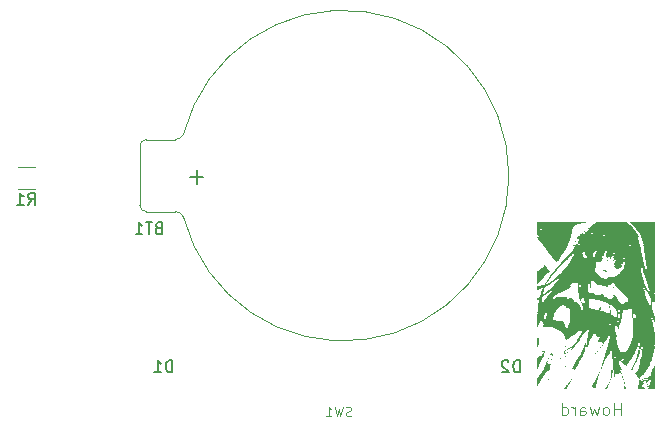
<source format=gbr>
%TF.GenerationSoftware,KiCad,Pcbnew,8.0.4*%
%TF.CreationDate,2024-08-07T13:37:20+08:00*%
%TF.ProjectId,flashlight schematic,666c6173-686c-4696-9768-742073636865,rev?*%
%TF.SameCoordinates,Original*%
%TF.FileFunction,Legend,Bot*%
%TF.FilePolarity,Positive*%
%FSLAX46Y46*%
G04 Gerber Fmt 4.6, Leading zero omitted, Abs format (unit mm)*
G04 Created by KiCad (PCBNEW 8.0.4) date 2024-08-07 13:37:20*
%MOMM*%
%LPD*%
G01*
G04 APERTURE LIST*
%ADD10C,0.100000*%
%ADD11C,0.120000*%
%ADD12C,0.150000*%
%ADD13C,0.000000*%
G04 APERTURE END LIST*
D10*
X174096115Y-110672419D02*
X174096115Y-109672419D01*
X174096115Y-110148609D02*
X173524687Y-110148609D01*
X173524687Y-110672419D02*
X173524687Y-109672419D01*
X172905639Y-110672419D02*
X173000877Y-110624800D01*
X173000877Y-110624800D02*
X173048496Y-110577180D01*
X173048496Y-110577180D02*
X173096115Y-110481942D01*
X173096115Y-110481942D02*
X173096115Y-110196228D01*
X173096115Y-110196228D02*
X173048496Y-110100990D01*
X173048496Y-110100990D02*
X173000877Y-110053371D01*
X173000877Y-110053371D02*
X172905639Y-110005752D01*
X172905639Y-110005752D02*
X172762782Y-110005752D01*
X172762782Y-110005752D02*
X172667544Y-110053371D01*
X172667544Y-110053371D02*
X172619925Y-110100990D01*
X172619925Y-110100990D02*
X172572306Y-110196228D01*
X172572306Y-110196228D02*
X172572306Y-110481942D01*
X172572306Y-110481942D02*
X172619925Y-110577180D01*
X172619925Y-110577180D02*
X172667544Y-110624800D01*
X172667544Y-110624800D02*
X172762782Y-110672419D01*
X172762782Y-110672419D02*
X172905639Y-110672419D01*
X172238972Y-110005752D02*
X172048496Y-110672419D01*
X172048496Y-110672419D02*
X171858020Y-110196228D01*
X171858020Y-110196228D02*
X171667544Y-110672419D01*
X171667544Y-110672419D02*
X171477068Y-110005752D01*
X170667544Y-110672419D02*
X170667544Y-110148609D01*
X170667544Y-110148609D02*
X170715163Y-110053371D01*
X170715163Y-110053371D02*
X170810401Y-110005752D01*
X170810401Y-110005752D02*
X171000877Y-110005752D01*
X171000877Y-110005752D02*
X171096115Y-110053371D01*
X170667544Y-110624800D02*
X170762782Y-110672419D01*
X170762782Y-110672419D02*
X171000877Y-110672419D01*
X171000877Y-110672419D02*
X171096115Y-110624800D01*
X171096115Y-110624800D02*
X171143734Y-110529561D01*
X171143734Y-110529561D02*
X171143734Y-110434323D01*
X171143734Y-110434323D02*
X171096115Y-110339085D01*
X171096115Y-110339085D02*
X171000877Y-110291466D01*
X171000877Y-110291466D02*
X170762782Y-110291466D01*
X170762782Y-110291466D02*
X170667544Y-110243847D01*
X170191353Y-110672419D02*
X170191353Y-110005752D01*
X170191353Y-110196228D02*
X170143734Y-110100990D01*
X170143734Y-110100990D02*
X170096115Y-110053371D01*
X170096115Y-110053371D02*
X170000877Y-110005752D01*
X170000877Y-110005752D02*
X169905639Y-110005752D01*
X169143734Y-110672419D02*
X169143734Y-109672419D01*
X169143734Y-110624800D02*
X169238972Y-110672419D01*
X169238972Y-110672419D02*
X169429448Y-110672419D01*
X169429448Y-110672419D02*
X169524686Y-110624800D01*
X169524686Y-110624800D02*
X169572305Y-110577180D01*
X169572305Y-110577180D02*
X169619924Y-110481942D01*
X169619924Y-110481942D02*
X169619924Y-110196228D01*
X169619924Y-110196228D02*
X169572305Y-110100990D01*
X169572305Y-110100990D02*
X169524686Y-110053371D01*
X169524686Y-110053371D02*
X169429448Y-110005752D01*
X169429448Y-110005752D02*
X169238972Y-110005752D01*
X169238972Y-110005752D02*
X169143734Y-110053371D01*
D11*
X151266667Y-110725760D02*
X151152381Y-110763855D01*
X151152381Y-110763855D02*
X150961905Y-110763855D01*
X150961905Y-110763855D02*
X150885714Y-110725760D01*
X150885714Y-110725760D02*
X150847619Y-110687664D01*
X150847619Y-110687664D02*
X150809524Y-110611474D01*
X150809524Y-110611474D02*
X150809524Y-110535283D01*
X150809524Y-110535283D02*
X150847619Y-110459093D01*
X150847619Y-110459093D02*
X150885714Y-110420998D01*
X150885714Y-110420998D02*
X150961905Y-110382902D01*
X150961905Y-110382902D02*
X151114286Y-110344807D01*
X151114286Y-110344807D02*
X151190476Y-110306712D01*
X151190476Y-110306712D02*
X151228571Y-110268617D01*
X151228571Y-110268617D02*
X151266667Y-110192426D01*
X151266667Y-110192426D02*
X151266667Y-110116236D01*
X151266667Y-110116236D02*
X151228571Y-110040045D01*
X151228571Y-110040045D02*
X151190476Y-110001950D01*
X151190476Y-110001950D02*
X151114286Y-109963855D01*
X151114286Y-109963855D02*
X150923809Y-109963855D01*
X150923809Y-109963855D02*
X150809524Y-110001950D01*
X150542857Y-109963855D02*
X150352381Y-110763855D01*
X150352381Y-110763855D02*
X150200000Y-110192426D01*
X150200000Y-110192426D02*
X150047619Y-110763855D01*
X150047619Y-110763855D02*
X149857143Y-109963855D01*
X149133333Y-110763855D02*
X149590476Y-110763855D01*
X149361904Y-110763855D02*
X149361904Y-109963855D01*
X149361904Y-109963855D02*
X149438095Y-110078140D01*
X149438095Y-110078140D02*
X149514285Y-110154331D01*
X149514285Y-110154331D02*
X149590476Y-110192426D01*
D12*
X165538094Y-107054819D02*
X165538094Y-106054819D01*
X165538094Y-106054819D02*
X165299999Y-106054819D01*
X165299999Y-106054819D02*
X165157142Y-106102438D01*
X165157142Y-106102438D02*
X165061904Y-106197676D01*
X165061904Y-106197676D02*
X165014285Y-106292914D01*
X165014285Y-106292914D02*
X164966666Y-106483390D01*
X164966666Y-106483390D02*
X164966666Y-106626247D01*
X164966666Y-106626247D02*
X165014285Y-106816723D01*
X165014285Y-106816723D02*
X165061904Y-106911961D01*
X165061904Y-106911961D02*
X165157142Y-107007200D01*
X165157142Y-107007200D02*
X165299999Y-107054819D01*
X165299999Y-107054819D02*
X165538094Y-107054819D01*
X164585713Y-106150057D02*
X164538094Y-106102438D01*
X164538094Y-106102438D02*
X164442856Y-106054819D01*
X164442856Y-106054819D02*
X164204761Y-106054819D01*
X164204761Y-106054819D02*
X164109523Y-106102438D01*
X164109523Y-106102438D02*
X164061904Y-106150057D01*
X164061904Y-106150057D02*
X164014285Y-106245295D01*
X164014285Y-106245295D02*
X164014285Y-106340533D01*
X164014285Y-106340533D02*
X164061904Y-106483390D01*
X164061904Y-106483390D02*
X164633332Y-107054819D01*
X164633332Y-107054819D02*
X164014285Y-107054819D01*
X136138094Y-107054819D02*
X136138094Y-106054819D01*
X136138094Y-106054819D02*
X135899999Y-106054819D01*
X135899999Y-106054819D02*
X135757142Y-106102438D01*
X135757142Y-106102438D02*
X135661904Y-106197676D01*
X135661904Y-106197676D02*
X135614285Y-106292914D01*
X135614285Y-106292914D02*
X135566666Y-106483390D01*
X135566666Y-106483390D02*
X135566666Y-106626247D01*
X135566666Y-106626247D02*
X135614285Y-106816723D01*
X135614285Y-106816723D02*
X135661904Y-106911961D01*
X135661904Y-106911961D02*
X135757142Y-107007200D01*
X135757142Y-107007200D02*
X135899999Y-107054819D01*
X135899999Y-107054819D02*
X136138094Y-107054819D01*
X134614285Y-107054819D02*
X135185713Y-107054819D01*
X134899999Y-107054819D02*
X134899999Y-106054819D01*
X134899999Y-106054819D02*
X134995237Y-106197676D01*
X134995237Y-106197676D02*
X135090475Y-106292914D01*
X135090475Y-106292914D02*
X135185713Y-106340533D01*
X123916666Y-92874819D02*
X124249999Y-92398628D01*
X124488094Y-92874819D02*
X124488094Y-91874819D01*
X124488094Y-91874819D02*
X124107142Y-91874819D01*
X124107142Y-91874819D02*
X124011904Y-91922438D01*
X124011904Y-91922438D02*
X123964285Y-91970057D01*
X123964285Y-91970057D02*
X123916666Y-92065295D01*
X123916666Y-92065295D02*
X123916666Y-92208152D01*
X123916666Y-92208152D02*
X123964285Y-92303390D01*
X123964285Y-92303390D02*
X124011904Y-92351009D01*
X124011904Y-92351009D02*
X124107142Y-92398628D01*
X124107142Y-92398628D02*
X124488094Y-92398628D01*
X122964285Y-92874819D02*
X123535713Y-92874819D01*
X123249999Y-92874819D02*
X123249999Y-91874819D01*
X123249999Y-91874819D02*
X123345237Y-92017676D01*
X123345237Y-92017676D02*
X123440475Y-92112914D01*
X123440475Y-92112914D02*
X123535713Y-92160533D01*
X134960714Y-94831009D02*
X134817857Y-94878628D01*
X134817857Y-94878628D02*
X134770238Y-94926247D01*
X134770238Y-94926247D02*
X134722619Y-95021485D01*
X134722619Y-95021485D02*
X134722619Y-95164342D01*
X134722619Y-95164342D02*
X134770238Y-95259580D01*
X134770238Y-95259580D02*
X134817857Y-95307200D01*
X134817857Y-95307200D02*
X134913095Y-95354819D01*
X134913095Y-95354819D02*
X135294047Y-95354819D01*
X135294047Y-95354819D02*
X135294047Y-94354819D01*
X135294047Y-94354819D02*
X134960714Y-94354819D01*
X134960714Y-94354819D02*
X134865476Y-94402438D01*
X134865476Y-94402438D02*
X134817857Y-94450057D01*
X134817857Y-94450057D02*
X134770238Y-94545295D01*
X134770238Y-94545295D02*
X134770238Y-94640533D01*
X134770238Y-94640533D02*
X134817857Y-94735771D01*
X134817857Y-94735771D02*
X134865476Y-94783390D01*
X134865476Y-94783390D02*
X134960714Y-94831009D01*
X134960714Y-94831009D02*
X135294047Y-94831009D01*
X134436904Y-94354819D02*
X133865476Y-94354819D01*
X134151190Y-95354819D02*
X134151190Y-94354819D01*
X133008333Y-95354819D02*
X133579761Y-95354819D01*
X133294047Y-95354819D02*
X133294047Y-94354819D01*
X133294047Y-94354819D02*
X133389285Y-94497676D01*
X133389285Y-94497676D02*
X133484523Y-94592914D01*
X133484523Y-94592914D02*
X133579761Y-94640533D01*
X138746428Y-90514700D02*
X137603571Y-90514700D01*
X138174999Y-91086128D02*
X138174999Y-89943271D01*
D11*
%TO.C,R1*%
X124477064Y-89690000D02*
X123022936Y-89690000D01*
X124477064Y-91510000D02*
X123022936Y-91510000D01*
D13*
%TO.C,G\u002A\u002A\u002A*%
G36*
X167013785Y-98469231D02*
G01*
X167005970Y-98477046D01*
X166998154Y-98469231D01*
X167005970Y-98461415D01*
X167013785Y-98469231D01*
G37*
G36*
X167060677Y-95483754D02*
G01*
X167052862Y-95491569D01*
X167045046Y-95483754D01*
X167052862Y-95475938D01*
X167060677Y-95483754D01*
G37*
G36*
X167138831Y-95608800D02*
G01*
X167131016Y-95616615D01*
X167123200Y-95608800D01*
X167131016Y-95600984D01*
X167138831Y-95608800D01*
G37*
G36*
X167263877Y-95718215D02*
G01*
X167256062Y-95726031D01*
X167248246Y-95718215D01*
X167256062Y-95710400D01*
X167263877Y-95718215D01*
G37*
G36*
X167482708Y-103252246D02*
G01*
X167474893Y-103260061D01*
X167467077Y-103252246D01*
X167474893Y-103244431D01*
X167482708Y-103252246D01*
G37*
G36*
X167654646Y-98922523D02*
G01*
X167646831Y-98930338D01*
X167639016Y-98922523D01*
X167646831Y-98914707D01*
X167654646Y-98922523D01*
G37*
G36*
X167920370Y-98672431D02*
G01*
X167912554Y-98680246D01*
X167904739Y-98672431D01*
X167912554Y-98664615D01*
X167920370Y-98672431D01*
G37*
G36*
X167920370Y-106268984D02*
G01*
X167912554Y-106276800D01*
X167904739Y-106268984D01*
X167912554Y-106261169D01*
X167920370Y-106268984D01*
G37*
G36*
X168076677Y-99047569D02*
G01*
X168068862Y-99055384D01*
X168061046Y-99047569D01*
X168068862Y-99039754D01*
X168076677Y-99047569D01*
G37*
G36*
X168107939Y-107660123D02*
G01*
X168100123Y-107667938D01*
X168092308Y-107660123D01*
X168100123Y-107652307D01*
X168107939Y-107660123D01*
G37*
G36*
X168342400Y-107363138D02*
G01*
X168334585Y-107370954D01*
X168326770Y-107363138D01*
X168334585Y-107355323D01*
X168342400Y-107363138D01*
G37*
G36*
X168358031Y-107331877D02*
G01*
X168350216Y-107339692D01*
X168342400Y-107331877D01*
X168350216Y-107324061D01*
X168358031Y-107331877D01*
G37*
G36*
X168467446Y-107050523D02*
G01*
X168459631Y-107058338D01*
X168451816Y-107050523D01*
X168459631Y-107042707D01*
X168467446Y-107050523D01*
G37*
G36*
X169686646Y-96124615D02*
G01*
X169678831Y-96132431D01*
X169671016Y-96124615D01*
X169678831Y-96116800D01*
X169686646Y-96124615D01*
G37*
G36*
X169999262Y-95077354D02*
G01*
X169991446Y-95085169D01*
X169983631Y-95077354D01*
X169991446Y-95069538D01*
X169999262Y-95077354D01*
G37*
G36*
X170374400Y-96062092D02*
G01*
X170366585Y-96069907D01*
X170358770Y-96062092D01*
X170366585Y-96054277D01*
X170374400Y-96062092D01*
G37*
G36*
X170405662Y-96077723D02*
G01*
X170397846Y-96085538D01*
X170390031Y-96077723D01*
X170397846Y-96069907D01*
X170405662Y-96077723D01*
G37*
G36*
X170499446Y-95874523D02*
G01*
X170491631Y-95882338D01*
X170483816Y-95874523D01*
X170491631Y-95866707D01*
X170499446Y-95874523D01*
G37*
G36*
X170499446Y-107003631D02*
G01*
X170491631Y-107011446D01*
X170483816Y-107003631D01*
X170491631Y-106995815D01*
X170499446Y-107003631D01*
G37*
G36*
X170515077Y-95780738D02*
G01*
X170507262Y-95788554D01*
X170499446Y-95780738D01*
X170507262Y-95772923D01*
X170515077Y-95780738D01*
G37*
G36*
X170593231Y-95389969D02*
G01*
X170585416Y-95397784D01*
X170577600Y-95389969D01*
X170585416Y-95382154D01*
X170593231Y-95389969D01*
G37*
G36*
X170608862Y-106894215D02*
G01*
X170601046Y-106902031D01*
X170593231Y-106894215D01*
X170601046Y-106886400D01*
X170608862Y-106894215D01*
G37*
G36*
X170671385Y-106831692D02*
G01*
X170663570Y-106839507D01*
X170655754Y-106831692D01*
X170663570Y-106823877D01*
X170671385Y-106831692D01*
G37*
G36*
X170843323Y-95233661D02*
G01*
X170835508Y-95241477D01*
X170827693Y-95233661D01*
X170835508Y-95225846D01*
X170843323Y-95233661D01*
G37*
G36*
X170937108Y-95264923D02*
G01*
X170929293Y-95272738D01*
X170921477Y-95264923D01*
X170929293Y-95257107D01*
X170937108Y-95264923D01*
G37*
G36*
X170999631Y-103596123D02*
G01*
X170991816Y-103603938D01*
X170984000Y-103596123D01*
X170991816Y-103588307D01*
X170999631Y-103596123D01*
G37*
G36*
X171015262Y-95311815D02*
G01*
X171007446Y-95319631D01*
X170999631Y-95311815D01*
X171007446Y-95304000D01*
X171015262Y-95311815D01*
G37*
G36*
X171030893Y-95280554D02*
G01*
X171023077Y-95288369D01*
X171015262Y-95280554D01*
X171023077Y-95272738D01*
X171030893Y-95280554D01*
G37*
G36*
X171234093Y-95014831D02*
G01*
X171226277Y-95022646D01*
X171218462Y-95014831D01*
X171226277Y-95007015D01*
X171234093Y-95014831D01*
G37*
G36*
X171499816Y-96796738D02*
G01*
X171492000Y-96804554D01*
X171484185Y-96796738D01*
X171492000Y-96788923D01*
X171499816Y-96796738D01*
G37*
G36*
X171734277Y-94545907D02*
G01*
X171726462Y-94553723D01*
X171718646Y-94545907D01*
X171726462Y-94538092D01*
X171734277Y-94545907D01*
G37*
G36*
X172719016Y-99813477D02*
G01*
X172711200Y-99821292D01*
X172703385Y-99813477D01*
X172711200Y-99805661D01*
X172719016Y-99813477D01*
G37*
G36*
X172890954Y-98125354D02*
G01*
X172883139Y-98133169D01*
X172875323Y-98125354D01*
X172883139Y-98117538D01*
X172890954Y-98125354D01*
G37*
G36*
X172953477Y-97421969D02*
G01*
X172945662Y-97429784D01*
X172937846Y-97421969D01*
X172945662Y-97414154D01*
X172953477Y-97421969D01*
G37*
G36*
X173156677Y-100376184D02*
G01*
X173148862Y-100384000D01*
X173141046Y-100376184D01*
X173148862Y-100368369D01*
X173156677Y-100376184D01*
G37*
G36*
X173172308Y-97531384D02*
G01*
X173164493Y-97539200D01*
X173156677Y-97531384D01*
X173164493Y-97523569D01*
X173172308Y-97531384D01*
G37*
G36*
X173219200Y-100282400D02*
G01*
X173211385Y-100290215D01*
X173203570Y-100282400D01*
X173211385Y-100274584D01*
X173219200Y-100282400D01*
G37*
G36*
X173422400Y-97421969D02*
G01*
X173414585Y-97429784D01*
X173406770Y-97421969D01*
X173414585Y-97414154D01*
X173422400Y-97421969D01*
G37*
G36*
X173875693Y-100391815D02*
G01*
X173867877Y-100399631D01*
X173860062Y-100391815D01*
X173867877Y-100384000D01*
X173875693Y-100391815D01*
G37*
G36*
X174110154Y-98625538D02*
G01*
X174102339Y-98633354D01*
X174094523Y-98625538D01*
X174102339Y-98617723D01*
X174110154Y-98625538D01*
G37*
G36*
X175798277Y-96390338D02*
G01*
X175790462Y-96398154D01*
X175782646Y-96390338D01*
X175790462Y-96382523D01*
X175798277Y-96390338D01*
G37*
G36*
X175813908Y-96499754D02*
G01*
X175806093Y-96507569D01*
X175798277Y-96499754D01*
X175806093Y-96491938D01*
X175813908Y-96499754D01*
G37*
G36*
X175829539Y-96249661D02*
G01*
X175821723Y-96257477D01*
X175813908Y-96249661D01*
X175821723Y-96241846D01*
X175829539Y-96249661D01*
G37*
G36*
X176064000Y-108066523D02*
G01*
X176056185Y-108074338D01*
X176048370Y-108066523D01*
X176056185Y-108058707D01*
X176064000Y-108066523D01*
G37*
G36*
X176126523Y-107785169D02*
G01*
X176118708Y-107792984D01*
X176110893Y-107785169D01*
X176118708Y-107777354D01*
X176126523Y-107785169D01*
G37*
G36*
X176157785Y-107769538D02*
G01*
X176149970Y-107777354D01*
X176142154Y-107769538D01*
X176149970Y-107761723D01*
X176157785Y-107769538D01*
G37*
G36*
X167232616Y-98367631D02*
G01*
X167231488Y-98375905D01*
X167222195Y-98378051D01*
X167220325Y-98375760D01*
X167222195Y-98357210D01*
X167226897Y-98354765D01*
X167232616Y-98367631D01*
G37*
G36*
X167950397Y-107580666D02*
G01*
X167949292Y-107596520D01*
X167942188Y-107601182D01*
X167939090Y-107595652D01*
X167940954Y-107571223D01*
X167946580Y-107563988D01*
X167950397Y-107580666D01*
G37*
G36*
X167949163Y-107417846D02*
G01*
X167946984Y-107439348D01*
X167941279Y-107437384D01*
X167939215Y-107430309D01*
X167941279Y-107398307D01*
X167946707Y-107395656D01*
X167949163Y-107417846D01*
G37*
G36*
X167964794Y-107324061D02*
G01*
X167962615Y-107345563D01*
X167956910Y-107343600D01*
X167954845Y-107336524D01*
X167956910Y-107304523D01*
X167962337Y-107301871D01*
X167964794Y-107324061D01*
G37*
G36*
X168184859Y-106189528D02*
G01*
X168183753Y-106205382D01*
X168176649Y-106210043D01*
X168173552Y-106204513D01*
X168175415Y-106180084D01*
X168181041Y-106172849D01*
X168184859Y-106189528D01*
G37*
G36*
X168201723Y-106104861D02*
G01*
X168200595Y-106113136D01*
X168191303Y-106115282D01*
X168189432Y-106112991D01*
X168191303Y-106094441D01*
X168196004Y-106091995D01*
X168201723Y-106104861D01*
G37*
G36*
X168483077Y-106980184D02*
G01*
X168481949Y-106988459D01*
X168472657Y-106990605D01*
X168470786Y-106988314D01*
X168472657Y-106969764D01*
X168477358Y-106967318D01*
X168483077Y-106980184D01*
G37*
G36*
X168497474Y-106924174D02*
G01*
X168496369Y-106940028D01*
X168489264Y-106944689D01*
X168486167Y-106939160D01*
X168488030Y-106914731D01*
X168493657Y-106907496D01*
X168497474Y-106924174D01*
G37*
G36*
X168669412Y-106080113D02*
G01*
X168668307Y-106095966D01*
X168661203Y-106100628D01*
X168658105Y-106095098D01*
X168659969Y-106070669D01*
X168665595Y-106063434D01*
X168669412Y-106080113D01*
G37*
G36*
X169075812Y-106252051D02*
G01*
X169074707Y-106267905D01*
X169067603Y-106272566D01*
X169064505Y-106267036D01*
X169066369Y-106242607D01*
X169071995Y-106235372D01*
X169075812Y-106252051D01*
G37*
G36*
X169405293Y-106605046D02*
G01*
X169404165Y-106613321D01*
X169394872Y-106615466D01*
X169393001Y-106613175D01*
X169394872Y-106594625D01*
X169399574Y-106592180D01*
X169405293Y-106605046D01*
G37*
G36*
X169420923Y-106558154D02*
G01*
X169419795Y-106566428D01*
X169410503Y-106568574D01*
X169408632Y-106566283D01*
X169410503Y-106547733D01*
X169415204Y-106545288D01*
X169420923Y-106558154D01*
G37*
G36*
X169436554Y-106511261D02*
G01*
X169435426Y-106519536D01*
X169426134Y-106521682D01*
X169424263Y-106519391D01*
X169426134Y-106500841D01*
X169430835Y-106498395D01*
X169436554Y-106511261D01*
G37*
G36*
X170421293Y-95991754D02*
G01*
X170420165Y-96000028D01*
X170410872Y-96002174D01*
X170409001Y-95999883D01*
X170410872Y-95981333D01*
X170415574Y-95978888D01*
X170421293Y-95991754D01*
G37*
G36*
X172754185Y-99998509D02*
G01*
X172756836Y-100003937D01*
X172734646Y-100006393D01*
X172713144Y-100004214D01*
X172715108Y-99998509D01*
X172722183Y-99996445D01*
X172754185Y-99998509D01*
G37*
G36*
X173097085Y-100248276D02*
G01*
X173104320Y-100253902D01*
X173087641Y-100257720D01*
X173071788Y-100256614D01*
X173067126Y-100249510D01*
X173072656Y-100246413D01*
X173097085Y-100248276D01*
G37*
G36*
X173723293Y-100279863D02*
G01*
X173725944Y-100285291D01*
X173703754Y-100287747D01*
X173682252Y-100285568D01*
X173684216Y-100279863D01*
X173691291Y-100277799D01*
X173723293Y-100279863D01*
G37*
G36*
X173813170Y-103572677D02*
G01*
X173812042Y-103580952D01*
X173802749Y-103583097D01*
X173800878Y-103580806D01*
X173802749Y-103562256D01*
X173807451Y-103559811D01*
X173813170Y-103572677D01*
G37*
G36*
X174313354Y-97179692D02*
G01*
X174312226Y-97187967D01*
X174302934Y-97190113D01*
X174301063Y-97187822D01*
X174302934Y-97169272D01*
X174307635Y-97166826D01*
X174313354Y-97179692D01*
G37*
G36*
X175843936Y-96310882D02*
G01*
X175842830Y-96326735D01*
X175835726Y-96331397D01*
X175832629Y-96325867D01*
X175834492Y-96301438D01*
X175840118Y-96294203D01*
X175843936Y-96310882D01*
G37*
G36*
X175980636Y-108188964D02*
G01*
X175983082Y-108193665D01*
X175970216Y-108199384D01*
X175961941Y-108198256D01*
X175959795Y-108188964D01*
X175962086Y-108187093D01*
X175980636Y-108188964D01*
G37*
G36*
X167226293Y-103398323D02*
G01*
X167221468Y-103405267D01*
X167208247Y-103416369D01*
X167206062Y-103416217D01*
X167202620Y-103407169D01*
X167219400Y-103391430D01*
X167228135Y-103387627D01*
X167226293Y-103398323D01*
G37*
G36*
X167992201Y-99178015D02*
G01*
X167990124Y-99181197D01*
X167974680Y-99195593D01*
X167967262Y-99189168D01*
X167968659Y-99185653D01*
X167985308Y-99171123D01*
X167994043Y-99167319D01*
X167992201Y-99178015D01*
G37*
G36*
X168023462Y-99131123D02*
G01*
X168018637Y-99138067D01*
X168005416Y-99149169D01*
X168003231Y-99149017D01*
X167999789Y-99139969D01*
X168016569Y-99124230D01*
X168025304Y-99120427D01*
X168023462Y-99131123D01*
G37*
G36*
X168388402Y-107254700D02*
G01*
X168379546Y-107284380D01*
X168373145Y-107296889D01*
X168362483Y-107302462D01*
X168361398Y-107292519D01*
X168371754Y-107266618D01*
X168384766Y-107248778D01*
X168388402Y-107254700D01*
G37*
G36*
X168419664Y-107176546D02*
G01*
X168410808Y-107206226D01*
X168404406Y-107218735D01*
X168393744Y-107224308D01*
X168392660Y-107214365D01*
X168403015Y-107188464D01*
X168416028Y-107170625D01*
X168419664Y-107176546D01*
G37*
G36*
X168450925Y-107098392D02*
G01*
X168442069Y-107128072D01*
X168435668Y-107140581D01*
X168425006Y-107146154D01*
X168423921Y-107136211D01*
X168434277Y-107110311D01*
X168447289Y-107092471D01*
X168450925Y-107098392D01*
G37*
G36*
X170008570Y-107556108D02*
G01*
X170003745Y-107563051D01*
X169990524Y-107574154D01*
X169988339Y-107574001D01*
X169984897Y-107564953D01*
X170001677Y-107549215D01*
X170010412Y-107545412D01*
X170008570Y-107556108D01*
G37*
G36*
X170555647Y-106946508D02*
G01*
X170550822Y-106953451D01*
X170537601Y-106964554D01*
X170535416Y-106964401D01*
X170531974Y-106955353D01*
X170548754Y-106939615D01*
X170557489Y-106935812D01*
X170555647Y-106946508D01*
G37*
G36*
X173795171Y-95892102D02*
G01*
X173790366Y-95912560D01*
X173783015Y-95922860D01*
X173772515Y-95927135D01*
X173776514Y-95905110D01*
X173782384Y-95893714D01*
X173793220Y-95888440D01*
X173795171Y-95892102D01*
G37*
G36*
X174139048Y-98564964D02*
G01*
X174134243Y-98585421D01*
X174126892Y-98595722D01*
X174116392Y-98599996D01*
X174120391Y-98577972D01*
X174126261Y-98566575D01*
X174137097Y-98561301D01*
X174139048Y-98564964D01*
G37*
G36*
X167257647Y-95742381D02*
G01*
X167271693Y-95757292D01*
X167274135Y-95763347D01*
X167264800Y-95772923D01*
X167260263Y-95772322D01*
X167248246Y-95757292D01*
X167248426Y-95753755D01*
X167255139Y-95741661D01*
X167257647Y-95742381D01*
G37*
G36*
X167455183Y-98164885D02*
G01*
X167467077Y-98180061D01*
X167466623Y-98183797D01*
X167451446Y-98195692D01*
X167447710Y-98195238D01*
X167435816Y-98180061D01*
X167436270Y-98176325D01*
X167451446Y-98164431D01*
X167455183Y-98164885D01*
G37*
G36*
X169056160Y-106123316D02*
G01*
X169057789Y-106151754D01*
X169057638Y-106162359D01*
X169055172Y-106183972D01*
X169050641Y-106179107D01*
X169048210Y-106164043D01*
X169050641Y-106124400D01*
X169052102Y-106119965D01*
X169056160Y-106123316D01*
G37*
G36*
X169433507Y-104768431D02*
G01*
X169433528Y-104772132D01*
X169431433Y-104796601D01*
X169426301Y-104796082D01*
X169423434Y-104783238D01*
X169425722Y-104749190D01*
X169426496Y-104746502D01*
X169431253Y-104744188D01*
X169433507Y-104768431D01*
G37*
G36*
X170461273Y-95898672D02*
G01*
X170476000Y-95913600D01*
X170478912Y-95919134D01*
X170477845Y-95929231D01*
X170475097Y-95928527D01*
X170460370Y-95913600D01*
X170457458Y-95908066D01*
X170458525Y-95897969D01*
X170461273Y-95898672D01*
G37*
G36*
X170617581Y-95289072D02*
G01*
X170632308Y-95304000D01*
X170635219Y-95309534D01*
X170634153Y-95319631D01*
X170631405Y-95318927D01*
X170616677Y-95304000D01*
X170613766Y-95298466D01*
X170614832Y-95288369D01*
X170617581Y-95289072D01*
G37*
G36*
X172902380Y-100232491D02*
G01*
X172905067Y-100233264D01*
X172907381Y-100238022D01*
X172883139Y-100240276D01*
X172879437Y-100240297D01*
X172854968Y-100238201D01*
X172855487Y-100233070D01*
X172868331Y-100230203D01*
X172902380Y-100232491D01*
G37*
G36*
X173878663Y-99979363D02*
G01*
X173891323Y-99993231D01*
X173888678Y-100000421D01*
X173867877Y-100008861D01*
X173857091Y-100007098D01*
X173844431Y-99993231D01*
X173847076Y-99986040D01*
X173867877Y-99977600D01*
X173878663Y-99979363D01*
G37*
G36*
X175857753Y-96405969D02*
G01*
X175857775Y-96409671D01*
X175855679Y-96434140D01*
X175850548Y-96433620D01*
X175847680Y-96420777D01*
X175849968Y-96386728D01*
X175850742Y-96384040D01*
X175855499Y-96381726D01*
X175857753Y-96405969D01*
G37*
G36*
X175871175Y-96479132D02*
G01*
X175872805Y-96507569D01*
X175872654Y-96518174D01*
X175870187Y-96539788D01*
X175865656Y-96534923D01*
X175863226Y-96519858D01*
X175865656Y-96480215D01*
X175867118Y-96475780D01*
X175871175Y-96479132D01*
G37*
G36*
X169242090Y-106861794D02*
G01*
X169216849Y-106876526D01*
X169179567Y-106885056D01*
X169167484Y-106884170D01*
X169163843Y-106880085D01*
X169189145Y-106871105D01*
X169221424Y-106860292D01*
X169251668Y-106847843D01*
X169257539Y-106847367D01*
X169242090Y-106861794D01*
G37*
G36*
X175886279Y-96615948D02*
G01*
X175887218Y-96656061D01*
X175886424Y-96697177D01*
X175884150Y-96715775D01*
X175880893Y-96707141D01*
X175878181Y-96664331D01*
X175880734Y-96613357D01*
X175880780Y-96612983D01*
X175883967Y-96600496D01*
X175886279Y-96615948D01*
G37*
G36*
X173796265Y-100305475D02*
G01*
X173823573Y-100325578D01*
X173845717Y-100347057D01*
X173850957Y-100354585D01*
X173844798Y-100355502D01*
X173817077Y-100337156D01*
X173805889Y-100328831D01*
X173777606Y-100306240D01*
X173766277Y-100294541D01*
X173773885Y-100293422D01*
X173796265Y-100305475D01*
G37*
G36*
X167539497Y-98041312D02*
G01*
X167543486Y-98054914D01*
X167529050Y-98087304D01*
X167517667Y-98105584D01*
X167505054Y-98117538D01*
X167503552Y-98111443D01*
X167512870Y-98088332D01*
X167520194Y-98069116D01*
X167518630Y-98049255D01*
X167516238Y-98045432D01*
X167526995Y-98039384D01*
X167539497Y-98041312D01*
G37*
G36*
X167974078Y-107635847D02*
G01*
X168000149Y-107651569D01*
X168040509Y-107667679D01*
X168064741Y-107675427D01*
X168070257Y-107680348D01*
X168048296Y-107682225D01*
X168040464Y-107682228D01*
X167998762Y-107674016D01*
X167965326Y-107656111D01*
X167951631Y-107634213D01*
X167955139Y-107626213D01*
X167974078Y-107635847D01*
G37*
G36*
X169101642Y-106697469D02*
G01*
X169106798Y-106729287D01*
X169112717Y-106790031D01*
X169114545Y-106823627D01*
X169112769Y-106851297D01*
X169106380Y-106852554D01*
X169102131Y-106841493D01*
X169096087Y-106803258D01*
X169094151Y-106753538D01*
X169094919Y-106723155D01*
X169097575Y-106695214D01*
X169101642Y-106697469D01*
G37*
G36*
X173451509Y-97699004D02*
G01*
X173449063Y-97715725D01*
X173428098Y-97751253D01*
X173427751Y-97751782D01*
X173408056Y-97777107D01*
X173396252Y-97783984D01*
X173396039Y-97783752D01*
X173397142Y-97765429D01*
X173409440Y-97735599D01*
X173426162Y-97707784D01*
X173440540Y-97695507D01*
X173451509Y-97699004D01*
G37*
G36*
X169385690Y-105033629D02*
G01*
X169386261Y-105056965D01*
X169380978Y-105095808D01*
X169378854Y-105106356D01*
X169370278Y-105137030D01*
X169363332Y-105145895D01*
X169362372Y-105144093D01*
X169361801Y-105120758D01*
X169367084Y-105081914D01*
X169369209Y-105071367D01*
X169377784Y-105040692D01*
X169384731Y-105031828D01*
X169385690Y-105033629D01*
G37*
G36*
X169388284Y-106647807D02*
G01*
X169376323Y-106676347D01*
X169355620Y-106716066D01*
X169345344Y-106733680D01*
X169326212Y-106762358D01*
X169316178Y-106771233D01*
X169316912Y-106764553D01*
X169328658Y-106737208D01*
X169350031Y-106697162D01*
X169365122Y-106671829D01*
X169382591Y-106646290D01*
X169389474Y-106641995D01*
X169388284Y-106647807D01*
G37*
G36*
X169418722Y-104853473D02*
G01*
X169418053Y-104885852D01*
X169413108Y-104932554D01*
X169408283Y-104963085D01*
X169400887Y-104995871D01*
X169395092Y-105005717D01*
X169393263Y-104997313D01*
X169393975Y-104964970D01*
X169398780Y-104918225D01*
X169403531Y-104887400D01*
X169410883Y-104854723D01*
X169416795Y-104845061D01*
X169418722Y-104853473D01*
G37*
G36*
X172570924Y-100010757D02*
G01*
X172574238Y-100014716D01*
X172549272Y-100025613D01*
X172547349Y-100026384D01*
X172524344Y-100038081D01*
X172522350Y-100053254D01*
X172539434Y-100083237D01*
X172566477Y-100126092D01*
X172532722Y-100093788D01*
X172519879Y-100078885D01*
X172508147Y-100045267D01*
X172519736Y-100019466D01*
X172552657Y-100009852D01*
X172570924Y-100010757D01*
G37*
G36*
X172538222Y-99857443D02*
G01*
X172537387Y-99861860D01*
X172548341Y-99888516D01*
X172578677Y-99920778D01*
X172581993Y-99923595D01*
X172608955Y-99950427D01*
X172611692Y-99961213D01*
X172593331Y-99954684D01*
X172557001Y-99929573D01*
X172528114Y-99900445D01*
X172516326Y-99868495D01*
X172531267Y-99844849D01*
X172538088Y-99843110D01*
X172538222Y-99857443D01*
G37*
G36*
X173378081Y-99780367D02*
G01*
X173436802Y-99805397D01*
X173481327Y-99848646D01*
X173494239Y-99869799D01*
X173495749Y-99880075D01*
X173481296Y-99877844D01*
X173446965Y-99862457D01*
X173388835Y-99833261D01*
X173376897Y-99827162D01*
X173332158Y-99803288D01*
X173311893Y-99789124D01*
X173312956Y-99781575D01*
X173332202Y-99777546D01*
X173378081Y-99780367D01*
G37*
G36*
X167409145Y-103283620D02*
G01*
X167383384Y-103303148D01*
X167342031Y-103330400D01*
X167318235Y-103345328D01*
X167279053Y-103369523D01*
X167258133Y-103381219D01*
X167249767Y-103383367D01*
X167248246Y-103378921D01*
X167255057Y-103371312D01*
X167281574Y-103351836D01*
X167319738Y-103326954D01*
X167360511Y-103302282D01*
X167394857Y-103283440D01*
X167413738Y-103276045D01*
X167409145Y-103283620D01*
G37*
G36*
X168279039Y-107477844D02*
G01*
X168270307Y-107493174D01*
X168242024Y-107532847D01*
X168206430Y-107575536D01*
X168184789Y-107598834D01*
X168157352Y-107626065D01*
X168143378Y-107636677D01*
X168144280Y-107632415D01*
X168159833Y-107611112D01*
X168188182Y-107577921D01*
X168204040Y-107559895D01*
X168241057Y-107515755D01*
X168268606Y-107480229D01*
X168286011Y-107456389D01*
X168289508Y-107454763D01*
X168279039Y-107477844D01*
G37*
G36*
X173090263Y-100000963D02*
G01*
X173144275Y-100009803D01*
X173190392Y-100022937D01*
X173190965Y-100023159D01*
X173206483Y-100031082D01*
X173195863Y-100033679D01*
X173156677Y-100031573D01*
X173144346Y-100030659D01*
X173082379Y-100027114D01*
X173026801Y-100025278D01*
X173018077Y-100025060D01*
X172983021Y-100019601D01*
X172978101Y-100006956D01*
X172997330Y-99999086D01*
X173038050Y-99997148D01*
X173090263Y-100000963D01*
G37*
G36*
X167289626Y-104203550D02*
G01*
X167328961Y-104213342D01*
X167385596Y-104230080D01*
X167452827Y-104251886D01*
X167510427Y-104272091D01*
X167557189Y-104290209D01*
X167583339Y-104302566D01*
X167584308Y-104307241D01*
X167562127Y-104303880D01*
X167520431Y-104293107D01*
X167467516Y-104277183D01*
X167410248Y-104258442D01*
X167355494Y-104239219D01*
X167310121Y-104221851D01*
X167280994Y-104208674D01*
X167274980Y-104202022D01*
X167289626Y-104203550D01*
G37*
G36*
X167610453Y-97953488D02*
G01*
X167616252Y-97979549D01*
X167600926Y-98016626D01*
X167594050Y-98026766D01*
X167573109Y-98051107D01*
X167564114Y-98049572D01*
X167569299Y-98021796D01*
X167573184Y-98000510D01*
X167562536Y-97999272D01*
X167555019Y-98002265D01*
X167545231Y-97993415D01*
X167548221Y-97985494D01*
X167569600Y-97976861D01*
X167580765Y-97974612D01*
X167584308Y-97961231D01*
X167581804Y-97955230D01*
X167590278Y-97945600D01*
X167610453Y-97953488D01*
G37*
G36*
X173792511Y-103647630D02*
G01*
X173790725Y-103676300D01*
X173782467Y-103730217D01*
X173767600Y-103808033D01*
X173758299Y-103855180D01*
X173746295Y-103921534D01*
X173738068Y-103974183D01*
X173735016Y-104004699D01*
X173732678Y-104028261D01*
X173724933Y-104041600D01*
X173722011Y-104038743D01*
X173719217Y-104013424D01*
X173721132Y-103967879D01*
X173726947Y-103909389D01*
X173735851Y-103845237D01*
X173747035Y-103782703D01*
X173759689Y-103729070D01*
X173760382Y-103726606D01*
X173777204Y-103671433D01*
X173787958Y-103645558D01*
X173792511Y-103647630D01*
G37*
G36*
X170392512Y-107124059D02*
G01*
X170363213Y-107158082D01*
X170317494Y-107209423D01*
X170256373Y-107276874D01*
X170180863Y-107359231D01*
X170168868Y-107372226D01*
X170117902Y-107426829D01*
X170075680Y-107471102D01*
X170046305Y-107500789D01*
X170033886Y-107511631D01*
X170034550Y-107508599D01*
X170050222Y-107487707D01*
X170081598Y-107450548D01*
X170124888Y-107401345D01*
X170176305Y-107344323D01*
X170232062Y-107283707D01*
X170288371Y-107223723D01*
X170341443Y-107168593D01*
X170371738Y-107137948D01*
X170397790Y-107112786D01*
X170404376Y-107108558D01*
X170392512Y-107124059D01*
G37*
G36*
X167164323Y-104179608D02*
G01*
X167185733Y-104197235D01*
X167196620Y-104233590D01*
X167199308Y-104292784D01*
X167196121Y-104378926D01*
X167193846Y-104414064D01*
X167180152Y-104522978D01*
X167154923Y-104627432D01*
X167115436Y-104737001D01*
X167058967Y-104861263D01*
X167005970Y-104969727D01*
X167001779Y-104589311D01*
X167001042Y-104511979D01*
X167000469Y-104413688D01*
X167000398Y-104329364D01*
X167000817Y-104263329D01*
X167001710Y-104219906D01*
X167003063Y-104203419D01*
X167009875Y-104200560D01*
X167040225Y-104192661D01*
X167085408Y-104183165D01*
X167130064Y-104176598D01*
X167164323Y-104179608D01*
G37*
G36*
X168077587Y-98590052D02*
G01*
X168041323Y-98603632D01*
X167986800Y-98603259D01*
X167978893Y-98603939D01*
X167966028Y-98620945D01*
X167963843Y-98633119D01*
X167956643Y-98620828D01*
X167956274Y-98619585D01*
X167961648Y-98595689D01*
X167969992Y-98578646D01*
X168014154Y-98578646D01*
X168021970Y-98586461D01*
X168029785Y-98578646D01*
X168021970Y-98570831D01*
X168014154Y-98578646D01*
X167969992Y-98578646D01*
X167979510Y-98559205D01*
X168003546Y-98520416D01*
X168027447Y-98489602D01*
X168044900Y-98477046D01*
X168059057Y-98486505D01*
X168075820Y-98515179D01*
X168087037Y-98550030D01*
X168087060Y-98577591D01*
X168086258Y-98578646D01*
X168077587Y-98590052D01*
G37*
G36*
X172645449Y-98384646D02*
G01*
X172704240Y-98394531D01*
X172768076Y-98411597D01*
X172830437Y-98434637D01*
X172884801Y-98462443D01*
X172911018Y-98479174D01*
X172932817Y-98498652D01*
X172932344Y-98516584D01*
X172912612Y-98541545D01*
X172901237Y-98553040D01*
X172885513Y-98559091D01*
X172863929Y-98549224D01*
X172827484Y-98521298D01*
X172797863Y-98498875D01*
X172765975Y-98482729D01*
X172729011Y-98477580D01*
X172674007Y-98479936D01*
X172671099Y-98480143D01*
X172614551Y-98481265D01*
X172581973Y-98471734D01*
X172566913Y-98447072D01*
X172562921Y-98402800D01*
X172569081Y-98391253D01*
X172598222Y-98383150D01*
X172645449Y-98384646D01*
G37*
G36*
X168651414Y-106165084D02*
G01*
X168650099Y-106185713D01*
X168643688Y-106227978D01*
X168631895Y-106293357D01*
X168614435Y-106383332D01*
X168591023Y-106499379D01*
X168561373Y-106642980D01*
X168525199Y-106815612D01*
X168518300Y-106844694D01*
X168509012Y-106872294D01*
X168502967Y-106875731D01*
X168502694Y-106868991D01*
X168506622Y-106835347D01*
X168515743Y-106779790D01*
X168529069Y-106708107D01*
X168545612Y-106626088D01*
X168550336Y-106603477D01*
X168570174Y-106508329D01*
X168589684Y-106414479D01*
X168606838Y-106331694D01*
X168619608Y-106269740D01*
X168624081Y-106248633D01*
X168635959Y-106199337D01*
X168645544Y-106168967D01*
X168651089Y-106163421D01*
X168651414Y-106165084D01*
G37*
G36*
X171826493Y-94353991D02*
G01*
X171811256Y-94372187D01*
X171777973Y-94402820D01*
X171730875Y-94441802D01*
X171661693Y-94501317D01*
X171569492Y-94590964D01*
X171475183Y-94692127D01*
X171386473Y-94796473D01*
X171311070Y-94895669D01*
X171305094Y-94904113D01*
X171273005Y-94948396D01*
X171249136Y-94979587D01*
X171238281Y-94991384D01*
X171236566Y-94990374D01*
X171243575Y-94971491D01*
X171270518Y-94928860D01*
X171317281Y-94862648D01*
X171383755Y-94773021D01*
X171397418Y-94755329D01*
X171448865Y-94693867D01*
X171509392Y-94627383D01*
X171574749Y-94559943D01*
X171640684Y-94495613D01*
X171702946Y-94438461D01*
X171757283Y-94392555D01*
X171799444Y-94361959D01*
X171825178Y-94350742D01*
X171826493Y-94353991D01*
G37*
G36*
X168868187Y-105549531D02*
G01*
X168913445Y-105574779D01*
X168942749Y-105621276D01*
X168946836Y-105632170D01*
X168962697Y-105682684D01*
X168980879Y-105749721D01*
X168999592Y-105825509D01*
X169017047Y-105902278D01*
X169031453Y-105972255D01*
X169041021Y-106027669D01*
X169043961Y-106060748D01*
X169043643Y-106064002D01*
X169039220Y-106062153D01*
X169031068Y-106035149D01*
X169020668Y-105987631D01*
X169018039Y-105974699D01*
X169001233Y-105901942D01*
X168979566Y-105818490D01*
X168957046Y-105739948D01*
X168934826Y-105671632D01*
X168916029Y-105626696D01*
X168898012Y-105600624D01*
X168877721Y-105587548D01*
X168875805Y-105586824D01*
X168841644Y-105576907D01*
X168814357Y-105578023D01*
X168791968Y-105593478D01*
X168772497Y-105626575D01*
X168753969Y-105680620D01*
X168734405Y-105758917D01*
X168711829Y-105864770D01*
X168700001Y-105920604D01*
X168685856Y-105980419D01*
X168676675Y-106010127D01*
X168672762Y-106010234D01*
X168674420Y-105981242D01*
X168681954Y-105923658D01*
X168695669Y-105837985D01*
X168697778Y-105825865D01*
X168716440Y-105736980D01*
X168738152Y-105659197D01*
X168761103Y-105597486D01*
X168783482Y-105556815D01*
X168803479Y-105542154D01*
X168868187Y-105549531D01*
G37*
G36*
X169534137Y-108426031D02*
G01*
X169522523Y-108449161D01*
X169401385Y-108449319D01*
X169387082Y-108449273D01*
X169332739Y-108447772D01*
X169294622Y-108444576D01*
X169280246Y-108440247D01*
X169288618Y-108426031D01*
X169342770Y-108426031D01*
X169350585Y-108433846D01*
X169358400Y-108426031D01*
X169350585Y-108418215D01*
X169342770Y-108426031D01*
X169288618Y-108426031D01*
X169289415Y-108424678D01*
X169313709Y-108392357D01*
X169337155Y-108363507D01*
X169389662Y-108363507D01*
X169397477Y-108371323D01*
X169405293Y-108363507D01*
X169397477Y-108355692D01*
X169389662Y-108363507D01*
X169337155Y-108363507D01*
X169347831Y-108350370D01*
X169379733Y-108310171D01*
X169423598Y-108249304D01*
X169457749Y-108195742D01*
X169461781Y-108189087D01*
X169489307Y-108149623D01*
X169532592Y-108092586D01*
X169587851Y-108022777D01*
X169651300Y-107944998D01*
X169719154Y-107864051D01*
X169781843Y-107790655D01*
X169854495Y-107706825D01*
X169909295Y-107645290D01*
X169945870Y-107606443D01*
X169963845Y-107590675D01*
X169962846Y-107598379D01*
X169942499Y-107629947D01*
X169942268Y-107630284D01*
X169926672Y-107656808D01*
X169899386Y-107707069D01*
X169862578Y-107776914D01*
X169818414Y-107862194D01*
X169769061Y-107958759D01*
X169716686Y-108062457D01*
X169565530Y-108363507D01*
X169534137Y-108426031D01*
G37*
G36*
X173416548Y-106867468D02*
G01*
X173418039Y-106888159D01*
X173414039Y-106927934D01*
X173404210Y-106989648D01*
X173388214Y-107076155D01*
X173365713Y-107190311D01*
X173353833Y-107247336D01*
X173314582Y-107414097D01*
X173268378Y-107584839D01*
X173216943Y-107754587D01*
X173162002Y-107918366D01*
X173105278Y-108071202D01*
X173048494Y-108208121D01*
X172993374Y-108324147D01*
X172941641Y-108414307D01*
X172937790Y-108419883D01*
X172917465Y-108438466D01*
X172885889Y-108447260D01*
X172833146Y-108449477D01*
X172798120Y-108448411D01*
X172763992Y-108444153D01*
X172752882Y-108437754D01*
X172762174Y-108422735D01*
X172786286Y-108385809D01*
X172822308Y-108331422D01*
X172867386Y-108263883D01*
X172918664Y-108187503D01*
X172968661Y-108113090D01*
X173022999Y-108031370D01*
X173064840Y-107966644D01*
X173097126Y-107913838D01*
X173122799Y-107867877D01*
X173144801Y-107823686D01*
X173166076Y-107776192D01*
X173189566Y-107720320D01*
X173199227Y-107696733D01*
X173221014Y-107637799D01*
X173232505Y-107589599D01*
X173236072Y-107538921D01*
X173234091Y-107472554D01*
X173233761Y-107465865D01*
X173230679Y-107384902D01*
X173228669Y-107296028D01*
X173227698Y-107204837D01*
X173227734Y-107116925D01*
X173228745Y-107037885D01*
X173230700Y-106973312D01*
X173233566Y-106928801D01*
X173237311Y-106909945D01*
X173242155Y-106907079D01*
X173271491Y-106898862D01*
X173315226Y-106891907D01*
X173331235Y-106889666D01*
X173375898Y-106879245D01*
X173404044Y-106866545D01*
X173409904Y-106863007D01*
X173416548Y-106867468D01*
G37*
G36*
X167668556Y-105324976D02*
G01*
X167647409Y-105402721D01*
X167644068Y-105413080D01*
X167629380Y-105455164D01*
X167610293Y-105504687D01*
X167585649Y-105564233D01*
X167554292Y-105636389D01*
X167515064Y-105723740D01*
X167466810Y-105828871D01*
X167408372Y-105954368D01*
X167338594Y-106102815D01*
X167256318Y-106276800D01*
X167241079Y-106308981D01*
X167193852Y-106409017D01*
X167148852Y-106504755D01*
X167108878Y-106590213D01*
X167076734Y-106659406D01*
X167055218Y-106706353D01*
X167005970Y-106815475D01*
X167001811Y-106380144D01*
X166997653Y-105944814D01*
X167015734Y-105914542D01*
X167052019Y-105914542D01*
X167065940Y-105903565D01*
X167096842Y-105866492D01*
X167104710Y-105857054D01*
X167135957Y-105822231D01*
X167183622Y-105770917D01*
X167243962Y-105707088D01*
X167313230Y-105634718D01*
X167387681Y-105557784D01*
X167427929Y-105516060D01*
X167495182Y-105444578D01*
X167552470Y-105381420D01*
X167596768Y-105330041D01*
X167625047Y-105293893D01*
X167634282Y-105276431D01*
X167631570Y-105269174D01*
X167607530Y-105257506D01*
X167563179Y-105263571D01*
X167502444Y-105287054D01*
X167466039Y-105312675D01*
X167415134Y-105363229D01*
X167355497Y-105433396D01*
X167290269Y-105519037D01*
X167222591Y-105616014D01*
X167155603Y-105720186D01*
X167092446Y-105827415D01*
X167075189Y-105858861D01*
X167055095Y-105899586D01*
X167052019Y-105914542D01*
X167015734Y-105914542D01*
X167110905Y-105755207D01*
X167160967Y-105674187D01*
X167222112Y-105580148D01*
X167283501Y-105489905D01*
X167337333Y-105415173D01*
X167354343Y-105392648D01*
X167399504Y-105334661D01*
X167433461Y-105295917D01*
X167461447Y-105271616D01*
X167488690Y-105256958D01*
X167520423Y-105247142D01*
X167563192Y-105237403D01*
X167622302Y-105231024D01*
X167658140Y-105241747D01*
X167672846Y-105272191D01*
X167672501Y-105276431D01*
X167668556Y-105324976D01*
G37*
G36*
X170255211Y-106773077D02*
G01*
X170236916Y-106800431D01*
X170229594Y-106811379D01*
X170205755Y-106842998D01*
X170192725Y-106855138D01*
X170187546Y-106853450D01*
X170166832Y-106837039D01*
X170142509Y-106811275D01*
X170134290Y-106800431D01*
X170202462Y-106800431D01*
X170210277Y-106808246D01*
X170218093Y-106800431D01*
X170210277Y-106792615D01*
X170202462Y-106800431D01*
X170134290Y-106800431D01*
X170123533Y-106786239D01*
X170118862Y-106772010D01*
X170119159Y-106770553D01*
X170103765Y-106762899D01*
X170068937Y-106754445D01*
X170032064Y-106746185D01*
X170007312Y-106737907D01*
X170233723Y-106737907D01*
X170241539Y-106745723D01*
X170249354Y-106737907D01*
X170241539Y-106730092D01*
X170233723Y-106737907D01*
X170007312Y-106737907D01*
X169982601Y-106729643D01*
X169952056Y-106711885D01*
X169946436Y-106695786D01*
X169956564Y-106691406D01*
X169979975Y-106701979D01*
X169987720Y-106708173D01*
X169998013Y-106713000D01*
X169989033Y-106693757D01*
X169988610Y-106692962D01*
X169985665Y-106676222D01*
X169992531Y-106651086D01*
X170011304Y-106613298D01*
X170044079Y-106558602D01*
X170092953Y-106482741D01*
X170109481Y-106457430D01*
X170223742Y-106277197D01*
X170344149Y-106079131D01*
X170465183Y-105872620D01*
X170581328Y-105667052D01*
X170687064Y-105471815D01*
X170715095Y-105418956D01*
X170749655Y-105354410D01*
X170778273Y-105301645D01*
X170796662Y-105268615D01*
X170806167Y-105250715D01*
X170830152Y-105200872D01*
X170862031Y-105131196D01*
X170899323Y-105047394D01*
X170939551Y-104955169D01*
X170980234Y-104860225D01*
X171018894Y-104768269D01*
X171053051Y-104685003D01*
X171080227Y-104616134D01*
X171093399Y-104582762D01*
X171116362Y-104529660D01*
X171134945Y-104493040D01*
X171146037Y-104479364D01*
X171149997Y-104489345D01*
X171150085Y-104525663D01*
X171145678Y-104584069D01*
X171137481Y-104659833D01*
X171126201Y-104748227D01*
X171112542Y-104844520D01*
X171097210Y-104943983D01*
X171080910Y-105041888D01*
X171064348Y-105133503D01*
X171048230Y-105214100D01*
X171033261Y-105278950D01*
X171020146Y-105323323D01*
X171018467Y-105327782D01*
X170997208Y-105377288D01*
X170962985Y-105449932D01*
X170917760Y-105541997D01*
X170863495Y-105649764D01*
X170802150Y-105769515D01*
X170735689Y-105897533D01*
X170666073Y-106030098D01*
X170595264Y-106163493D01*
X170525223Y-106294000D01*
X170457913Y-106417901D01*
X170395295Y-106531477D01*
X170339330Y-106631010D01*
X170291982Y-106712783D01*
X170276660Y-106737907D01*
X170255211Y-106773077D01*
G37*
G36*
X167961709Y-106321322D02*
G01*
X167986800Y-106327168D01*
X167992099Y-106328030D01*
X167998523Y-106346085D01*
X167998936Y-106347138D01*
X168004350Y-106360949D01*
X168029595Y-106378340D01*
X168050676Y-106393889D01*
X168059371Y-106409661D01*
X168071286Y-106431272D01*
X168073312Y-106440923D01*
X168080646Y-106475851D01*
X168076113Y-106503446D01*
X168074343Y-106514220D01*
X168069157Y-106530193D01*
X168074506Y-106548996D01*
X168081383Y-106541794D01*
X168093724Y-106509816D01*
X168108809Y-106457913D01*
X168124774Y-106391914D01*
X168137930Y-106335120D01*
X168151416Y-106282635D01*
X168161522Y-106249814D01*
X168166717Y-106242120D01*
X168167131Y-106245634D01*
X168164423Y-106275247D01*
X168156271Y-106328242D01*
X168143759Y-106399146D01*
X168127969Y-106482487D01*
X168109983Y-106572793D01*
X168106525Y-106589415D01*
X168090883Y-106664591D01*
X168071752Y-106752409D01*
X168053673Y-106830774D01*
X168037728Y-106894215D01*
X168023189Y-106946800D01*
X168009293Y-106991750D01*
X168001918Y-107008020D01*
X168001064Y-106996697D01*
X168006733Y-106958870D01*
X168018926Y-106895626D01*
X168037643Y-106808051D01*
X168046131Y-106768621D01*
X168059807Y-106698020D01*
X168067273Y-106647953D01*
X168068332Y-106620904D01*
X168062788Y-106619356D01*
X168050445Y-106645793D01*
X168037540Y-106669274D01*
X168010277Y-106712194D01*
X167972735Y-106768263D01*
X167928938Y-106831337D01*
X167865401Y-106922251D01*
X167786206Y-107038948D01*
X167707632Y-107159102D01*
X167624476Y-107290707D01*
X167531536Y-107441754D01*
X167458404Y-107559228D01*
X167363482Y-107705887D01*
X167265348Y-107852085D01*
X167170058Y-107988826D01*
X167083669Y-108107112D01*
X167005970Y-108210224D01*
X167001764Y-107859305D01*
X166997559Y-107508387D01*
X167137084Y-107362441D01*
X167191719Y-107303590D01*
X167252980Y-107234098D01*
X167307058Y-107169290D01*
X167346493Y-107117878D01*
X167358177Y-107101126D01*
X167406532Y-107027585D01*
X167458953Y-106942557D01*
X167511133Y-106853525D01*
X167558765Y-106767971D01*
X167597543Y-106693377D01*
X167623158Y-106637227D01*
X167637348Y-106602938D01*
X167646709Y-106581286D01*
X168064386Y-106581286D01*
X168066257Y-106599836D01*
X168070958Y-106602281D01*
X168076677Y-106589415D01*
X168075549Y-106581140D01*
X168066257Y-106578995D01*
X168064386Y-106581286D01*
X167646709Y-106581286D01*
X167665418Y-106538015D01*
X167680686Y-106503446D01*
X168045416Y-106503446D01*
X168053231Y-106511261D01*
X168061046Y-106503446D01*
X168053231Y-106495631D01*
X168045416Y-106503446D01*
X167680686Y-106503446D01*
X167702783Y-106453416D01*
X167708368Y-106440923D01*
X167936000Y-106440923D01*
X167943816Y-106448738D01*
X167951631Y-106440923D01*
X167943816Y-106433107D01*
X167936000Y-106440923D01*
X167708368Y-106440923D01*
X167722345Y-106409661D01*
X167748431Y-106409661D01*
X167756246Y-106417477D01*
X167764062Y-106409661D01*
X167756246Y-106401846D01*
X167748431Y-106409661D01*
X167722345Y-106409661D01*
X167747246Y-106353963D01*
X167750323Y-106347138D01*
X167779693Y-106347138D01*
X167787508Y-106354954D01*
X167795323Y-106347138D01*
X167787508Y-106339323D01*
X167779693Y-106347138D01*
X167750323Y-106347138D01*
X167764418Y-106315877D01*
X167795323Y-106315877D01*
X167803139Y-106323692D01*
X167810954Y-106315877D01*
X167842216Y-106315877D01*
X167850031Y-106323692D01*
X167857846Y-106315877D01*
X167850031Y-106308061D01*
X167842216Y-106315877D01*
X167810954Y-106315877D01*
X167803139Y-106308061D01*
X167795323Y-106315877D01*
X167764418Y-106315877D01*
X167796609Y-106244480D01*
X167848675Y-106129789D01*
X167901244Y-106014714D01*
X167952121Y-105904076D01*
X167999106Y-105802700D01*
X168040002Y-105715408D01*
X168072612Y-105647023D01*
X168094737Y-105602368D01*
X168097659Y-105596739D01*
X168137611Y-105523650D01*
X168169526Y-105475696D01*
X168197029Y-105449331D01*
X168223744Y-105441007D01*
X168253295Y-105447177D01*
X168265181Y-105452242D01*
X168291423Y-105470398D01*
X168308355Y-105497547D01*
X168315978Y-105537163D01*
X168314293Y-105592721D01*
X168303299Y-105667699D01*
X168282999Y-105765570D01*
X168253393Y-105889810D01*
X168244373Y-105925681D01*
X168226627Y-105991854D01*
X168213877Y-106033388D01*
X168206821Y-106049194D01*
X168206157Y-106038182D01*
X168212582Y-105999263D01*
X168226796Y-105931345D01*
X168250253Y-105823988D01*
X168271693Y-105720292D01*
X168286117Y-105640539D01*
X168293800Y-105581238D01*
X168295019Y-105538901D01*
X168290050Y-105510038D01*
X168279171Y-105491161D01*
X168262656Y-105478779D01*
X168243101Y-105471112D01*
X168218937Y-105476010D01*
X168187226Y-105501991D01*
X168165876Y-105526982D01*
X168132977Y-105576735D01*
X168103563Y-105632346D01*
X168029857Y-105793518D01*
X167961779Y-105943613D01*
X167906899Y-106066149D01*
X167865069Y-106161463D01*
X167836141Y-106229893D01*
X167819967Y-106271778D01*
X167816399Y-106287455D01*
X167823252Y-106284846D01*
X167834099Y-106262120D01*
X167844259Y-106243925D01*
X167861628Y-106240060D01*
X167870969Y-106242170D01*
X167868497Y-106223844D01*
X167865030Y-106209220D01*
X167873656Y-106206572D01*
X167881592Y-106215555D01*
X167889108Y-106244663D01*
X167889133Y-106245562D01*
X167901700Y-106271080D01*
X167929617Y-106299479D01*
X167953709Y-106315877D01*
X167961709Y-106321322D01*
G37*
G36*
X167800899Y-98162374D02*
G01*
X167809682Y-98172246D01*
X167837496Y-98203507D01*
X167871398Y-98241610D01*
X167939591Y-98320212D01*
X167940026Y-98320738D01*
X167943212Y-98324590D01*
X167958010Y-98344184D01*
X167966977Y-98356058D01*
X167980609Y-98375446D01*
X167994994Y-98395905D01*
X168030807Y-98448679D01*
X168012240Y-98469231D01*
X167976793Y-98508467D01*
X167959652Y-98527935D01*
X167922960Y-98572499D01*
X167918426Y-98578646D01*
X167896418Y-98608485D01*
X167895565Y-98609770D01*
X167872550Y-98634248D01*
X167853722Y-98638620D01*
X167847479Y-98635738D01*
X167846815Y-98643781D01*
X167845485Y-98656800D01*
X167845037Y-98661187D01*
X167826137Y-98684263D01*
X167800334Y-98701593D01*
X167778963Y-98703241D01*
X167770931Y-98702412D01*
X167765860Y-98715451D01*
X167764062Y-98720073D01*
X167760739Y-98733971D01*
X167741687Y-98737527D01*
X167726903Y-98737250D01*
X167725159Y-98759301D01*
X167724956Y-98777856D01*
X167707534Y-98789661D01*
X167697067Y-98791623D01*
X167693148Y-98804360D01*
X167693504Y-98805021D01*
X167688750Y-98825573D01*
X167666716Y-98853551D01*
X167662170Y-98858070D01*
X167648062Y-98875577D01*
X167654646Y-98876770D01*
X167664398Y-98874421D01*
X167650739Y-98887918D01*
X167634595Y-98905871D01*
X167623385Y-98934666D01*
X167621422Y-98946331D01*
X167605371Y-98964999D01*
X167594667Y-98974171D01*
X167585008Y-99002902D01*
X167579837Y-99023828D01*
X167551299Y-99075587D01*
X167498509Y-99144602D01*
X167491931Y-99154102D01*
X167482708Y-99181443D01*
X167479393Y-99189385D01*
X167459449Y-99190481D01*
X167447933Y-99187502D01*
X167438485Y-99192716D01*
X167438986Y-99196820D01*
X167432967Y-99222650D01*
X167418189Y-99244715D01*
X167402916Y-99249757D01*
X167395563Y-99249011D01*
X167388923Y-99266400D01*
X167386535Y-99278319D01*
X167373293Y-99282031D01*
X167367238Y-99279588D01*
X167357662Y-99288923D01*
X167357098Y-99293438D01*
X167342836Y-99305477D01*
X167333072Y-99308513D01*
X167306147Y-99327160D01*
X167304239Y-99328923D01*
X167276074Y-99354942D01*
X167252317Y-99382667D01*
X167244339Y-99401144D01*
X167240883Y-99409143D01*
X167217762Y-99414892D01*
X167199474Y-99418007D01*
X167174777Y-99434778D01*
X167162037Y-99448000D01*
X167128468Y-99474509D01*
X167084123Y-99504933D01*
X167048836Y-99527406D01*
X167016330Y-99547551D01*
X167002411Y-99555385D01*
X167001797Y-99547582D01*
X167000998Y-99512384D01*
X167000288Y-99452140D01*
X166999690Y-99370468D01*
X166999498Y-99328923D01*
X167263877Y-99328923D01*
X167271693Y-99336738D01*
X167279508Y-99328923D01*
X167271693Y-99321107D01*
X167263877Y-99328923D01*
X166999498Y-99328923D01*
X166999230Y-99270985D01*
X166998933Y-99157309D01*
X166998824Y-99033058D01*
X166998807Y-98721888D01*
X167032168Y-98721888D01*
X167040988Y-98743227D01*
X167064183Y-98753197D01*
X167092057Y-98734812D01*
X167103315Y-98715451D01*
X167095453Y-98693139D01*
X167091009Y-98689376D01*
X167063573Y-98683428D01*
X167039405Y-98696334D01*
X167032168Y-98721888D01*
X166998807Y-98721888D01*
X166998803Y-98656800D01*
X167810954Y-98656800D01*
X167818770Y-98664615D01*
X167826585Y-98656800D01*
X167818770Y-98648984D01*
X167810954Y-98656800D01*
X166998803Y-98656800D01*
X166998799Y-98578646D01*
X167810954Y-98578646D01*
X167818770Y-98586461D01*
X167826585Y-98578646D01*
X167842216Y-98578646D01*
X167850031Y-98586461D01*
X167857846Y-98578646D01*
X167850031Y-98570831D01*
X167842216Y-98578646D01*
X167826585Y-98578646D01*
X167818770Y-98570831D01*
X167810954Y-98578646D01*
X166998799Y-98578646D01*
X166998795Y-98510547D01*
X167045790Y-98471003D01*
X167048038Y-98469231D01*
X167060677Y-98469231D01*
X167068493Y-98477046D01*
X167076308Y-98469231D01*
X167068493Y-98461415D01*
X167060677Y-98469231D01*
X167048038Y-98469231D01*
X167054793Y-98463906D01*
X167090005Y-98443903D01*
X167115808Y-98440294D01*
X167127475Y-98442437D01*
X167138831Y-98432316D01*
X167143256Y-98424645D01*
X167164991Y-98425542D01*
X167167723Y-98426557D01*
X167183808Y-98427080D01*
X167179754Y-98405881D01*
X167174491Y-98389433D01*
X167180630Y-98389013D01*
X167204394Y-98410023D01*
X167240431Y-98443864D01*
X167242650Y-98406320D01*
X167251249Y-98375446D01*
X167263877Y-98375446D01*
X167271693Y-98383261D01*
X167279508Y-98375446D01*
X167271693Y-98367631D01*
X167263877Y-98375446D01*
X167251249Y-98375446D01*
X167253024Y-98369074D01*
X167273285Y-98344184D01*
X167295139Y-98344184D01*
X167302954Y-98352000D01*
X167310770Y-98344184D01*
X167342031Y-98344184D01*
X167349846Y-98352000D01*
X167357662Y-98344184D01*
X167349846Y-98336369D01*
X167342031Y-98344184D01*
X167310770Y-98344184D01*
X167302954Y-98336369D01*
X167295139Y-98344184D01*
X167273285Y-98344184D01*
X167281093Y-98334592D01*
X167317468Y-98320738D01*
X167329309Y-98318674D01*
X167334634Y-98312609D01*
X167423525Y-98312609D01*
X167425395Y-98331159D01*
X167430097Y-98333604D01*
X167435816Y-98320738D01*
X167434688Y-98312463D01*
X167425395Y-98310318D01*
X167423525Y-98312609D01*
X167334634Y-98312609D01*
X167342031Y-98304185D01*
X167343258Y-98298531D01*
X167357662Y-98297292D01*
X167363717Y-98299734D01*
X167373293Y-98290399D01*
X167371923Y-98282152D01*
X167356817Y-98274804D01*
X167332132Y-98289998D01*
X167321791Y-98297177D01*
X167315980Y-98284787D01*
X167317493Y-98275920D01*
X167332913Y-98262682D01*
X167345353Y-98260712D01*
X167377378Y-98250521D01*
X167377457Y-98250488D01*
X167397046Y-98246882D01*
X167395176Y-98264467D01*
X167392804Y-98281467D01*
X167410539Y-98280201D01*
X167422406Y-98272560D01*
X167425735Y-98254549D01*
X167423650Y-98247448D01*
X167437236Y-98245663D01*
X167457700Y-98242480D01*
X167484292Y-98221116D01*
X167493242Y-98209429D01*
X167495436Y-98203507D01*
X167592123Y-98203507D01*
X167599939Y-98211323D01*
X167607754Y-98203507D01*
X167599939Y-98195692D01*
X167592123Y-98203507D01*
X167495436Y-98203507D01*
X167501361Y-98187512D01*
X167491115Y-98172246D01*
X167607754Y-98172246D01*
X167615570Y-98180061D01*
X167623385Y-98172246D01*
X167615570Y-98164431D01*
X167607754Y-98172246D01*
X167491115Y-98172246D01*
X167487767Y-98167257D01*
X167487175Y-98166661D01*
X167472002Y-98144076D01*
X167481662Y-98136800D01*
X167512279Y-98147895D01*
X167523204Y-98153484D01*
X167538018Y-98156347D01*
X167534408Y-98138782D01*
X167531010Y-98121701D01*
X167544990Y-98125205D01*
X167556173Y-98130426D01*
X167555115Y-98120885D01*
X167555526Y-98102349D01*
X167561153Y-98094092D01*
X167592123Y-98094092D01*
X167599939Y-98101907D01*
X167607754Y-98094092D01*
X167599939Y-98086277D01*
X167592123Y-98094092D01*
X167561153Y-98094092D01*
X167573833Y-98075485D01*
X167594891Y-98052163D01*
X167619496Y-98016790D01*
X167620018Y-98015826D01*
X167630589Y-98001635D01*
X167644059Y-98001879D01*
X167666472Y-98019455D01*
X167703870Y-98057262D01*
X167736588Y-98091977D01*
X167738520Y-98094092D01*
X167800899Y-98162374D01*
G37*
G36*
X170118398Y-94730171D02*
G01*
X170118817Y-94730893D01*
X170111508Y-94747122D01*
X170089294Y-94774508D01*
X170087854Y-94776076D01*
X170077225Y-94789857D01*
X170063394Y-94807789D01*
X170052406Y-94831666D01*
X170049357Y-94859534D01*
X170042875Y-94876713D01*
X170030702Y-94874264D01*
X170023436Y-94872871D01*
X170024636Y-94889172D01*
X170026912Y-94904244D01*
X170016093Y-94935230D01*
X170014780Y-94937173D01*
X170007407Y-94948084D01*
X170001238Y-94970201D01*
X169999231Y-94988904D01*
X169994218Y-95004359D01*
X169988286Y-95022646D01*
X169982977Y-95037713D01*
X169970356Y-95085369D01*
X169959577Y-95139877D01*
X169954991Y-95168076D01*
X169948595Y-95207169D01*
X169945484Y-95225846D01*
X169942995Y-95232493D01*
X169929824Y-95256185D01*
X169924027Y-95269862D01*
X169931483Y-95280554D01*
X169934624Y-95285059D01*
X169945674Y-95294398D01*
X169934169Y-95314912D01*
X169923476Y-95329743D01*
X169910804Y-95356377D01*
X169909188Y-95363053D01*
X169900469Y-95396228D01*
X169886455Y-95448070D01*
X169869279Y-95510647D01*
X169861173Y-95540928D01*
X169859429Y-95548191D01*
X169847709Y-95597008D01*
X169840126Y-95637512D01*
X169839889Y-95655232D01*
X169841683Y-95658188D01*
X169830637Y-95663507D01*
X169828183Y-95664005D01*
X169814000Y-95682123D01*
X169802846Y-95718215D01*
X169801336Y-95725728D01*
X169791535Y-95759289D01*
X169782018Y-95772923D01*
X169775789Y-95777879D01*
X169769241Y-95802282D01*
X169768077Y-95811641D01*
X169759864Y-95851480D01*
X169759015Y-95854696D01*
X169747059Y-95899974D01*
X169744295Y-95909692D01*
X169741529Y-95919415D01*
X169730929Y-95960406D01*
X169729410Y-95968307D01*
X169726406Y-95983938D01*
X169722158Y-95995938D01*
X169702277Y-96020267D01*
X169691982Y-96031035D01*
X169698754Y-96030829D01*
X169703312Y-96030180D01*
X169702143Y-96045166D01*
X169686265Y-96078402D01*
X169678296Y-96093325D01*
X169663836Y-96126944D01*
X169661884Y-96144140D01*
X169662826Y-96156980D01*
X169651887Y-96185286D01*
X169640655Y-96209805D01*
X169631667Y-96241846D01*
X169629402Y-96256102D01*
X169618340Y-96295315D01*
X169602506Y-96336609D01*
X169586293Y-96369256D01*
X169574091Y-96382523D01*
X169569299Y-96384079D01*
X169561600Y-96402743D01*
X169558812Y-96416306D01*
X169547197Y-96444776D01*
X169524938Y-96489859D01*
X169490313Y-96555009D01*
X169486320Y-96562277D01*
X169441604Y-96643678D01*
X169432938Y-96658638D01*
X169405725Y-96699342D01*
X169382989Y-96725452D01*
X169369369Y-96740103D01*
X169358400Y-96765718D01*
X169355709Y-96775962D01*
X169334954Y-96794575D01*
X169324015Y-96800727D01*
X169311508Y-96820379D01*
X169311063Y-96822707D01*
X169297977Y-96846061D01*
X169270421Y-96884532D01*
X169233354Y-96931096D01*
X169224537Y-96941759D01*
X169202214Y-96969732D01*
X169189260Y-96985965D01*
X169164466Y-97019542D01*
X169155065Y-97035919D01*
X169151284Y-97043794D01*
X169131272Y-97069854D01*
X169099836Y-97104955D01*
X169080020Y-97126555D01*
X169053976Y-97157812D01*
X169043064Y-97175293D01*
X169038993Y-97187584D01*
X169018678Y-97222554D01*
X168998258Y-97250031D01*
X168988471Y-97263200D01*
X168956162Y-97298480D01*
X168955078Y-97299509D01*
X168934238Y-97325086D01*
X168931414Y-97341464D01*
X168933905Y-97345034D01*
X168924727Y-97351631D01*
X168916286Y-97356038D01*
X168912245Y-97378984D01*
X168912372Y-97379879D01*
X168907891Y-97412861D01*
X168892018Y-97453231D01*
X168890131Y-97456881D01*
X168875053Y-97491278D01*
X168870633Y-97511846D01*
X168870890Y-97512988D01*
X168862031Y-97523569D01*
X168861073Y-97523706D01*
X168846678Y-97538742D01*
X168829192Y-97571066D01*
X168824602Y-97580909D01*
X168806690Y-97605514D01*
X168789288Y-97602894D01*
X168785213Y-97600014D01*
X168761315Y-97599403D01*
X168740794Y-97619606D01*
X168729454Y-97651885D01*
X168733098Y-97687503D01*
X168738873Y-97706751D01*
X168735185Y-97723998D01*
X168714811Y-97719897D01*
X168679680Y-97696349D01*
X168631725Y-97655251D01*
X168572878Y-97598504D01*
X168505069Y-97528005D01*
X168430230Y-97445655D01*
X168350293Y-97353353D01*
X168267189Y-97252996D01*
X168264841Y-97250031D01*
X168967631Y-97250031D01*
X168975446Y-97257846D01*
X168983262Y-97250031D01*
X168975446Y-97242215D01*
X168967631Y-97250031D01*
X168264841Y-97250031D01*
X168182850Y-97146485D01*
X168181011Y-97144110D01*
X168135400Y-97085411D01*
X168077952Y-97011793D01*
X168051713Y-96978269D01*
X168204974Y-96978269D01*
X168220040Y-97001507D01*
X168226398Y-97007648D01*
X168244890Y-97016820D01*
X168263430Y-97000922D01*
X168264979Y-96998943D01*
X168275060Y-96969732D01*
X168269597Y-96941961D01*
X168251020Y-96929600D01*
X168239670Y-96933737D01*
X168216703Y-96953830D01*
X168215873Y-96954838D01*
X168204974Y-96978269D01*
X168051713Y-96978269D01*
X168015831Y-96932424D01*
X167956204Y-96856473D01*
X167859182Y-96733047D01*
X167748407Y-96591863D01*
X167725262Y-96562277D01*
X169467816Y-96562277D01*
X169475631Y-96570092D01*
X169483446Y-96562277D01*
X169475631Y-96554461D01*
X169467816Y-96562277D01*
X167725262Y-96562277D01*
X167655175Y-96472684D01*
X167578403Y-96374115D01*
X167517005Y-96294756D01*
X167469898Y-96233211D01*
X167435998Y-96188082D01*
X167414219Y-96157971D01*
X167398080Y-96135285D01*
X167372960Y-96102000D01*
X167358419Y-96085538D01*
X167358318Y-96085464D01*
X167344005Y-96069351D01*
X167317245Y-96035254D01*
X167283752Y-95990447D01*
X167267400Y-95968307D01*
X167420185Y-95968307D01*
X167428000Y-95976123D01*
X167435816Y-95968307D01*
X167428000Y-95960492D01*
X167420185Y-95968307D01*
X167267400Y-95968307D01*
X167267368Y-95968263D01*
X167230937Y-95920493D01*
X167373293Y-95920493D01*
X167376236Y-95932277D01*
X167396739Y-95944861D01*
X167411148Y-95938404D01*
X167418951Y-95909692D01*
X167416154Y-95891393D01*
X167409801Y-95894159D01*
X167405061Y-95901673D01*
X167387588Y-95904959D01*
X167380274Y-95903893D01*
X167373293Y-95920493D01*
X167230937Y-95920493D01*
X167225897Y-95913885D01*
X167196900Y-95877508D01*
X167311009Y-95877508D01*
X167316241Y-95898141D01*
X167335469Y-95902388D01*
X167362536Y-95881537D01*
X167371844Y-95870238D01*
X167379336Y-95854696D01*
X167365324Y-95851077D01*
X167352901Y-95855293D01*
X167341792Y-95878431D01*
X167341741Y-95881935D01*
X167338514Y-95896708D01*
X167326400Y-95882338D01*
X167317111Y-95871344D01*
X167311009Y-95877508D01*
X167196900Y-95877508D01*
X167178322Y-95854202D01*
X167143535Y-95812000D01*
X167263877Y-95812000D01*
X167271693Y-95819815D01*
X167279508Y-95812000D01*
X167271693Y-95804184D01*
X167263877Y-95812000D01*
X167143535Y-95812000D01*
X167119775Y-95783176D01*
X167045389Y-95694769D01*
X167022793Y-95664972D01*
X167003823Y-95621015D01*
X166998608Y-95564113D01*
X166998154Y-95488165D01*
X167060677Y-95563827D01*
X167089799Y-95600566D01*
X167113933Y-95634451D01*
X167123200Y-95652420D01*
X167124044Y-95656236D01*
X167137706Y-95656388D01*
X167149626Y-95658793D01*
X167163214Y-95682090D01*
X167166191Y-95690479D01*
X167184367Y-95723993D01*
X167205289Y-95745913D01*
X167221376Y-95747690D01*
X167225574Y-95748155D01*
X167227145Y-95767973D01*
X167230477Y-95786244D01*
X167253314Y-95791510D01*
X167269962Y-95790982D01*
X167300206Y-95800806D01*
X167314976Y-95810020D01*
X167319502Y-95812000D01*
X167349846Y-95825274D01*
X167363831Y-95828545D01*
X167362747Y-95820982D01*
X167338123Y-95797189D01*
X167332149Y-95791702D01*
X167305829Y-95763044D01*
X167295139Y-95743297D01*
X167286201Y-95726689D01*
X167260399Y-95703471D01*
X167240466Y-95686312D01*
X167240861Y-95678641D01*
X167243879Y-95673114D01*
X167227667Y-95656618D01*
X167210224Y-95640822D01*
X167198323Y-95621946D01*
X167198251Y-95621007D01*
X167185527Y-95583510D01*
X167158000Y-95569723D01*
X167146913Y-95568241D01*
X167143903Y-95559441D01*
X167143450Y-95550184D01*
X168076917Y-95550184D01*
X168076945Y-95553624D01*
X168085751Y-95578639D01*
X168115754Y-95585354D01*
X168121304Y-95585255D01*
X168147891Y-95576619D01*
X168154831Y-95548191D01*
X168150097Y-95520135D01*
X168133207Y-95492257D01*
X168111120Y-95480874D01*
X168091356Y-95492574D01*
X168083261Y-95511545D01*
X168076917Y-95550184D01*
X167143450Y-95550184D01*
X167143422Y-95549617D01*
X167128230Y-95521284D01*
X167100214Y-95483294D01*
X167079222Y-95455800D01*
X167059640Y-95423981D01*
X167056065Y-95407607D01*
X167058437Y-95403805D01*
X167047652Y-95397784D01*
X167039229Y-95395116D01*
X167029416Y-95374338D01*
X167027652Y-95363552D01*
X167013785Y-95350892D01*
X167009746Y-95340169D01*
X167005652Y-95299423D01*
X167004783Y-95280554D01*
X169889846Y-95280554D01*
X169897662Y-95288369D01*
X169905477Y-95280554D01*
X169897662Y-95272738D01*
X169889846Y-95280554D01*
X167004783Y-95280554D01*
X167002416Y-95229158D01*
X167000068Y-95130320D01*
X166998638Y-95003855D01*
X166998493Y-94957843D01*
X167219052Y-94957843D01*
X167241548Y-94998083D01*
X167273691Y-95016529D01*
X167317563Y-95019520D01*
X167357454Y-95005132D01*
X167362190Y-94999200D01*
X169803877Y-94999200D01*
X169809981Y-95020421D01*
X169840298Y-95035620D01*
X169850030Y-95036717D01*
X169870344Y-95031158D01*
X169871559Y-95004359D01*
X169859528Y-94978505D01*
X169836331Y-94966779D01*
X169813921Y-94973383D01*
X169803877Y-94999200D01*
X167362190Y-94999200D01*
X167381240Y-94975339D01*
X167383160Y-94937173D01*
X167363588Y-94900435D01*
X167328792Y-94876772D01*
X167287294Y-94871605D01*
X167247617Y-94890354D01*
X167226804Y-94915889D01*
X167219052Y-94957843D01*
X166998493Y-94957843D01*
X166998154Y-94850707D01*
X166998154Y-94767184D01*
X167079948Y-94767184D01*
X167082248Y-94796748D01*
X167084728Y-94802069D01*
X167105473Y-94818205D01*
X167128164Y-94813567D01*
X167138831Y-94789857D01*
X167138321Y-94783465D01*
X167125076Y-94758804D01*
X167102739Y-94748180D01*
X167083239Y-94758354D01*
X167079948Y-94767184D01*
X166998154Y-94767184D01*
X166998154Y-94717846D01*
X170077416Y-94717846D01*
X170085231Y-94725661D01*
X170093046Y-94717846D01*
X170085231Y-94710031D01*
X170077416Y-94717846D01*
X166998154Y-94717846D01*
X166998154Y-94350523D01*
X169096585Y-94351757D01*
X169218797Y-94351842D01*
X169467615Y-94352097D01*
X169706523Y-94352452D01*
X169933742Y-94352899D01*
X170147492Y-94353429D01*
X170345994Y-94354036D01*
X170527468Y-94354711D01*
X170690137Y-94355447D01*
X170832219Y-94356237D01*
X170951937Y-94357072D01*
X171047510Y-94357945D01*
X171117159Y-94358849D01*
X171159105Y-94359774D01*
X171171570Y-94360715D01*
X171153684Y-94367184D01*
X171116862Y-94382275D01*
X171101292Y-94388743D01*
X171012944Y-94414975D01*
X170896080Y-94435658D01*
X170749539Y-94451012D01*
X170723859Y-94453073D01*
X170624647Y-94462073D01*
X170549281Y-94471280D01*
X170491702Y-94481747D01*
X170445849Y-94494524D01*
X170405662Y-94510663D01*
X170359094Y-94531878D01*
X170329709Y-94543857D01*
X170309137Y-94549343D01*
X170287509Y-94551769D01*
X170276399Y-94554991D01*
X170272800Y-94569354D01*
X170275237Y-94575414D01*
X170265818Y-94584984D01*
X170264764Y-94585097D01*
X170245442Y-94596722D01*
X170214723Y-94622595D01*
X170179633Y-94655795D01*
X170147199Y-94689404D01*
X170124445Y-94716503D01*
X170123851Y-94717846D01*
X170118398Y-94730171D01*
G37*
G36*
X175383616Y-95314083D02*
G01*
X175427584Y-95399518D01*
X175471947Y-95490870D01*
X175512919Y-95580336D01*
X175546713Y-95660109D01*
X175569544Y-95722384D01*
X175577366Y-95749477D01*
X175580841Y-95761513D01*
X175581722Y-95764565D01*
X175588964Y-95796369D01*
X175599177Y-95841223D01*
X175603030Y-95858142D01*
X175619364Y-95956230D01*
X175621463Y-95976123D01*
X175628993Y-96047469D01*
X175630189Y-96120503D01*
X175633310Y-96149693D01*
X175656037Y-96178486D01*
X175666167Y-96187271D01*
X175687323Y-96221618D01*
X175704694Y-96268568D01*
X175711784Y-96293841D01*
X175724772Y-96335684D01*
X175733817Y-96359077D01*
X175735425Y-96362045D01*
X175746587Y-96390338D01*
X175754706Y-96421818D01*
X175774051Y-96488245D01*
X175791087Y-96535013D01*
X175793354Y-96538831D01*
X175803917Y-96556621D01*
X175808917Y-96563290D01*
X175805680Y-96586390D01*
X175800903Y-96596987D01*
X175811493Y-96595031D01*
X175815203Y-96593379D01*
X175823818Y-96601354D01*
X175826450Y-96603790D01*
X175830916Y-96643416D01*
X175831204Y-96651706D01*
X175833822Y-96696773D01*
X175837563Y-96749075D01*
X175838569Y-96763142D01*
X175844882Y-96843266D01*
X175852201Y-96929600D01*
X175855301Y-96964278D01*
X175856974Y-96982989D01*
X175863329Y-97048627D01*
X175864070Y-97054646D01*
X175867906Y-97085820D01*
X175871034Y-97096280D01*
X175873046Y-97081718D01*
X175874270Y-97043845D01*
X175877078Y-96995729D01*
X175883397Y-96952618D01*
X175891382Y-96924267D01*
X175899268Y-96914684D01*
X175905293Y-96927878D01*
X175907693Y-96967857D01*
X175909444Y-97007818D01*
X175917948Y-97088607D01*
X175929862Y-97171441D01*
X175932665Y-97190931D01*
X175952653Y-97309587D01*
X175976969Y-97439372D01*
X176004669Y-97575084D01*
X176012281Y-97609538D01*
X176034811Y-97711519D01*
X176060172Y-97817295D01*
X176066449Y-97843475D01*
X176070191Y-97858519D01*
X176084845Y-97919744D01*
X176096032Y-97970058D01*
X176101577Y-97999783D01*
X176104947Y-98019455D01*
X176114987Y-98055015D01*
X176118504Y-98065833D01*
X176129759Y-98106416D01*
X176146964Y-98172090D01*
X176169303Y-98259509D01*
X176174883Y-98281661D01*
X176190631Y-98344184D01*
X176195956Y-98365327D01*
X176226105Y-98486199D01*
X176258934Y-98618779D01*
X176293622Y-98759723D01*
X176329353Y-98905684D01*
X176365308Y-99053318D01*
X176400669Y-99199278D01*
X176434618Y-99340219D01*
X176466337Y-99472797D01*
X176495008Y-99593664D01*
X176519813Y-99699476D01*
X176539933Y-99786888D01*
X176554551Y-99852554D01*
X176569125Y-99920713D01*
X176594022Y-100040072D01*
X176618347Y-100160011D01*
X176641253Y-100276078D01*
X176661894Y-100383821D01*
X176672772Y-100442757D01*
X176679422Y-100478790D01*
X176692991Y-100556535D01*
X176701753Y-100612603D01*
X176704862Y-100642544D01*
X176705001Y-100644102D01*
X176715746Y-100669475D01*
X176740770Y-100713076D01*
X176776051Y-100768883D01*
X176817571Y-100830876D01*
X176861309Y-100893034D01*
X176903245Y-100949336D01*
X176939358Y-100993761D01*
X176987002Y-101048307D01*
X176939717Y-100971001D01*
X176920369Y-100937034D01*
X176900238Y-100894486D01*
X176892431Y-100867166D01*
X176889666Y-100853164D01*
X176870806Y-100832338D01*
X176868305Y-100830841D01*
X176851267Y-100807952D01*
X176829137Y-100764905D01*
X176806042Y-100709528D01*
X176801859Y-100698512D01*
X176779755Y-100642979D01*
X176760888Y-100599651D01*
X176748965Y-100577122D01*
X176743694Y-100568936D01*
X176738057Y-100545860D01*
X176738456Y-100537603D01*
X176731977Y-100509046D01*
X176716979Y-100465938D01*
X176693947Y-100384806D01*
X176674201Y-100298031D01*
X176673794Y-100295989D01*
X176663820Y-100248907D01*
X176648676Y-100180786D01*
X176630347Y-100100438D01*
X176610818Y-100016677D01*
X176590916Y-99930753D01*
X176570585Y-99840156D01*
X176552850Y-99758396D01*
X176540088Y-99696246D01*
X176539929Y-99695426D01*
X176527266Y-99630843D01*
X176517412Y-99583038D01*
X176507699Y-99540253D01*
X176495458Y-99490729D01*
X176478021Y-99422707D01*
X176476359Y-99416155D01*
X176461483Y-99350984D01*
X176445591Y-99272433D01*
X176431851Y-99196061D01*
X176430304Y-99186731D01*
X176417355Y-99109283D01*
X176404225Y-99031676D01*
X176393533Y-98969415D01*
X176392123Y-98960841D01*
X176385282Y-98913287D01*
X176375722Y-98840886D01*
X176364043Y-98748443D01*
X176350844Y-98640760D01*
X176336726Y-98522642D01*
X176322288Y-98398892D01*
X176308017Y-98275689D01*
X176293033Y-98149163D01*
X176279734Y-98041858D01*
X176267171Y-97947273D01*
X176254399Y-97858906D01*
X176240470Y-97770257D01*
X176224438Y-97674823D01*
X176205356Y-97566105D01*
X176182276Y-97437600D01*
X176167825Y-97351671D01*
X176151320Y-97243738D01*
X176134137Y-97123373D01*
X176117609Y-96999916D01*
X176103070Y-96882707D01*
X176087688Y-96756063D01*
X176070892Y-96625849D01*
X176054900Y-96509991D01*
X176040214Y-96411837D01*
X176027338Y-96334731D01*
X176016775Y-96282019D01*
X176009027Y-96257046D01*
X176008486Y-96249892D01*
X176025013Y-96236159D01*
X176041670Y-96221011D01*
X176048690Y-96189078D01*
X176040463Y-96156371D01*
X176018001Y-96137193D01*
X175995144Y-96120862D01*
X175977637Y-96080041D01*
X175955006Y-95985454D01*
X175907459Y-95832380D01*
X175855549Y-95694769D01*
X176314093Y-95694769D01*
X176318356Y-95713016D01*
X176336616Y-95726031D01*
X176350511Y-95723681D01*
X176370837Y-95705356D01*
X176368800Y-95679138D01*
X176348907Y-95664131D01*
X176325216Y-95669623D01*
X176314093Y-95694769D01*
X175855549Y-95694769D01*
X175845533Y-95668217D01*
X175772459Y-95500721D01*
X175691467Y-95337652D01*
X175605785Y-95186769D01*
X175564147Y-95120339D01*
X175395232Y-94881064D01*
X175204599Y-94656305D01*
X174987557Y-94440400D01*
X174889911Y-94350523D01*
X175945879Y-94350523D01*
X177001846Y-94350523D01*
X177001846Y-95705356D01*
X177001846Y-96867077D01*
X177001834Y-97130567D01*
X177001776Y-97436844D01*
X177001658Y-97714359D01*
X177001467Y-97964507D01*
X177001188Y-98188683D01*
X177000808Y-98388283D01*
X177000314Y-98564703D01*
X176999691Y-98719336D01*
X176998926Y-98853581D01*
X176998006Y-98968830D01*
X176996917Y-99066481D01*
X176995645Y-99147928D01*
X176994177Y-99214567D01*
X176992499Y-99267793D01*
X176990597Y-99309002D01*
X176988457Y-99339590D01*
X176986067Y-99360951D01*
X176983412Y-99374481D01*
X176980479Y-99381576D01*
X176977254Y-99383631D01*
X176963738Y-99387750D01*
X176958644Y-99410984D01*
X176964823Y-99425108D01*
X176983236Y-99434431D01*
X176985585Y-99434731D01*
X176991910Y-99447484D01*
X176996522Y-99480357D01*
X176999598Y-99536131D01*
X177001314Y-99617587D01*
X177001846Y-99727507D01*
X177001813Y-99767680D01*
X177001254Y-99862419D01*
X176999769Y-99931178D01*
X176997050Y-99977860D01*
X176992787Y-100006370D01*
X176986673Y-100020612D01*
X176978400Y-100024492D01*
X176967466Y-100027215D01*
X176954954Y-100047938D01*
X176957678Y-100058872D01*
X176978400Y-100071384D01*
X176987401Y-100074070D01*
X176996180Y-100090482D01*
X177000618Y-100126779D01*
X177001846Y-100188615D01*
X177001813Y-100205702D01*
X177000538Y-100259176D01*
X176996190Y-100289397D01*
X176987110Y-100302807D01*
X176971638Y-100305846D01*
X176967646Y-100306108D01*
X176941319Y-100322249D01*
X176927184Y-100353341D01*
X176932263Y-100385222D01*
X176943488Y-100393500D01*
X176972892Y-100394498D01*
X176975307Y-100393904D01*
X176984150Y-100393530D01*
X176990838Y-100399322D01*
X176995644Y-100414864D01*
X176998839Y-100443742D01*
X177000697Y-100489540D01*
X177001488Y-100555844D01*
X177001485Y-100646239D01*
X177000961Y-100764309D01*
X176998990Y-101141975D01*
X176967312Y-101102957D01*
X176953717Y-101085599D01*
X176919779Y-101040194D01*
X176875436Y-100979319D01*
X176824283Y-100908072D01*
X176769916Y-100831547D01*
X176715933Y-100754841D01*
X176665929Y-100683049D01*
X176623500Y-100621268D01*
X176592243Y-100574594D01*
X176575755Y-100548123D01*
X176566654Y-100530818D01*
X176543654Y-100486363D01*
X176510422Y-100421719D01*
X176469220Y-100341299D01*
X176422311Y-100249515D01*
X176371959Y-100150779D01*
X176330058Y-100069570D01*
X176285019Y-99984788D01*
X176246105Y-99914259D01*
X176215266Y-99861418D01*
X176194451Y-99829698D01*
X176185611Y-99822533D01*
X176185233Y-99835297D01*
X176194799Y-99871894D01*
X176214199Y-99917513D01*
X176225691Y-99941964D01*
X176246860Y-99995382D01*
X176259032Y-100038118D01*
X176266450Y-100061162D01*
X176289295Y-100111234D01*
X176324307Y-100178727D01*
X176368632Y-100258650D01*
X176419416Y-100346012D01*
X176473806Y-100435823D01*
X176528947Y-100523093D01*
X176581985Y-100602831D01*
X176586697Y-100609691D01*
X176691387Y-100761958D01*
X176779014Y-100889073D01*
X176850054Y-100991720D01*
X176904980Y-101070585D01*
X176944269Y-101126352D01*
X176968395Y-101159706D01*
X176974286Y-101168040D01*
X176994188Y-101205781D01*
X176999456Y-101234160D01*
X176996348Y-101237378D01*
X176979713Y-101226410D01*
X176948599Y-101192033D01*
X176902416Y-101133516D01*
X176840572Y-101050128D01*
X176762474Y-100941136D01*
X176754704Y-100931440D01*
X176748375Y-100931762D01*
X176748482Y-100954425D01*
X176754486Y-101003659D01*
X176757428Y-101032888D01*
X176761567Y-101094252D01*
X176765864Y-101177235D01*
X176768184Y-101231918D01*
X176770071Y-101276406D01*
X176773939Y-101386338D01*
X176777222Y-101501600D01*
X176787396Y-101908000D01*
X176895032Y-102131986D01*
X177002667Y-102355973D01*
X176998350Y-102581606D01*
X176994031Y-102807240D01*
X176941364Y-102709312D01*
X176901176Y-102635715D01*
X176850621Y-102546251D01*
X176804861Y-102468672D01*
X176767048Y-102408292D01*
X176740333Y-102370424D01*
X176710971Y-102334164D01*
X176707894Y-102347611D01*
X176695303Y-102402635D01*
X176695296Y-102402663D01*
X176689514Y-102436325D01*
X176689218Y-102470713D01*
X176695481Y-102513070D01*
X176696574Y-102517600D01*
X176709373Y-102570638D01*
X176731963Y-102650661D01*
X176751406Y-102719472D01*
X176787391Y-102856369D01*
X176790541Y-102869292D01*
X176823418Y-103004193D01*
X176857656Y-103154776D01*
X176888279Y-103299952D01*
X176913457Y-103431554D01*
X176928518Y-103523953D01*
X176931364Y-103541415D01*
X176940801Y-103602859D01*
X176954864Y-103681999D01*
X176969044Y-103750305D01*
X176981368Y-103797682D01*
X176981866Y-103799323D01*
X176984170Y-103806919D01*
X176990967Y-103836145D01*
X176995910Y-103872235D01*
X176999131Y-103919253D01*
X177000759Y-103981263D01*
X177000925Y-104062326D01*
X176999758Y-104166506D01*
X176997389Y-104297867D01*
X176994651Y-104409475D01*
X176991045Y-104515982D01*
X176986867Y-104609765D01*
X176982354Y-104686189D01*
X176977746Y-104740623D01*
X176973278Y-104768431D01*
X176969623Y-104778361D01*
X176963596Y-104785558D01*
X176959698Y-104770780D01*
X176957431Y-104730932D01*
X176956298Y-104662923D01*
X176955675Y-104628856D01*
X176952320Y-104566411D01*
X176946686Y-104525319D01*
X176939323Y-104510523D01*
X176929531Y-104502810D01*
X176923453Y-104475354D01*
X176923451Y-104474987D01*
X176920176Y-104453210D01*
X176910129Y-104460821D01*
X176906217Y-104479450D01*
X176902306Y-104524910D01*
X176899042Y-104591312D01*
X176896685Y-104673261D01*
X176895495Y-104765359D01*
X176894748Y-104846021D01*
X176893183Y-104935553D01*
X176891051Y-105012606D01*
X176888529Y-105070918D01*
X176885799Y-105104229D01*
X176882587Y-105127165D01*
X176875287Y-105184596D01*
X176868271Y-105245169D01*
X176866503Y-105259884D01*
X176854125Y-105333772D01*
X176836589Y-105412015D01*
X176816779Y-105482806D01*
X176797583Y-105534338D01*
X176791720Y-105549371D01*
X176777013Y-105592151D01*
X176756427Y-105655083D01*
X176731819Y-105732462D01*
X176705046Y-105818581D01*
X176702960Y-105825353D01*
X176664751Y-105944741D01*
X176623814Y-106065119D01*
X176582436Y-106180284D01*
X176542905Y-106284034D01*
X176507511Y-106370165D01*
X176478542Y-106432477D01*
X176475245Y-106438468D01*
X176446840Y-106479294D01*
X176411237Y-106520027D01*
X176410888Y-106520379D01*
X176382292Y-106553866D01*
X176346155Y-106602628D01*
X176306829Y-106659927D01*
X176268666Y-106719028D01*
X176236018Y-106773193D01*
X176213238Y-106815684D01*
X176204677Y-106839766D01*
X176203684Y-106847860D01*
X176195071Y-106850742D01*
X176182544Y-106856436D01*
X176157211Y-106881895D01*
X176124993Y-106921616D01*
X176094355Y-106960288D01*
X176062140Y-106996457D01*
X176040514Y-107015532D01*
X176034020Y-107021239D01*
X176012124Y-107051065D01*
X175983476Y-107098715D01*
X175952562Y-107156975D01*
X175888618Y-107284984D01*
X175938923Y-107238092D01*
X175953698Y-107223352D01*
X175992561Y-107180546D01*
X176039456Y-107125397D01*
X176087269Y-107066154D01*
X176122904Y-107019960D01*
X176316948Y-106738670D01*
X176486839Y-106438333D01*
X176632024Y-106120284D01*
X176751947Y-105785860D01*
X176846056Y-105436397D01*
X176913796Y-105073231D01*
X176925304Y-104995454D01*
X176935998Y-104925689D01*
X176943424Y-104882748D01*
X176948227Y-104864355D01*
X176951051Y-104868233D01*
X176952543Y-104892106D01*
X176953346Y-104933697D01*
X176950987Y-104999244D01*
X176939246Y-105105954D01*
X176918813Y-105232227D01*
X176890892Y-105372552D01*
X176856685Y-105521420D01*
X176817396Y-105673321D01*
X176774226Y-105822746D01*
X176728380Y-105964184D01*
X176717730Y-105994136D01*
X176666539Y-106122844D01*
X176602558Y-106265950D01*
X176530144Y-106414749D01*
X176453656Y-106560535D01*
X176377450Y-106694603D01*
X176305885Y-106808246D01*
X176303549Y-106811708D01*
X176210236Y-106945782D01*
X176123653Y-107060281D01*
X176036857Y-107163469D01*
X175942906Y-107263610D01*
X175834859Y-107368968D01*
X175805717Y-107396672D01*
X175752766Y-107448338D01*
X175712097Y-107489856D01*
X175687270Y-107517536D01*
X175681841Y-107527687D01*
X175686340Y-107527835D01*
X175731235Y-107530084D01*
X175798521Y-107534194D01*
X175880612Y-107539628D01*
X175969921Y-107545847D01*
X176058861Y-107552313D01*
X176139848Y-107558489D01*
X176205293Y-107563835D01*
X176247612Y-107567815D01*
X176345255Y-107578597D01*
X176526771Y-107395729D01*
X176570526Y-107351023D01*
X176623844Y-107294557D01*
X176665129Y-107248402D01*
X176690959Y-107216422D01*
X176697909Y-107202483D01*
X176690059Y-107200528D01*
X176672990Y-107215099D01*
X176663966Y-107227115D01*
X176658099Y-107224278D01*
X176654742Y-107200138D01*
X176653607Y-107176491D01*
X176704862Y-107176491D01*
X176705014Y-107178677D01*
X176714062Y-107182119D01*
X176729801Y-107165338D01*
X176733604Y-107156603D01*
X176722908Y-107158446D01*
X176715964Y-107163271D01*
X176704862Y-107176491D01*
X176653607Y-107176491D01*
X176652322Y-107149719D01*
X176652123Y-107139408D01*
X176654860Y-107108608D01*
X176661877Y-107099841D01*
X176663654Y-107100306D01*
X176670732Y-107086353D01*
X176673600Y-107052368D01*
X176673681Y-107046760D01*
X176678734Y-107008748D01*
X176689231Y-106988000D01*
X176699307Y-106972374D01*
X176704862Y-106938690D01*
X176712808Y-106899902D01*
X176733580Y-106857551D01*
X176756768Y-106821964D01*
X176773450Y-106792615D01*
X176779267Y-106780792D01*
X176811709Y-106723403D01*
X176851286Y-106663011D01*
X176893404Y-106605609D01*
X176933472Y-106557188D01*
X176966897Y-106523742D01*
X176989086Y-106511261D01*
X176989427Y-106511606D01*
X176991661Y-106531218D01*
X176993762Y-106579038D01*
X176995697Y-106652409D01*
X176997430Y-106748673D01*
X176998927Y-106865172D01*
X177000152Y-106999249D01*
X177001070Y-107148246D01*
X177001100Y-107156603D01*
X177001647Y-107309505D01*
X177001846Y-107480369D01*
X177001846Y-108449477D01*
X176712677Y-108449477D01*
X176644691Y-108449164D01*
X176551971Y-108447409D01*
X176482402Y-108444234D01*
X176438681Y-108439781D01*
X176423508Y-108434192D01*
X176426993Y-108420110D01*
X176440602Y-108383788D01*
X176460979Y-108336500D01*
X176502569Y-108241727D01*
X176564636Y-108080396D01*
X176610310Y-107927628D01*
X176642289Y-107773717D01*
X176663273Y-107608955D01*
X176669584Y-107542156D01*
X176581715Y-107623648D01*
X176558926Y-107644778D01*
X176510398Y-107689774D01*
X176441576Y-107753837D01*
X176390981Y-107801790D01*
X176356078Y-107836530D01*
X176334336Y-107860953D01*
X176323223Y-107877955D01*
X176320205Y-107890431D01*
X176322750Y-107901278D01*
X176328326Y-107913390D01*
X176338944Y-107943000D01*
X176340795Y-107953533D01*
X176345354Y-107979470D01*
X176349262Y-107993134D01*
X176371102Y-108026212D01*
X176405732Y-108062725D01*
X176427645Y-108083012D01*
X176459640Y-108114679D01*
X176476793Y-108134559D01*
X176479700Y-108142412D01*
X176475020Y-108172742D01*
X176456808Y-108201945D01*
X176433196Y-108215015D01*
X176413871Y-108221905D01*
X176385911Y-108244641D01*
X176359520Y-108265171D01*
X176317058Y-108282441D01*
X176305772Y-108284743D01*
X176258114Y-108295465D01*
X176204997Y-108308408D01*
X176185403Y-108312873D01*
X176138808Y-108319660D01*
X176107305Y-108318963D01*
X176090385Y-108317726D01*
X176079784Y-108329185D01*
X176095262Y-108347877D01*
X176101712Y-108354407D01*
X176110155Y-108384335D01*
X176107038Y-108419574D01*
X176092800Y-108443183D01*
X176081383Y-108443042D01*
X176084392Y-108417328D01*
X176086660Y-108393629D01*
X176069328Y-108352943D01*
X176055640Y-108332031D01*
X176052212Y-108304023D01*
X176066001Y-108287782D01*
X176093469Y-108292209D01*
X176115005Y-108298408D01*
X176154710Y-108294856D01*
X176214839Y-108277637D01*
X176257714Y-108264001D01*
X176303025Y-108251318D01*
X176329723Y-108246026D01*
X176337628Y-108244199D01*
X176368879Y-108227561D01*
X176406458Y-108199441D01*
X176407147Y-108198852D01*
X176430331Y-108178372D01*
X176443532Y-108161171D01*
X176444366Y-108143420D01*
X176430454Y-108121289D01*
X176399413Y-108090947D01*
X176348862Y-108048566D01*
X176276418Y-107990314D01*
X176109131Y-107862542D01*
X175943565Y-107750795D01*
X176037076Y-107750795D01*
X176037498Y-107753443D01*
X176052978Y-107766660D01*
X176086690Y-107793361D01*
X176141808Y-107836464D01*
X176156294Y-107847970D01*
X176206618Y-107889592D01*
X176255131Y-107931572D01*
X176271921Y-107946342D01*
X176298905Y-107967224D01*
X176311184Y-107968959D01*
X176314093Y-107953533D01*
X176306622Y-107926939D01*
X176282831Y-107894584D01*
X176276623Y-107888556D01*
X176256339Y-107858995D01*
X176252513Y-107834475D01*
X176267200Y-107824246D01*
X176281567Y-107821384D01*
X176281311Y-107808985D01*
X176259341Y-107790752D01*
X176219585Y-107771073D01*
X176201764Y-107764364D01*
X176157778Y-107754662D01*
X176125800Y-107762110D01*
X176102936Y-107769966D01*
X176060093Y-107761410D01*
X176048538Y-107755803D01*
X176037076Y-107750795D01*
X175943565Y-107750795D01*
X175939516Y-107748062D01*
X175785016Y-107660913D01*
X175670155Y-107603473D01*
X175681117Y-107670875D01*
X175684233Y-107688180D01*
X175694115Y-107728584D01*
X175703466Y-107750491D01*
X175704710Y-107751554D01*
X175709493Y-107742978D01*
X175707533Y-107712828D01*
X175704771Y-107687443D01*
X175709302Y-107670800D01*
X175727077Y-107673260D01*
X175742444Y-107678378D01*
X175769217Y-107683569D01*
X175774882Y-107685505D01*
X175773339Y-107701615D01*
X175769585Y-107710064D01*
X175779477Y-107708974D01*
X175788668Y-107708539D01*
X175816683Y-107722733D01*
X175851687Y-107751620D01*
X175868911Y-107767144D01*
X175890128Y-107782564D01*
X175911581Y-107798156D01*
X175947256Y-107815156D01*
X175978646Y-107832016D01*
X176010096Y-107878465D01*
X176011563Y-107881864D01*
X176036791Y-107924468D01*
X176065828Y-107955065D01*
X176067413Y-107956190D01*
X176082049Y-107972168D01*
X176092561Y-107983643D01*
X176088763Y-108006324D01*
X176058174Y-108021752D01*
X176002951Y-108027446D01*
X175925289Y-108027446D01*
X175927975Y-108043999D01*
X175934561Y-108084584D01*
X175937065Y-108102266D01*
X175936662Y-108129067D01*
X175925763Y-108130554D01*
X175917215Y-108127645D01*
X175906988Y-108139846D01*
X175906634Y-108142362D01*
X175898659Y-108139091D01*
X175883696Y-108113415D01*
X175871188Y-108088515D01*
X175866168Y-108083745D01*
X175870443Y-108105600D01*
X175873883Y-108118091D01*
X175889328Y-108163073D01*
X175907792Y-108209140D01*
X175909497Y-108213393D01*
X175916142Y-108230646D01*
X175918322Y-108236307D01*
X175937088Y-108301443D01*
X175942810Y-108332246D01*
X175949074Y-108365964D01*
X175958929Y-108449818D01*
X175800449Y-108448202D01*
X175780909Y-108447990D01*
X175715782Y-108446684D01*
X175674839Y-108443778D01*
X175652351Y-108438013D01*
X175642594Y-108428127D01*
X175639841Y-108412862D01*
X175638613Y-108395480D01*
X175636215Y-108389762D01*
X175630938Y-108414307D01*
X175629701Y-108419839D01*
X175614045Y-108443111D01*
X175578359Y-108449477D01*
X175546135Y-108446823D01*
X175532554Y-108440358D01*
X175532780Y-108438365D01*
X175538012Y-108413785D01*
X175548758Y-108368816D01*
X175557915Y-108332246D01*
X175612251Y-108332246D01*
X175614230Y-108358443D01*
X175614281Y-108358593D01*
X175619169Y-108354913D01*
X175624078Y-108332246D01*
X175704493Y-108332246D01*
X175712308Y-108340061D01*
X175720123Y-108332246D01*
X175712308Y-108324431D01*
X175704493Y-108332246D01*
X175624078Y-108332246D01*
X175625370Y-108326279D01*
X175631556Y-108278802D01*
X175633092Y-108263380D01*
X175635947Y-108222516D01*
X175660940Y-108222516D01*
X175662811Y-108241066D01*
X175667512Y-108243512D01*
X175673231Y-108230646D01*
X175672103Y-108222371D01*
X175662811Y-108220225D01*
X175660940Y-108222516D01*
X175635947Y-108222516D01*
X175636882Y-108209140D01*
X175636409Y-108179084D01*
X175632546Y-108174979D01*
X175626168Y-108198591D01*
X175618147Y-108251688D01*
X175614496Y-108286912D01*
X175612251Y-108332246D01*
X175557915Y-108332246D01*
X175563134Y-108311404D01*
X175577716Y-108251192D01*
X175612294Y-108073688D01*
X175619306Y-108018314D01*
X175838113Y-108018314D01*
X175839206Y-108034449D01*
X175844251Y-108045812D01*
X175855777Y-108058201D01*
X175860800Y-108043999D01*
X175860245Y-108039754D01*
X175845349Y-108019741D01*
X175838113Y-108018314D01*
X175619306Y-108018314D01*
X175634212Y-107900590D01*
X175639855Y-107785169D01*
X175721573Y-107785169D01*
X175721665Y-107786236D01*
X175730006Y-107809366D01*
X175749206Y-107850817D01*
X175775497Y-107902400D01*
X175782594Y-107915641D01*
X175806716Y-107957132D01*
X175819073Y-107971138D01*
X175819225Y-107957107D01*
X175814651Y-107941521D01*
X175847149Y-107941521D01*
X175853504Y-107957107D01*
X175858167Y-107968542D01*
X175858904Y-107969267D01*
X175868552Y-107972168D01*
X175865002Y-107948039D01*
X175856541Y-107927896D01*
X175848487Y-107931524D01*
X175847149Y-107941521D01*
X175814651Y-107941521D01*
X175808881Y-107921860D01*
X175798020Y-107902400D01*
X175793680Y-107897796D01*
X175776315Y-107871528D01*
X175754225Y-107832061D01*
X175743570Y-107812550D01*
X175727762Y-107787925D01*
X175726280Y-107787265D01*
X175816673Y-107787265D01*
X175829539Y-107792984D01*
X175837814Y-107791856D01*
X175839959Y-107782564D01*
X175837668Y-107780693D01*
X175819118Y-107782564D01*
X175816673Y-107787265D01*
X175726280Y-107787265D01*
X175721573Y-107785169D01*
X175639855Y-107785169D01*
X175641907Y-107743185D01*
X175641970Y-107591785D01*
X175609990Y-107544248D01*
X175672363Y-107544248D01*
X175687830Y-107552761D01*
X175731885Y-107569349D01*
X175805012Y-107594209D01*
X175907693Y-107627538D01*
X175938471Y-107637384D01*
X176024540Y-107664922D01*
X176104062Y-107690369D01*
X176169294Y-107711247D01*
X176212493Y-107725079D01*
X176241797Y-107734491D01*
X176283338Y-107747935D01*
X176306277Y-107755498D01*
X176310302Y-107756254D01*
X176332723Y-107744678D01*
X176354266Y-107715190D01*
X176368819Y-107678364D01*
X176370269Y-107644778D01*
X176369031Y-107640370D01*
X176361370Y-107625282D01*
X176346590Y-107613042D01*
X176321247Y-107603051D01*
X176281895Y-107594713D01*
X176225091Y-107587430D01*
X176147388Y-107580605D01*
X176045342Y-107573640D01*
X175915508Y-107565940D01*
X175875319Y-107563452D01*
X175805631Y-107558250D01*
X175748119Y-107552864D01*
X175712308Y-107548130D01*
X175685002Y-107543614D01*
X175672363Y-107544248D01*
X175609990Y-107544248D01*
X175559802Y-107469646D01*
X175542313Y-107443681D01*
X175487903Y-107363524D01*
X175446210Y-107303482D01*
X175413806Y-107258789D01*
X175387258Y-107224679D01*
X175363138Y-107196384D01*
X175325952Y-107154677D01*
X175396454Y-107055707D01*
X175408528Y-107038308D01*
X175459431Y-106957043D01*
X175512033Y-106862637D01*
X175561394Y-106764755D01*
X175602579Y-106673065D01*
X175630649Y-106597231D01*
X175642134Y-106559365D01*
X175703777Y-106339322D01*
X175760622Y-106108322D01*
X175811668Y-105872065D01*
X175855911Y-105636250D01*
X175892349Y-105406578D01*
X175919979Y-105188748D01*
X175937799Y-104988460D01*
X175944805Y-104811415D01*
X175945144Y-104752123D01*
X175945183Y-104674725D01*
X175944719Y-104613013D01*
X175943800Y-104572180D01*
X175942475Y-104557415D01*
X175940287Y-104558467D01*
X175929250Y-104578992D01*
X175920763Y-104604307D01*
X175915852Y-104618957D01*
X175902794Y-104669445D01*
X175896033Y-104704605D01*
X175892777Y-104721538D01*
X175890598Y-104734551D01*
X175878450Y-104791877D01*
X175877015Y-104798648D01*
X175855706Y-104885276D01*
X175845693Y-104923084D01*
X175828282Y-104988829D01*
X175796355Y-105103699D01*
X175761536Y-105224280D01*
X175725435Y-105344965D01*
X175689664Y-105460146D01*
X175655833Y-105564216D01*
X175625555Y-105651569D01*
X175553019Y-105841305D01*
X175447553Y-106088020D01*
X175334295Y-106323585D01*
X175216506Y-106541318D01*
X175097444Y-106734535D01*
X175027071Y-106840578D01*
X175088336Y-106905750D01*
X175149600Y-106970922D01*
X175063631Y-106900738D01*
X174960655Y-106816301D01*
X175003953Y-106816301D01*
X175004762Y-106816528D01*
X175017622Y-106802973D01*
X175042366Y-106766986D01*
X175076448Y-106712915D01*
X175117319Y-106645109D01*
X175162432Y-106567917D01*
X175209240Y-106485690D01*
X175255193Y-106402774D01*
X175297746Y-106323521D01*
X175334351Y-106252278D01*
X175381398Y-106155591D01*
X175529183Y-105818623D01*
X175656902Y-105473393D01*
X175760451Y-105130702D01*
X175777409Y-105066964D01*
X175795519Y-104997350D01*
X175806538Y-104950797D01*
X175811064Y-104923084D01*
X175809698Y-104909994D01*
X175803038Y-104907306D01*
X175791683Y-104910802D01*
X175771535Y-104912391D01*
X175736976Y-104901946D01*
X175728382Y-104897552D01*
X175709097Y-104893502D01*
X175704493Y-104911051D01*
X175702465Y-104930607D01*
X175693489Y-104980105D01*
X175678520Y-105050686D01*
X175658850Y-105137059D01*
X175635769Y-105233933D01*
X175610567Y-105336018D01*
X175584534Y-105438022D01*
X175558960Y-105534656D01*
X175535137Y-105620627D01*
X175514355Y-105690646D01*
X175485104Y-105781340D01*
X175408300Y-105996892D01*
X175324460Y-106204101D01*
X175236121Y-106397277D01*
X175145820Y-106570730D01*
X175056093Y-106718767D01*
X175054566Y-106721072D01*
X175026290Y-106766415D01*
X175008129Y-106800570D01*
X175003953Y-106816301D01*
X174960655Y-106816301D01*
X174958963Y-106814914D01*
X174840751Y-106717270D01*
X174718091Y-106615330D01*
X174595077Y-106512533D01*
X174530617Y-106458374D01*
X174572682Y-106458374D01*
X174580836Y-106474303D01*
X174585638Y-106479575D01*
X174614323Y-106506797D01*
X174659370Y-106546749D01*
X174714710Y-106594310D01*
X174774269Y-106644361D01*
X174831977Y-106691781D01*
X174881761Y-106731451D01*
X174917552Y-106758250D01*
X174926688Y-106764544D01*
X174957553Y-106784550D01*
X174973186Y-106792615D01*
X174974159Y-106792233D01*
X174987699Y-106775180D01*
X175012270Y-106736638D01*
X175044840Y-106681896D01*
X175082378Y-106616241D01*
X175121853Y-106544960D01*
X175160231Y-106473342D01*
X175194481Y-106406672D01*
X175211230Y-106372740D01*
X175346789Y-106065678D01*
X175466579Y-105732812D01*
X175570222Y-105375422D01*
X175657344Y-104994791D01*
X175694156Y-104783747D01*
X175723463Y-104783747D01*
X175725334Y-104802297D01*
X175730035Y-104804743D01*
X175735754Y-104791877D01*
X175734626Y-104783602D01*
X175725334Y-104781456D01*
X175723463Y-104783747D01*
X175694156Y-104783747D01*
X175708031Y-104704200D01*
X175738210Y-104704200D01*
X175741941Y-104725120D01*
X175747277Y-104724878D01*
X175750151Y-104704605D01*
X175747648Y-104689241D01*
X175740707Y-104695161D01*
X175738210Y-104704200D01*
X175708031Y-104704200D01*
X175727567Y-104592198D01*
X175727616Y-104591844D01*
X175754599Y-104591844D01*
X175756664Y-104623846D01*
X175762091Y-104626497D01*
X175764548Y-104604307D01*
X175762369Y-104582805D01*
X175756664Y-104584769D01*
X175754599Y-104591844D01*
X175727616Y-104591844D01*
X175736426Y-104528427D01*
X175749215Y-104422632D01*
X175761639Y-104305671D01*
X175773084Y-104184570D01*
X175782938Y-104066357D01*
X175790585Y-103958060D01*
X175795412Y-103866706D01*
X175796806Y-103799323D01*
X175795720Y-103689907D01*
X175767699Y-103846215D01*
X175761505Y-103879377D01*
X175741929Y-103974655D01*
X175726890Y-104041600D01*
X175719145Y-104076079D01*
X175710341Y-104111938D01*
X175696909Y-104166646D01*
X175685517Y-104210862D01*
X175664601Y-104294238D01*
X175645674Y-104372206D01*
X175631774Y-104432369D01*
X175630564Y-104437736D01*
X175613039Y-104503526D01*
X175586362Y-104590832D01*
X175584504Y-104596492D01*
X175552859Y-104692899D01*
X175514857Y-104802970D01*
X175474683Y-104914288D01*
X175434664Y-105020098D01*
X175422752Y-105049784D01*
X175397127Y-105113643D01*
X175387486Y-105136561D01*
X175384238Y-105143569D01*
X175369750Y-105174831D01*
X175355262Y-105206092D01*
X175340774Y-105237354D01*
X175319042Y-105284246D01*
X175304554Y-105315507D01*
X175290065Y-105346769D01*
X175279199Y-105370215D01*
X175266641Y-105397312D01*
X175138201Y-105635938D01*
X175126515Y-105657650D01*
X175087101Y-105721907D01*
X175067926Y-105753169D01*
X175039163Y-105800061D01*
X175019988Y-105831323D01*
X174971812Y-105909865D01*
X174807235Y-106146245D01*
X174805640Y-106148245D01*
X174637488Y-106359078D01*
X174634184Y-106362924D01*
X174596346Y-106408806D01*
X174576848Y-106438582D01*
X174572682Y-106458374D01*
X174530617Y-106458374D01*
X174475803Y-106412320D01*
X174365229Y-106318862D01*
X174408355Y-106318862D01*
X174412106Y-106340569D01*
X174431303Y-106341758D01*
X174466181Y-106316571D01*
X174516409Y-106265173D01*
X174559312Y-106216280D01*
X174595451Y-106171595D01*
X174609549Y-106148245D01*
X174601595Y-106146429D01*
X174571578Y-106166344D01*
X174519488Y-106208187D01*
X174495000Y-106229138D01*
X174450927Y-106269443D01*
X174420206Y-106301183D01*
X174408355Y-106318862D01*
X174365229Y-106318862D01*
X174364362Y-106318129D01*
X174264847Y-106233401D01*
X174181352Y-106161576D01*
X174117970Y-106106092D01*
X174061994Y-106057516D01*
X174057025Y-106053424D01*
X174115596Y-106053424D01*
X174117131Y-106068920D01*
X174132538Y-106088056D01*
X174155192Y-106110131D01*
X174171845Y-106120492D01*
X174183095Y-106114551D01*
X174212940Y-106087661D01*
X174256020Y-106042646D01*
X174308938Y-105983424D01*
X174368299Y-105913913D01*
X174430709Y-105838032D01*
X174436024Y-105831323D01*
X174985477Y-105831323D01*
X174993293Y-105839138D01*
X175001108Y-105831323D01*
X174993293Y-105823507D01*
X174985477Y-105831323D01*
X174436024Y-105831323D01*
X174460792Y-105800061D01*
X175001108Y-105800061D01*
X175008923Y-105807877D01*
X175016739Y-105800061D01*
X175008923Y-105792246D01*
X175001108Y-105800061D01*
X174460792Y-105800061D01*
X174492771Y-105759698D01*
X174497725Y-105753169D01*
X175032370Y-105753169D01*
X175040185Y-105760984D01*
X175048000Y-105753169D01*
X175040185Y-105745354D01*
X175032370Y-105753169D01*
X174497725Y-105753169D01*
X174521444Y-105721907D01*
X175048000Y-105721907D01*
X175055816Y-105729723D01*
X175063631Y-105721907D01*
X175055816Y-105714092D01*
X175048000Y-105721907D01*
X174521444Y-105721907D01*
X174539233Y-105698461D01*
X175070347Y-105698461D01*
X175078751Y-105691764D01*
X175094893Y-105667200D01*
X175103702Y-105647426D01*
X175103808Y-105635938D01*
X175095404Y-105642635D01*
X175079262Y-105667200D01*
X175070453Y-105686974D01*
X175070347Y-105698461D01*
X174539233Y-105698461D01*
X174551092Y-105682831D01*
X174576832Y-105647489D01*
X174595810Y-105620307D01*
X175117990Y-105620307D01*
X175121166Y-105617349D01*
X175136351Y-105593394D01*
X175160042Y-105550598D01*
X175188677Y-105495261D01*
X175202530Y-105467315D01*
X175226068Y-105417501D01*
X175240712Y-105383069D01*
X175243734Y-105370215D01*
X175240558Y-105373173D01*
X175225372Y-105397128D01*
X175201681Y-105439924D01*
X175173046Y-105495261D01*
X175165119Y-105511254D01*
X175159194Y-105523207D01*
X175135656Y-105573021D01*
X175121012Y-105607453D01*
X175117990Y-105620307D01*
X174595810Y-105620307D01*
X174614069Y-105594156D01*
X174641815Y-105551691D01*
X174658419Y-105523065D01*
X174662229Y-105511254D01*
X174651594Y-105519231D01*
X174624863Y-105549969D01*
X174600118Y-105578565D01*
X174549500Y-105633190D01*
X174485881Y-105699128D01*
X174414984Y-105770686D01*
X174342534Y-105842172D01*
X174274254Y-105907892D01*
X174215868Y-105962155D01*
X174173100Y-105999267D01*
X174167740Y-106003590D01*
X174131333Y-106034128D01*
X174115596Y-106053424D01*
X174057025Y-106053424D01*
X174013560Y-106017633D01*
X173977857Y-105990573D01*
X173960068Y-105980460D01*
X173957928Y-105981052D01*
X173948517Y-106000587D01*
X173940753Y-106042124D01*
X173935064Y-106098023D01*
X173931873Y-106160645D01*
X173931609Y-106222351D01*
X173934696Y-106275502D01*
X173941559Y-106312457D01*
X173947909Y-106328024D01*
X173969007Y-106372191D01*
X174000625Y-106434071D01*
X174039711Y-106507742D01*
X174083213Y-106587281D01*
X174100420Y-106618404D01*
X174142977Y-106697285D01*
X174171356Y-106753978D01*
X174187050Y-106791932D01*
X174191554Y-106814593D01*
X174186360Y-106825411D01*
X174183062Y-106827469D01*
X174158386Y-106837591D01*
X174139181Y-106827744D01*
X174116141Y-106793729D01*
X174114926Y-106791710D01*
X174088189Y-106758525D01*
X174061660Y-106740775D01*
X174051196Y-106734380D01*
X174025544Y-106703418D01*
X173995111Y-106653518D01*
X173963555Y-106591554D01*
X173934535Y-106524404D01*
X173911711Y-106458944D01*
X173901974Y-106428688D01*
X173877103Y-106361206D01*
X173850427Y-106297734D01*
X173836111Y-106263573D01*
X173812225Y-106201404D01*
X173783053Y-106121826D01*
X173751023Y-106031484D01*
X173718565Y-105937023D01*
X173700619Y-105884183D01*
X173670176Y-105797025D01*
X173645645Y-105732108D01*
X173624685Y-105684367D01*
X173604953Y-105648735D01*
X173584108Y-105620145D01*
X173559810Y-105593532D01*
X173529942Y-105564145D01*
X173502374Y-105539569D01*
X173489889Y-105531978D01*
X173489713Y-105532176D01*
X173490867Y-105552123D01*
X173503527Y-105596320D01*
X173526067Y-105660803D01*
X173556863Y-105741606D01*
X173594289Y-105834766D01*
X173636720Y-105936317D01*
X173682532Y-106042295D01*
X173730099Y-106148734D01*
X173777796Y-106251670D01*
X173823998Y-106347138D01*
X173938309Y-106586888D01*
X174065742Y-106879389D01*
X174083861Y-106925477D01*
X174114586Y-107003631D01*
X174180985Y-107172524D01*
X174281844Y-107460338D01*
X174366123Y-107736877D01*
X174431630Y-107996184D01*
X174444647Y-108053931D01*
X174465443Y-108144033D01*
X174485523Y-108228859D01*
X174501924Y-108295773D01*
X174503087Y-108300415D01*
X174505271Y-108309133D01*
X174518953Y-108366164D01*
X174528559Y-108410172D01*
X174532185Y-108432542D01*
X174528151Y-108438283D01*
X174500405Y-108446427D01*
X174452337Y-108449477D01*
X174417799Y-108449075D01*
X174388331Y-108445396D01*
X174378349Y-108434957D01*
X174380840Y-108414307D01*
X174384933Y-108393559D01*
X174392513Y-108345517D01*
X174399944Y-108289438D01*
X174402946Y-108269767D01*
X174440379Y-108269767D01*
X174451398Y-108296788D01*
X174452135Y-108297514D01*
X174461783Y-108300415D01*
X174458232Y-108276285D01*
X174449771Y-108256142D01*
X174441718Y-108259771D01*
X174440379Y-108269767D01*
X174402946Y-108269767D01*
X174405493Y-108253074D01*
X174415643Y-108217746D01*
X174426712Y-108209636D01*
X174430523Y-108211118D01*
X174435442Y-108204894D01*
X174434853Y-108183053D01*
X174428222Y-108142683D01*
X174415019Y-108080873D01*
X174394712Y-107994712D01*
X174366769Y-107881286D01*
X174364308Y-107871461D01*
X174333946Y-107755965D01*
X174301010Y-107639729D01*
X174266708Y-107526183D01*
X174232248Y-107418758D01*
X174198838Y-107320885D01*
X174167686Y-107235997D01*
X174140002Y-107167523D01*
X174116993Y-107118895D01*
X174099868Y-107093545D01*
X174089835Y-107094903D01*
X174087767Y-107107906D01*
X174099309Y-107125527D01*
X174100516Y-107125967D01*
X174113721Y-107135910D01*
X174095890Y-107144392D01*
X174046958Y-107151428D01*
X173980380Y-107156087D01*
X173966861Y-107157033D01*
X173922714Y-107159630D01*
X173858416Y-107165841D01*
X173820104Y-107174396D01*
X173804297Y-107186288D01*
X173807514Y-107202510D01*
X173810743Y-107210260D01*
X173799699Y-107208166D01*
X173793006Y-107201641D01*
X173792469Y-107178397D01*
X173796431Y-107167787D01*
X173781001Y-107177948D01*
X173774124Y-107182514D01*
X173738516Y-107198646D01*
X173692031Y-107213720D01*
X173673856Y-107219288D01*
X173638828Y-107235254D01*
X173624331Y-107250418D01*
X173623997Y-107252470D01*
X173616446Y-107248841D01*
X173602552Y-107222804D01*
X173595697Y-107207773D01*
X173587603Y-107195837D01*
X173582219Y-107203513D01*
X173577931Y-107234663D01*
X173573126Y-107293142D01*
X173570760Y-107328912D01*
X173566903Y-107401267D01*
X173562823Y-107491177D01*
X173558878Y-107590572D01*
X173555427Y-107691384D01*
X173555295Y-107695551D01*
X173551160Y-107799355D01*
X173545369Y-107908872D01*
X173538312Y-108019486D01*
X173530382Y-108126579D01*
X173521969Y-108225533D01*
X173513465Y-108311731D01*
X173505261Y-108380555D01*
X173497750Y-108427388D01*
X173491321Y-108447611D01*
X173489168Y-108445920D01*
X173487091Y-108422268D01*
X173487751Y-108377062D01*
X173491155Y-108316615D01*
X173501984Y-108163886D01*
X173512007Y-108012592D01*
X173519657Y-107882495D01*
X173525187Y-107768277D01*
X173528849Y-107664620D01*
X173530897Y-107566208D01*
X173531584Y-107467723D01*
X173531568Y-107444463D01*
X173530377Y-107345342D01*
X173527377Y-107274691D01*
X173522628Y-107233425D01*
X173516185Y-107222461D01*
X173509075Y-107218825D01*
X173502767Y-107189001D01*
X173502384Y-107179480D01*
X173705457Y-107179480D01*
X173713312Y-107179856D01*
X173742831Y-107167754D01*
X173749970Y-107164605D01*
X173762916Y-107156087D01*
X173747661Y-107153221D01*
X173733790Y-107154623D01*
X173711570Y-107167754D01*
X173705457Y-107179480D01*
X173502384Y-107179480D01*
X173500535Y-107133507D01*
X173500186Y-107117869D01*
X173497339Y-107064303D01*
X173493144Y-107003631D01*
X174063262Y-107003631D01*
X174071077Y-107011446D01*
X174078893Y-107003631D01*
X174071077Y-106995815D01*
X174063262Y-107003631D01*
X173493144Y-107003631D01*
X173491964Y-106986564D01*
X173487256Y-106925477D01*
X174032000Y-106925477D01*
X174039816Y-106933292D01*
X174047631Y-106925477D01*
X174039816Y-106917661D01*
X174032000Y-106925477D01*
X173487256Y-106925477D01*
X173484472Y-106889347D01*
X173475269Y-106777349D01*
X173464764Y-106655267D01*
X173453366Y-106527797D01*
X173441483Y-106399636D01*
X173429523Y-106275480D01*
X173417896Y-106160025D01*
X173407008Y-106057969D01*
X173402203Y-106009872D01*
X173394952Y-105923285D01*
X173388192Y-105828065D01*
X173382925Y-105737538D01*
X173378943Y-105673445D01*
X173371162Y-105582423D01*
X173361785Y-105498095D01*
X173352054Y-105432738D01*
X173340429Y-105365357D01*
X173397926Y-105365357D01*
X173401927Y-105376496D01*
X173406770Y-105394940D01*
X173406958Y-105395999D01*
X173420999Y-105401477D01*
X173422200Y-105401217D01*
X173438689Y-105385694D01*
X173465365Y-105350928D01*
X173497068Y-105303561D01*
X173513418Y-105277051D01*
X173546172Y-105221140D01*
X173579327Y-105161687D01*
X173609659Y-105104803D01*
X173633945Y-105056603D01*
X173648961Y-105023200D01*
X173651485Y-105010707D01*
X173641412Y-105021585D01*
X173619009Y-105052084D01*
X173589476Y-105095322D01*
X173559791Y-105137568D01*
X173509837Y-105202848D01*
X173461189Y-105261124D01*
X173428338Y-105301295D01*
X173403272Y-105341054D01*
X173397926Y-105365357D01*
X173340429Y-105365357D01*
X173340401Y-105365194D01*
X173328513Y-105288757D01*
X173319972Y-105225631D01*
X173314353Y-105186444D01*
X173306444Y-105149954D01*
X173299461Y-105135945D01*
X173291412Y-105145103D01*
X173271593Y-105177108D01*
X173243820Y-105226667D01*
X173211385Y-105288093D01*
X173189692Y-105329049D01*
X173144876Y-105410002D01*
X173087902Y-105509942D01*
X173021425Y-105624346D01*
X172948100Y-105748689D01*
X172870584Y-105878449D01*
X172791531Y-106009102D01*
X172713597Y-106136123D01*
X172687790Y-106180268D01*
X172636010Y-106279761D01*
X172579866Y-106399288D01*
X172522107Y-106532409D01*
X172465482Y-106672682D01*
X172412742Y-106813667D01*
X172366635Y-106948923D01*
X172361011Y-106966119D01*
X172336015Y-107037369D01*
X172310489Y-107103512D01*
X172289167Y-107152123D01*
X172287372Y-107155771D01*
X172271605Y-107189500D01*
X172256717Y-107225565D01*
X172241490Y-107267964D01*
X172224705Y-107320693D01*
X172205143Y-107387748D01*
X172181587Y-107473125D01*
X172152818Y-107580820D01*
X172117618Y-107714831D01*
X172111655Y-107737571D01*
X172082619Y-107846534D01*
X172053436Y-107953485D01*
X172026075Y-108051354D01*
X172002509Y-108133071D01*
X171984707Y-108191569D01*
X171975398Y-108221027D01*
X171965377Y-108254092D01*
X171955076Y-108288081D01*
X171938836Y-108345342D01*
X171938208Y-108347877D01*
X171929546Y-108382867D01*
X171920057Y-108415395D01*
X171906823Y-108439594D01*
X171895429Y-108445397D01*
X171890585Y-108427420D01*
X171887898Y-108418960D01*
X171865631Y-108394082D01*
X171828182Y-108367882D01*
X171809478Y-108356634D01*
X171797163Y-108347877D01*
X171843693Y-108347877D01*
X171851508Y-108355692D01*
X171859323Y-108347877D01*
X171851508Y-108340061D01*
X171843693Y-108347877D01*
X171797163Y-108347877D01*
X171778110Y-108334328D01*
X171765659Y-108319900D01*
X171766791Y-108314301D01*
X171777922Y-108285898D01*
X171793093Y-108254092D01*
X171812431Y-108254092D01*
X171820246Y-108261907D01*
X171828062Y-108254092D01*
X171820246Y-108246277D01*
X171812431Y-108254092D01*
X171793093Y-108254092D01*
X171797118Y-108245654D01*
X171800722Y-108238554D01*
X171819975Y-108198393D01*
X171825300Y-108182552D01*
X171818458Y-108188743D01*
X171801211Y-108214677D01*
X171775318Y-108258064D01*
X171742540Y-108316615D01*
X171722905Y-108351670D01*
X171692505Y-108402009D01*
X171668659Y-108436610D01*
X171655305Y-108449477D01*
X171652507Y-108449398D01*
X171643912Y-108445847D01*
X171643744Y-108433618D01*
X171653714Y-108408060D01*
X171675532Y-108364525D01*
X171710911Y-108298361D01*
X171735520Y-108252114D01*
X171760833Y-108201760D01*
X171772127Y-108175004D01*
X171769225Y-108172842D01*
X171751952Y-108196268D01*
X171720132Y-108246277D01*
X171697608Y-108280180D01*
X171671904Y-108312103D01*
X171655345Y-108324431D01*
X171649690Y-108323249D01*
X171648197Y-108308979D01*
X171649624Y-108301743D01*
X171633489Y-108302836D01*
X171621766Y-108309411D01*
X171609231Y-108328708D01*
X171608795Y-108333667D01*
X171601277Y-108337318D01*
X171600020Y-108334158D01*
X171605378Y-108308462D01*
X171623050Y-108264170D01*
X171649967Y-108207491D01*
X171683061Y-108144636D01*
X171719263Y-108081812D01*
X171755505Y-108025230D01*
X171784788Y-107981986D01*
X171899789Y-107801716D01*
X172007385Y-107616810D01*
X172102608Y-107436113D01*
X172180491Y-107268470D01*
X172205424Y-107210845D01*
X172238218Y-107136996D01*
X172267459Y-107073170D01*
X172288890Y-107028774D01*
X172301543Y-107003235D01*
X172335919Y-106927266D01*
X172369123Y-106845732D01*
X172398003Y-106767039D01*
X172419410Y-106699594D01*
X172430191Y-106651804D01*
X172435084Y-106627278D01*
X172448712Y-106574380D01*
X172468999Y-106502855D01*
X172494180Y-106418885D01*
X172522490Y-106328649D01*
X172541973Y-106267262D01*
X172572509Y-106168691D01*
X172600737Y-106074927D01*
X172624171Y-105994268D01*
X172640329Y-105935011D01*
X172647641Y-105907977D01*
X172667039Y-105841661D01*
X172693490Y-105755272D01*
X172725113Y-105654833D01*
X172760027Y-105546364D01*
X172796347Y-105435886D01*
X172837790Y-105310701D01*
X172901674Y-105115042D01*
X172954939Y-104947990D01*
X172997715Y-104809089D01*
X173030135Y-104697880D01*
X173052328Y-104613907D01*
X173064428Y-104556712D01*
X173066564Y-104525837D01*
X173058868Y-104520826D01*
X173049568Y-104522188D01*
X173053502Y-104501364D01*
X173057096Y-104490713D01*
X173068056Y-104449295D01*
X173078892Y-104398820D01*
X173087067Y-104361985D01*
X173104674Y-104296051D01*
X173124704Y-104231282D01*
X173146678Y-104149217D01*
X173154707Y-104040739D01*
X173136837Y-103928657D01*
X173117600Y-103854791D01*
X173033036Y-104014626D01*
X173020268Y-104038488D01*
X172963316Y-104139295D01*
X172904833Y-104234831D01*
X172848590Y-104319370D01*
X172805410Y-104377661D01*
X172798355Y-104387185D01*
X172757897Y-104432553D01*
X172754768Y-104435538D01*
X172736628Y-104455815D01*
X172729416Y-104463876D01*
X172719016Y-104483306D01*
X172718967Y-104483908D01*
X172708856Y-104503985D01*
X172684549Y-104540529D01*
X172650979Y-104586089D01*
X172640909Y-104599245D01*
X172601475Y-104651220D01*
X172550759Y-104718512D01*
X172494220Y-104793867D01*
X172437316Y-104870031D01*
X172437017Y-104870431D01*
X172390050Y-104932076D01*
X172334138Y-105003313D01*
X172272436Y-105080354D01*
X172208093Y-105159412D01*
X172144261Y-105236698D01*
X172084093Y-105308427D01*
X172030739Y-105370808D01*
X171987352Y-105420056D01*
X171957083Y-105452383D01*
X171943084Y-105464000D01*
X171946258Y-105456938D01*
X171965009Y-105430047D01*
X171996829Y-105387750D01*
X172038037Y-105335046D01*
X172074506Y-105288912D01*
X172149027Y-105193405D01*
X172224454Y-105095273D01*
X172298979Y-104997011D01*
X172370790Y-104901115D01*
X172438078Y-104810080D01*
X172499033Y-104726400D01*
X172551844Y-104652571D01*
X172594701Y-104591088D01*
X172625794Y-104544447D01*
X172643314Y-104515142D01*
X172645450Y-104505668D01*
X172630605Y-104518338D01*
X172630391Y-104518521D01*
X172606905Y-104545438D01*
X172581675Y-104581044D01*
X172569614Y-104596470D01*
X172563183Y-104591662D01*
X172561383Y-104583630D01*
X172547256Y-104580751D01*
X172540700Y-104582816D01*
X172539001Y-104569950D01*
X172540329Y-104558290D01*
X172525397Y-104526370D01*
X172517129Y-104518338D01*
X172562708Y-104518338D01*
X172570523Y-104526154D01*
X172578339Y-104518338D01*
X172570523Y-104510523D01*
X172562708Y-104518338D01*
X172517129Y-104518338D01*
X172490820Y-104492779D01*
X172443880Y-104462590D01*
X172427648Y-104455815D01*
X172531446Y-104455815D01*
X172539262Y-104463631D01*
X172547077Y-104455815D01*
X172539262Y-104448000D01*
X172531446Y-104455815D01*
X172427648Y-104455815D01*
X172391857Y-104440877D01*
X172342032Y-104432712D01*
X172300522Y-104438356D01*
X172251490Y-104452652D01*
X172204860Y-104471748D01*
X172170008Y-104491798D01*
X172156308Y-104508953D01*
X172155861Y-104511762D01*
X172142522Y-104535593D01*
X172116416Y-104567587D01*
X172106171Y-104578613D01*
X172086564Y-104598314D01*
X172083014Y-104595965D01*
X172091661Y-104572301D01*
X172091803Y-104571944D01*
X172103696Y-104545533D01*
X172127027Y-104496398D01*
X172159327Y-104429640D01*
X172184768Y-104377661D01*
X172359508Y-104377661D01*
X172367323Y-104385477D01*
X172375139Y-104377661D01*
X172367323Y-104369846D01*
X172359508Y-104377661D01*
X172184768Y-104377661D01*
X172198131Y-104350359D01*
X172240969Y-104263655D01*
X172245083Y-104255363D01*
X172286223Y-104172122D01*
X172321928Y-104099300D01*
X172350069Y-104041286D01*
X172368516Y-104002467D01*
X172375139Y-103987234D01*
X172372285Y-103987540D01*
X172349218Y-103998233D01*
X172308021Y-104020015D01*
X172254757Y-104049739D01*
X172241471Y-104057241D01*
X172178224Y-104089994D01*
X172137092Y-104104897D01*
X172115704Y-104102855D01*
X172114778Y-104101971D01*
X172100351Y-104079553D01*
X172076855Y-104035134D01*
X172047336Y-103974706D01*
X172045747Y-103971261D01*
X172093785Y-103971261D01*
X172101600Y-103979077D01*
X172109416Y-103971261D01*
X172101600Y-103963446D01*
X172093785Y-103971261D01*
X172045747Y-103971261D01*
X172020186Y-103915859D01*
X172063868Y-103915859D01*
X172076215Y-103936353D01*
X172078273Y-103938372D01*
X172089724Y-103945864D01*
X172084965Y-103927603D01*
X172077169Y-103913015D01*
X172065542Y-103908325D01*
X172063868Y-103915859D01*
X172020186Y-103915859D01*
X172014837Y-103904265D01*
X172013107Y-103900417D01*
X171991436Y-103853336D01*
X172032607Y-103853336D01*
X172044953Y-103873829D01*
X172047012Y-103875849D01*
X172058462Y-103883341D01*
X172053703Y-103865079D01*
X172045908Y-103850492D01*
X172034281Y-103845802D01*
X172032607Y-103853336D01*
X171991436Y-103853336D01*
X171979441Y-103827277D01*
X171973510Y-103814954D01*
X172015631Y-103814954D01*
X172023446Y-103822769D01*
X172031262Y-103814954D01*
X172023446Y-103807138D01*
X172015631Y-103814954D01*
X171973510Y-103814954D01*
X171950790Y-103767747D01*
X172003340Y-103767747D01*
X172005211Y-103786297D01*
X172009912Y-103788743D01*
X172015631Y-103775877D01*
X172014503Y-103767602D01*
X172005211Y-103765456D01*
X172003340Y-103767747D01*
X171950790Y-103767747D01*
X171947858Y-103761654D01*
X171921832Y-103710593D01*
X171904836Y-103681139D01*
X171883742Y-103643984D01*
X171866484Y-103599077D01*
X171857386Y-103571008D01*
X171845043Y-103559902D01*
X171831411Y-103578778D01*
X171815517Y-103628191D01*
X171796826Y-103688248D01*
X171762851Y-103780788D01*
X171716484Y-103896293D01*
X171658809Y-104032216D01*
X171590909Y-104186012D01*
X171513867Y-104355135D01*
X171428768Y-104537037D01*
X171372622Y-104655089D01*
X171325521Y-104752659D01*
X171288550Y-104827010D01*
X171260244Y-104880798D01*
X171239136Y-104916678D01*
X171223758Y-104937307D01*
X171212645Y-104945341D01*
X171204328Y-104943437D01*
X171203491Y-104942761D01*
X171188291Y-104932598D01*
X171192827Y-104944098D01*
X171196398Y-104955492D01*
X171180197Y-104954148D01*
X171178788Y-104953601D01*
X171167853Y-104947796D01*
X171160972Y-104937600D01*
X171158385Y-104918615D01*
X171160328Y-104886443D01*
X171167038Y-104836687D01*
X171178754Y-104764949D01*
X171195713Y-104666831D01*
X171197931Y-104654080D01*
X171208056Y-104595184D01*
X171218156Y-104534992D01*
X171228743Y-104470213D01*
X171240327Y-104397554D01*
X171253420Y-104313722D01*
X171268531Y-104215426D01*
X171286171Y-104099373D01*
X171306851Y-103962272D01*
X171331082Y-103800829D01*
X171359375Y-103611754D01*
X171372267Y-103526070D01*
X172135231Y-103526070D01*
X172135473Y-103540648D01*
X172149686Y-103570488D01*
X172150730Y-103572242D01*
X172174498Y-103609376D01*
X172209630Y-103661136D01*
X172251973Y-103721751D01*
X172290556Y-103775877D01*
X172297379Y-103785449D01*
X172318813Y-103814954D01*
X172341698Y-103846457D01*
X172369129Y-103883341D01*
X172380778Y-103899004D01*
X172410470Y-103937320D01*
X172418008Y-103945864D01*
X172426624Y-103955631D01*
X172427075Y-103955995D01*
X172442235Y-103971261D01*
X172450351Y-103979433D01*
X172478567Y-104013243D01*
X172510922Y-104055225D01*
X172565473Y-103981981D01*
X172582334Y-103959257D01*
X172633011Y-103889286D01*
X172665782Y-103840580D01*
X172682128Y-103810825D01*
X172683533Y-103797706D01*
X172676907Y-103800406D01*
X172657512Y-103822477D01*
X172651927Y-103830584D01*
X172631649Y-103860021D01*
X172613312Y-103886761D01*
X172589298Y-103914556D01*
X172574666Y-103922099D01*
X172571208Y-103920419D01*
X172564172Y-103927115D01*
X172565556Y-103940000D01*
X172565894Y-103943146D01*
X172560631Y-103968275D01*
X172544662Y-103969769D01*
X172537107Y-103966173D01*
X172535206Y-103972754D01*
X172536748Y-103982713D01*
X172523768Y-104005387D01*
X172521813Y-104007019D01*
X172509438Y-104010166D01*
X172492353Y-104001481D01*
X172467954Y-103978182D01*
X172435757Y-103940000D01*
X172531446Y-103940000D01*
X172539262Y-103947815D01*
X172547077Y-103940000D01*
X172539262Y-103932184D01*
X172531446Y-103940000D01*
X172435757Y-103940000D01*
X172433636Y-103937485D01*
X172386797Y-103876608D01*
X172352781Y-103830584D01*
X172437662Y-103830584D01*
X172445477Y-103838400D01*
X172453293Y-103830584D01*
X172445477Y-103822769D01*
X172437662Y-103830584D01*
X172352781Y-103830584D01*
X172324830Y-103792767D01*
X172318433Y-103783692D01*
X172343877Y-103783692D01*
X172351693Y-103791507D01*
X172359508Y-103783692D01*
X172437662Y-103783692D01*
X172445477Y-103791507D01*
X172453293Y-103783692D01*
X172445477Y-103775877D01*
X172437662Y-103783692D01*
X172359508Y-103783692D01*
X172351693Y-103775877D01*
X172343877Y-103783692D01*
X172318433Y-103783692D01*
X172306136Y-103766246D01*
X172677435Y-103766246D01*
X172685909Y-103775877D01*
X172690494Y-103775293D01*
X172711200Y-103760246D01*
X172713704Y-103754246D01*
X172705230Y-103744615D01*
X172700645Y-103745199D01*
X172694279Y-103749825D01*
X172679939Y-103760246D01*
X172677435Y-103766246D01*
X172306136Y-103766246D01*
X172297875Y-103754527D01*
X172331011Y-103754527D01*
X172343877Y-103760246D01*
X172352152Y-103759118D01*
X172354298Y-103749825D01*
X172352007Y-103747955D01*
X172333457Y-103749825D01*
X172331011Y-103754527D01*
X172297875Y-103754527D01*
X172289414Y-103742523D01*
X172277066Y-103721169D01*
X172625231Y-103721169D01*
X172633046Y-103728984D01*
X172640862Y-103721169D01*
X172633046Y-103713354D01*
X172625231Y-103721169D01*
X172277066Y-103721169D01*
X172268942Y-103707121D01*
X172268560Y-103705538D01*
X172281354Y-103705538D01*
X172289170Y-103713354D01*
X172296985Y-103705538D01*
X172289170Y-103697723D01*
X172281354Y-103705538D01*
X172268560Y-103705538D01*
X172264785Y-103689907D01*
X172656493Y-103689907D01*
X172664308Y-103697723D01*
X172672123Y-103689907D01*
X172703385Y-103689907D01*
X172711200Y-103697723D01*
X172719016Y-103689907D01*
X172711200Y-103682092D01*
X172703385Y-103689907D01*
X172672123Y-103689907D01*
X172664308Y-103682092D01*
X172656493Y-103689907D01*
X172264785Y-103689907D01*
X172263383Y-103684100D01*
X172270123Y-103667470D01*
X172274496Y-103661791D01*
X172276350Y-103658646D01*
X172687754Y-103658646D01*
X172695570Y-103666461D01*
X172703385Y-103658646D01*
X172695570Y-103650831D01*
X172687754Y-103658646D01*
X172276350Y-103658646D01*
X172281031Y-103650706D01*
X172265723Y-103661179D01*
X172259458Y-103665230D01*
X172243393Y-103665091D01*
X172224001Y-103645666D01*
X172212507Y-103627934D01*
X172719016Y-103627934D01*
X172720367Y-103641857D01*
X172727813Y-103647800D01*
X172743511Y-103635750D01*
X172769418Y-103603503D01*
X172807493Y-103548857D01*
X172859693Y-103469608D01*
X172911190Y-103392355D01*
X172967910Y-103310765D01*
X173038364Y-103310765D01*
X173055687Y-103344768D01*
X173056004Y-103345251D01*
X173077574Y-103373417D01*
X173092582Y-103385107D01*
X173096734Y-103383415D01*
X173114993Y-103362589D01*
X173138643Y-103324990D01*
X173162474Y-103279445D01*
X173181279Y-103234781D01*
X173198460Y-103186055D01*
X173121185Y-103226147D01*
X173115656Y-103229032D01*
X173065119Y-103258746D01*
X173040431Y-103284041D01*
X173038364Y-103310765D01*
X172967910Y-103310765D01*
X172969070Y-103309097D01*
X173024609Y-103232345D01*
X173062245Y-103183168D01*
X173610105Y-103183168D01*
X173610307Y-103186055D01*
X173614661Y-103248338D01*
X173616639Y-103273815D01*
X173623281Y-103346803D01*
X173632433Y-103437439D01*
X173643157Y-103536609D01*
X173654513Y-103635200D01*
X173657274Y-103658646D01*
X173657962Y-103664485D01*
X173660821Y-103689907D01*
X173662579Y-103705538D01*
X173664337Y-103721169D01*
X173668058Y-103754246D01*
X173670633Y-103777142D01*
X173671328Y-103783692D01*
X173672814Y-103797706D01*
X173683269Y-103896306D01*
X173694571Y-104009468D01*
X173703239Y-104104123D01*
X173718326Y-104258915D01*
X173736818Y-104396557D01*
X173760469Y-104521494D01*
X173791334Y-104641706D01*
X173831465Y-104765171D01*
X173882919Y-104899867D01*
X173929608Y-105010707D01*
X173947749Y-105053773D01*
X173975196Y-105116600D01*
X174009934Y-105193868D01*
X174037088Y-105249560D01*
X174059340Y-105288126D01*
X174079371Y-105314018D01*
X174099860Y-105331686D01*
X174123488Y-105345581D01*
X174191507Y-105369041D01*
X174282867Y-105377719D01*
X174378638Y-105368000D01*
X174449496Y-105346769D01*
X175251200Y-105346769D01*
X175259016Y-105354584D01*
X175266831Y-105346769D01*
X175259016Y-105338954D01*
X175251200Y-105346769D01*
X174449496Y-105346769D01*
X174468597Y-105341046D01*
X174512472Y-105315507D01*
X175266831Y-105315507D01*
X175274646Y-105323323D01*
X175282462Y-105315507D01*
X175274646Y-105307692D01*
X175266831Y-105315507D01*
X174512472Y-105315507D01*
X174542521Y-105298016D01*
X174551862Y-105290319D01*
X174558530Y-105284246D01*
X175282462Y-105284246D01*
X175290277Y-105292061D01*
X175298093Y-105284246D01*
X175290277Y-105276431D01*
X175282462Y-105284246D01*
X174558530Y-105284246D01*
X174573804Y-105270336D01*
X174593842Y-105247424D01*
X174600747Y-105237354D01*
X175298093Y-105237354D01*
X175305908Y-105245169D01*
X175313723Y-105237354D01*
X175305908Y-105229538D01*
X175298093Y-105237354D01*
X174600747Y-105237354D01*
X174614471Y-105217339D01*
X174620898Y-105206092D01*
X175313723Y-105206092D01*
X175321539Y-105213907D01*
X175329354Y-105206092D01*
X175321539Y-105198277D01*
X175313723Y-105206092D01*
X174620898Y-105206092D01*
X174638188Y-105175835D01*
X174638703Y-105174831D01*
X175329354Y-105174831D01*
X175337170Y-105182646D01*
X175344985Y-105174831D01*
X175337170Y-105167015D01*
X175329354Y-105174831D01*
X174638703Y-105174831D01*
X174654726Y-105143569D01*
X175344985Y-105143569D01*
X175352800Y-105151384D01*
X175360616Y-105143569D01*
X175352800Y-105135754D01*
X175344985Y-105143569D01*
X174654726Y-105143569D01*
X174667489Y-105118669D01*
X174700897Y-105049784D01*
X175376246Y-105049784D01*
X175384062Y-105057600D01*
X175391877Y-105049784D01*
X175384062Y-105041969D01*
X175376246Y-105049784D01*
X174700897Y-105049784D01*
X174704869Y-105041595D01*
X174717716Y-105014479D01*
X175394766Y-105014479D01*
X175396096Y-105026338D01*
X175401989Y-105021321D01*
X175417685Y-104992683D01*
X175438626Y-104944248D01*
X175462552Y-104882419D01*
X175487201Y-104813601D01*
X175510313Y-104744195D01*
X175529629Y-104680606D01*
X175542887Y-104629237D01*
X175547828Y-104596492D01*
X175545903Y-104594816D01*
X175536061Y-104612671D01*
X175519887Y-104650299D01*
X175499655Y-104701691D01*
X175477637Y-104760839D01*
X175456107Y-104821735D01*
X175437340Y-104878371D01*
X175423609Y-104924738D01*
X175412111Y-104963868D01*
X175399822Y-104998984D01*
X175394766Y-105014479D01*
X174717716Y-105014479D01*
X174752826Y-104940369D01*
X174795366Y-104850296D01*
X174843817Y-104747997D01*
X174890933Y-104648772D01*
X174930731Y-104565231D01*
X174958277Y-104507039D01*
X174995206Y-104425359D01*
X175023542Y-104354824D01*
X175045937Y-104287024D01*
X175065046Y-104213547D01*
X175083522Y-104125982D01*
X175086137Y-104111938D01*
X175673231Y-104111938D01*
X175681046Y-104119754D01*
X175688862Y-104111938D01*
X175681046Y-104104123D01*
X175673231Y-104111938D01*
X175086137Y-104111938D01*
X175100750Y-104033470D01*
X175692201Y-104033470D01*
X175694072Y-104052020D01*
X175698774Y-104054466D01*
X175704493Y-104041600D01*
X175703365Y-104033325D01*
X175694072Y-104031179D01*
X175692201Y-104033470D01*
X175100750Y-104033470D01*
X175104019Y-104015918D01*
X175126986Y-103863178D01*
X175141169Y-103694937D01*
X175144113Y-103518210D01*
X175135915Y-103326065D01*
X175116672Y-103111569D01*
X175113100Y-103076005D01*
X175105830Y-102982930D01*
X175101392Y-102902521D01*
X176705758Y-102902521D01*
X176711468Y-102931815D01*
X176711695Y-102932691D01*
X176723000Y-102976168D01*
X176735911Y-103025600D01*
X176737516Y-103031574D01*
X176749268Y-103072663D01*
X176767585Y-103134529D01*
X176790283Y-103209854D01*
X176815180Y-103291323D01*
X176823276Y-103317622D01*
X176846185Y-103392017D01*
X176865320Y-103454113D01*
X176878876Y-103498051D01*
X176885045Y-103517969D01*
X176885129Y-103518210D01*
X176886931Y-103523364D01*
X176890707Y-103523953D01*
X176889943Y-103497391D01*
X176884833Y-103446603D01*
X176875570Y-103374515D01*
X176870952Y-103346679D01*
X176852340Y-103265988D01*
X176825939Y-103175443D01*
X176795409Y-103088123D01*
X176768187Y-103019839D01*
X176742800Y-102960941D01*
X176722929Y-102919887D01*
X176710080Y-102899479D01*
X176705758Y-102902521D01*
X175101392Y-102902521D01*
X175099626Y-102870515D01*
X175099262Y-102861162D01*
X176692571Y-102861162D01*
X176694441Y-102879713D01*
X176699143Y-102882158D01*
X176704862Y-102869292D01*
X176703734Y-102861017D01*
X176694441Y-102858872D01*
X176692571Y-102861162D01*
X175099262Y-102861162D01*
X175094403Y-102736377D01*
X175090077Y-102578132D01*
X175086566Y-102393399D01*
X175083783Y-102179793D01*
X175081427Y-101959379D01*
X175094264Y-101959379D01*
X175094789Y-102049440D01*
X175096042Y-102168974D01*
X175096606Y-102220767D01*
X175098351Y-102319016D01*
X175100757Y-102404811D01*
X175103645Y-102473450D01*
X175106838Y-102520231D01*
X175110156Y-102540452D01*
X175126606Y-102542989D01*
X175165589Y-102525673D01*
X175178545Y-102517600D01*
X175329354Y-102517600D01*
X175337170Y-102525415D01*
X175344985Y-102517600D01*
X175337170Y-102509784D01*
X175329354Y-102517600D01*
X175178545Y-102517600D01*
X175227078Y-102487359D01*
X175242845Y-102476961D01*
X175291046Y-102447465D01*
X175327502Y-102428584D01*
X175345311Y-102424016D01*
X175351517Y-102436292D01*
X175351012Y-102466815D01*
X175348073Y-102483055D01*
X175348594Y-102491302D01*
X175359196Y-102470707D01*
X175364332Y-102455055D01*
X175371755Y-102410448D01*
X175375148Y-102356865D01*
X175375153Y-102347611D01*
X175370068Y-102295088D01*
X175354612Y-102239601D01*
X175326489Y-102175793D01*
X175283406Y-102098307D01*
X175223068Y-102001784D01*
X175182256Y-101938074D01*
X175149967Y-101888747D01*
X175126533Y-101858193D01*
X175110601Y-101848197D01*
X175100815Y-101860540D01*
X175095821Y-101897006D01*
X175094264Y-101959379D01*
X175081427Y-101959379D01*
X175076330Y-101482479D01*
X175038841Y-101499855D01*
X175014003Y-101517115D01*
X175000668Y-101540677D01*
X174996278Y-101557434D01*
X174971885Y-101595389D01*
X174944185Y-101624369D01*
X174932672Y-101636414D01*
X174886149Y-101671906D01*
X174843078Y-101690315D01*
X174786044Y-101689441D01*
X174755518Y-101685515D01*
X174724224Y-101693021D01*
X174694066Y-101721503D01*
X174684564Y-101732043D01*
X174658368Y-101752461D01*
X174624367Y-101761765D01*
X174570909Y-101763973D01*
X174526974Y-101762304D01*
X174481888Y-101752595D01*
X174449600Y-101731747D01*
X174440480Y-101723385D01*
X174419057Y-101708813D01*
X174397059Y-101710433D01*
X174361042Y-101727618D01*
X174353332Y-101731675D01*
X174333625Y-101743822D01*
X174318855Y-101759381D01*
X174306813Y-101783800D01*
X174295290Y-101822529D01*
X174282078Y-101881019D01*
X174264969Y-101964718D01*
X174235795Y-102108494D01*
X174207963Y-102242872D01*
X174183632Y-102356041D01*
X174161575Y-102452996D01*
X174140563Y-102538728D01*
X174119367Y-102618231D01*
X174096758Y-102696497D01*
X174071508Y-102778520D01*
X174042389Y-102869292D01*
X174011155Y-102965494D01*
X173974797Y-103077671D01*
X173965571Y-103106183D01*
X173939619Y-103186389D01*
X173908454Y-103282894D01*
X173884135Y-103358429D01*
X173881734Y-103365882D01*
X173858894Y-103434153D01*
X173839168Y-103488688D01*
X173824594Y-103524107D01*
X173817210Y-103535035D01*
X173816677Y-103528416D01*
X173822344Y-103497302D01*
X173835015Y-103447293D01*
X173853036Y-103385309D01*
X173896594Y-103243314D01*
X173865706Y-103201944D01*
X173847053Y-103182110D01*
X173805747Y-103158771D01*
X173741933Y-103140982D01*
X173706124Y-103133319D01*
X173653823Y-103123570D01*
X173624106Y-103125490D01*
X173611393Y-103143788D01*
X173610105Y-103183168D01*
X173062245Y-103183168D01*
X173070708Y-103172110D01*
X173080717Y-103159564D01*
X173104338Y-103129214D01*
X173162961Y-103129214D01*
X173172308Y-103133677D01*
X173185833Y-103132344D01*
X173219200Y-103119384D01*
X173225523Y-103114945D01*
X173230361Y-103106183D01*
X173213263Y-103107663D01*
X173180123Y-103119384D01*
X173162961Y-103129214D01*
X173104338Y-103129214D01*
X173129228Y-103097233D01*
X173180064Y-103029856D01*
X173229656Y-102962401D01*
X173251548Y-102931815D01*
X173534468Y-102931815D01*
X173536387Y-102931077D01*
X173554475Y-102915569D01*
X173582174Y-102887507D01*
X173746116Y-102887507D01*
X173747536Y-102899320D01*
X173756826Y-102897663D01*
X173797703Y-102884663D01*
X173863099Y-102858434D01*
X173863736Y-102858166D01*
X173885008Y-102848716D01*
X173901584Y-102837892D01*
X173914906Y-102821490D01*
X173926420Y-102795310D01*
X173937570Y-102755148D01*
X173949799Y-102696804D01*
X173964553Y-102616074D01*
X173983274Y-102508756D01*
X174001953Y-102394350D01*
X174014029Y-102300722D01*
X174018508Y-102229981D01*
X174015423Y-102178333D01*
X174004808Y-102141983D01*
X173986695Y-102117138D01*
X173982489Y-102113165D01*
X173969653Y-102098673D01*
X173961855Y-102081477D01*
X173959431Y-102056951D01*
X173962714Y-102020469D01*
X173972041Y-101967406D01*
X173987745Y-101893137D01*
X174010163Y-101793037D01*
X174019488Y-101750368D01*
X174033735Y-101672814D01*
X174037532Y-101624369D01*
X174030575Y-101604680D01*
X174012554Y-101613391D01*
X173983164Y-101650149D01*
X173942096Y-101714600D01*
X173863401Y-101845477D01*
X173845402Y-102237438D01*
X173844252Y-102261889D01*
X173843235Y-102283529D01*
X173836151Y-102415791D01*
X173828606Y-102522837D01*
X173819954Y-102609300D01*
X173809553Y-102679810D01*
X173806437Y-102694225D01*
X173804071Y-102705169D01*
X173797313Y-102736431D01*
X173796758Y-102738999D01*
X173789178Y-102764136D01*
X173780928Y-102791498D01*
X173761418Y-102841938D01*
X173755620Y-102856403D01*
X173746116Y-102887507D01*
X173582174Y-102887507D01*
X173584085Y-102885571D01*
X173618271Y-102848552D01*
X173650086Y-102811979D01*
X173672582Y-102783323D01*
X173678138Y-102775190D01*
X173683871Y-102764136D01*
X173672657Y-102773446D01*
X173655778Y-102791164D01*
X173643339Y-102804222D01*
X173594762Y-102857569D01*
X173562861Y-102893907D01*
X173540532Y-102921329D01*
X173534468Y-102931815D01*
X173251548Y-102931815D01*
X173274438Y-102899836D01*
X173310842Y-102847129D01*
X173335301Y-102809249D01*
X173344246Y-102791164D01*
X173334849Y-102779829D01*
X173307095Y-102763598D01*
X173305627Y-102762939D01*
X173268438Y-102749331D01*
X173224973Y-102736431D01*
X173688123Y-102736431D01*
X173695939Y-102744246D01*
X173703754Y-102736431D01*
X173695939Y-102728615D01*
X173688123Y-102736431D01*
X173224973Y-102736431D01*
X173217712Y-102734276D01*
X173162137Y-102719886D01*
X173110400Y-102708275D01*
X173092274Y-102705169D01*
X173703754Y-102705169D01*
X173711570Y-102712984D01*
X173719385Y-102705169D01*
X173711570Y-102697354D01*
X173703754Y-102705169D01*
X173092274Y-102705169D01*
X173071190Y-102701556D01*
X173053194Y-102701842D01*
X173057566Y-102706882D01*
X173084469Y-102717579D01*
X173095812Y-102720800D01*
X173128480Y-102730076D01*
X173146441Y-102734540D01*
X173193797Y-102746246D01*
X173221224Y-102752791D01*
X173236847Y-102756057D01*
X173248790Y-102757923D01*
X173263595Y-102767692D01*
X173268971Y-102771239D01*
X173276351Y-102798954D01*
X173277140Y-102801916D01*
X173275290Y-102815343D01*
X173272011Y-102839135D01*
X173255205Y-102872348D01*
X173248354Y-102877107D01*
X173228530Y-102890878D01*
X173228341Y-102891009D01*
X173200984Y-102906457D01*
X173199488Y-102908369D01*
X173187259Y-102924000D01*
X173175323Y-102939256D01*
X173158984Y-102966036D01*
X173141872Y-102978707D01*
X173135227Y-102982035D01*
X173135394Y-103002154D01*
X173137785Y-103014161D01*
X173128785Y-103025600D01*
X173123871Y-103027751D01*
X173108199Y-103047994D01*
X173106767Y-103049844D01*
X173095760Y-103072492D01*
X173088163Y-103088123D01*
X173081127Y-103104353D01*
X173062309Y-103137469D01*
X173060014Y-103139496D01*
X173047388Y-103150646D01*
X173039700Y-103153833D01*
X173031631Y-103175555D01*
X173026501Y-103189723D01*
X173025872Y-103191461D01*
X173000545Y-103208594D01*
X172983432Y-103216074D01*
X172977342Y-103229477D01*
X172977348Y-103236997D01*
X172966379Y-103266523D01*
X172965703Y-103267877D01*
X172944992Y-103309379D01*
X172924152Y-103346031D01*
X172917712Y-103357358D01*
X172889063Y-103402251D01*
X172863571Y-103435852D01*
X172860317Y-103439428D01*
X172838242Y-103454189D01*
X172815732Y-103443668D01*
X172805841Y-103435805D01*
X172799958Y-103434879D01*
X172812390Y-103456697D01*
X172820291Y-103471405D01*
X172820572Y-103471928D01*
X172822543Y-103497826D01*
X172804872Y-103531578D01*
X172803229Y-103533600D01*
X172777405Y-103565380D01*
X172748064Y-103589492D01*
X172731387Y-103602594D01*
X172719016Y-103627934D01*
X172212507Y-103627934D01*
X172196062Y-103602564D01*
X172175212Y-103570018D01*
X172151189Y-103538122D01*
X172145828Y-103533600D01*
X172750277Y-103533600D01*
X172758093Y-103541415D01*
X172765908Y-103533600D01*
X172758093Y-103525784D01*
X172750277Y-103533600D01*
X172145828Y-103533600D01*
X172136563Y-103525784D01*
X172135231Y-103526070D01*
X171372267Y-103526070D01*
X171374482Y-103511348D01*
X171385065Y-103434140D01*
X171388348Y-103386410D01*
X172094024Y-103386410D01*
X172095163Y-103419347D01*
X172100627Y-103466216D01*
X172109039Y-103494448D01*
X172115756Y-103496859D01*
X172118279Y-103471405D01*
X172115173Y-103416294D01*
X172109071Y-103355931D01*
X172107463Y-103346031D01*
X172890954Y-103346031D01*
X172898770Y-103353846D01*
X172906585Y-103346031D01*
X172898770Y-103338215D01*
X172890954Y-103346031D01*
X172107463Y-103346031D01*
X172103154Y-103319505D01*
X172098314Y-103311934D01*
X172095335Y-103332314D01*
X172095091Y-103333981D01*
X172094024Y-103386410D01*
X171388348Y-103386410D01*
X171388498Y-103384230D01*
X171383055Y-103359704D01*
X171367010Y-103358647D01*
X171338637Y-103379144D01*
X171327557Y-103389626D01*
X171296209Y-103419281D01*
X171291277Y-103424184D01*
X171238000Y-103477143D01*
X171232407Y-103482682D01*
X171194243Y-103520112D01*
X171168935Y-103544933D01*
X171107031Y-103604674D01*
X171053529Y-103655363D01*
X171015262Y-103690453D01*
X170984530Y-103718871D01*
X170947539Y-103756562D01*
X170925163Y-103783830D01*
X170921226Y-103789683D01*
X170918634Y-103789319D01*
X170929013Y-103765041D01*
X170942278Y-103726121D01*
X170937021Y-103705485D01*
X170921773Y-103710332D01*
X170905913Y-103736624D01*
X170883987Y-103789590D01*
X170840906Y-103881680D01*
X170787366Y-103987093D01*
X170727401Y-104098394D01*
X170665050Y-104208150D01*
X170604348Y-104308928D01*
X170549332Y-104393292D01*
X170401529Y-104596550D01*
X170219532Y-104818301D01*
X170034306Y-105013825D01*
X169847143Y-105181878D01*
X169659333Y-105321217D01*
X169472169Y-105430599D01*
X169424319Y-105454290D01*
X169383608Y-105472833D01*
X169369820Y-105476138D01*
X169382999Y-105464118D01*
X169423187Y-105436683D01*
X169490428Y-105393746D01*
X169512619Y-105379695D01*
X169713609Y-105239552D01*
X169892033Y-105089242D01*
X170055643Y-104922298D01*
X170160853Y-104804744D01*
X170015719Y-104909352D01*
X169885207Y-104998003D01*
X169696253Y-105106431D01*
X169491392Y-105200568D01*
X169350585Y-105258592D01*
X169345885Y-105364712D01*
X169344904Y-105403315D01*
X169347543Y-105450055D01*
X169356762Y-105496655D01*
X169374644Y-105552664D01*
X169403274Y-105627631D01*
X169419554Y-105670359D01*
X169447138Y-105749853D01*
X169469912Y-105824152D01*
X169484128Y-105881485D01*
X169491912Y-105940838D01*
X169496357Y-106023929D01*
X169496679Y-106117069D01*
X169493197Y-106212017D01*
X169486230Y-106300531D01*
X169476095Y-106374370D01*
X169463111Y-106425292D01*
X169451824Y-106452892D01*
X169441640Y-106471441D01*
X169439627Y-106461732D01*
X169445757Y-106423118D01*
X169460000Y-106354954D01*
X169469376Y-106301399D01*
X169479231Y-106197562D01*
X169482264Y-106084246D01*
X169478280Y-105974509D01*
X169467083Y-105881410D01*
X169462118Y-105859211D01*
X169443275Y-105795928D01*
X169416751Y-105721754D01*
X169386627Y-105648498D01*
X169371135Y-105612172D01*
X169344605Y-105542759D01*
X169324779Y-105481351D01*
X169315086Y-105438031D01*
X169314264Y-105426421D01*
X169315035Y-105385909D01*
X169319221Y-105336229D01*
X169325771Y-105284097D01*
X169333635Y-105236230D01*
X169341762Y-105199343D01*
X169349101Y-105180151D01*
X169354604Y-105185372D01*
X169355496Y-105189247D01*
X169362813Y-105202363D01*
X169380654Y-105201697D01*
X169417934Y-105187554D01*
X169562592Y-105115784D01*
X169721217Y-105013128D01*
X169882203Y-104885969D01*
X170042452Y-104737198D01*
X170198865Y-104569701D01*
X170348344Y-104386370D01*
X170487790Y-104190092D01*
X170509607Y-104155383D01*
X170545118Y-104094881D01*
X170586270Y-104021634D01*
X170630442Y-103940639D01*
X170675012Y-103856897D01*
X170717358Y-103775404D01*
X170754858Y-103701160D01*
X170783024Y-103643015D01*
X170952739Y-103643015D01*
X170953406Y-103653424D01*
X170962407Y-103665347D01*
X170980005Y-103650454D01*
X171003750Y-103610316D01*
X171007551Y-103602258D01*
X171051809Y-103602258D01*
X171067284Y-103590673D01*
X171102214Y-103555091D01*
X171121585Y-103533539D01*
X171129682Y-103520112D01*
X171115269Y-103526144D01*
X171092578Y-103543320D01*
X171068343Y-103570498D01*
X171064336Y-103574991D01*
X171055435Y-103590032D01*
X171051809Y-103602258D01*
X171007551Y-103602258D01*
X171010200Y-103596643D01*
X171019348Y-103570498D01*
X171015473Y-103564731D01*
X171008422Y-103566938D01*
X170999156Y-103554061D01*
X170995516Y-103546242D01*
X170982679Y-103561077D01*
X170975333Y-103579305D01*
X170976261Y-103604062D01*
X170978664Y-103610010D01*
X170969292Y-103619569D01*
X170961667Y-103622222D01*
X170952739Y-103643015D01*
X170783024Y-103643015D01*
X170784890Y-103639162D01*
X170804832Y-103594411D01*
X170812062Y-103571903D01*
X170812033Y-103571595D01*
X170799417Y-103556610D01*
X170768273Y-103529217D01*
X170725055Y-103495111D01*
X170638048Y-103429420D01*
X170609002Y-103455446D01*
X170517947Y-103537035D01*
X170514075Y-103540499D01*
X170484154Y-103566790D01*
X170454149Y-103593155D01*
X170381339Y-103655783D01*
X170359531Y-103674277D01*
X170300859Y-103724033D01*
X170294953Y-103728984D01*
X170217924Y-103793556D01*
X170137751Y-103860002D01*
X170065554Y-103919022D01*
X170006550Y-103966266D01*
X169965953Y-103997384D01*
X169965925Y-103997405D01*
X169829462Y-104095439D01*
X169715556Y-104174214D01*
X169622868Y-104234630D01*
X169550063Y-104277589D01*
X169452556Y-104330769D01*
X169450054Y-104510523D01*
X169447551Y-104690277D01*
X169435062Y-104479261D01*
X169430304Y-104412122D01*
X169416179Y-104278508D01*
X169397038Y-104154360D01*
X169373948Y-104045126D01*
X169347978Y-103956251D01*
X169320194Y-103893183D01*
X169308228Y-103872949D01*
X169249499Y-103781006D01*
X169198890Y-103716521D01*
X169471030Y-103716521D01*
X169473095Y-103748523D01*
X169478522Y-103751174D01*
X169480978Y-103728984D01*
X169478800Y-103707482D01*
X169473095Y-103709446D01*
X169471030Y-103716521D01*
X169198890Y-103716521D01*
X169192499Y-103708378D01*
X169156641Y-103674277D01*
X169452185Y-103674277D01*
X169460000Y-103682092D01*
X169467816Y-103674277D01*
X169460000Y-103666461D01*
X169452185Y-103674277D01*
X169156641Y-103674277D01*
X169130810Y-103649711D01*
X169058014Y-103599654D01*
X168967692Y-103552856D01*
X168924136Y-103534219D01*
X169040731Y-103534219D01*
X169057374Y-103553138D01*
X169074446Y-103563907D01*
X169099572Y-103572123D01*
X169102108Y-103566790D01*
X169083246Y-103552584D01*
X169063745Y-103535780D01*
X169057228Y-103513964D01*
X169061430Y-103506518D01*
X169078202Y-103503053D01*
X169084488Y-103503290D01*
X169082307Y-103485685D01*
X169077467Y-103475095D01*
X169067666Y-103472674D01*
X169052010Y-103496596D01*
X169045102Y-103510095D01*
X169040731Y-103534219D01*
X168924136Y-103534219D01*
X168853426Y-103503963D01*
X168824705Y-103492100D01*
X168759789Y-103463272D01*
X168743876Y-103455446D01*
X169374031Y-103455446D01*
X169381846Y-103463261D01*
X169389662Y-103455446D01*
X169381846Y-103447631D01*
X169374031Y-103455446D01*
X168743876Y-103455446D01*
X168705035Y-103436344D01*
X168669982Y-103415896D01*
X168643211Y-103399001D01*
X168583900Y-103367142D01*
X168535584Y-103343725D01*
X168740409Y-103343725D01*
X168740985Y-103348259D01*
X168747835Y-103354339D01*
X168792735Y-103393852D01*
X168820579Y-103416000D01*
X168837154Y-103423639D01*
X168848250Y-103419627D01*
X168858391Y-103408239D01*
X169080386Y-103408239D01*
X169082257Y-103426789D01*
X169086958Y-103429235D01*
X169089203Y-103424184D01*
X169358400Y-103424184D01*
X169366216Y-103432000D01*
X169374031Y-103424184D01*
X169366216Y-103416369D01*
X169358400Y-103424184D01*
X169089203Y-103424184D01*
X169092677Y-103416369D01*
X169091549Y-103408094D01*
X169082257Y-103405948D01*
X169080386Y-103408239D01*
X168858391Y-103408239D01*
X168859655Y-103406820D01*
X168868087Y-103396232D01*
X168870769Y-103385921D01*
X168847686Y-103391304D01*
X168824769Y-103394441D01*
X168803953Y-103385827D01*
X168790311Y-103371969D01*
X168759653Y-103352017D01*
X168740409Y-103343725D01*
X168535584Y-103343725D01*
X168528732Y-103340404D01*
X169311922Y-103340404D01*
X169326623Y-103361661D01*
X169342304Y-103383151D01*
X169344290Y-103385921D01*
X169353977Y-103399436D01*
X169355328Y-103400642D01*
X169358400Y-103389626D01*
X169352992Y-103375671D01*
X169331046Y-103351852D01*
X169317363Y-103341415D01*
X169311922Y-103340404D01*
X168528732Y-103340404D01*
X168508446Y-103330572D01*
X168424751Y-103292929D01*
X168423357Y-103292347D01*
X168655134Y-103292347D01*
X168668653Y-103310861D01*
X168673526Y-103316913D01*
X168694305Y-103336992D01*
X168701908Y-103332314D01*
X168696202Y-103324242D01*
X168674554Y-103304960D01*
X168663229Y-103296228D01*
X168655134Y-103292347D01*
X168423357Y-103292347D01*
X168340717Y-103257855D01*
X168335458Y-103255870D01*
X168521555Y-103255870D01*
X168539722Y-103271226D01*
X168565153Y-103283137D01*
X168607203Y-103289194D01*
X168627649Y-103287888D01*
X168634484Y-103285359D01*
X168626277Y-103283507D01*
X168764431Y-103283507D01*
X168766283Y-103285359D01*
X168772246Y-103291323D01*
X168780062Y-103283507D01*
X168772246Y-103275692D01*
X168764431Y-103283507D01*
X168626277Y-103283507D01*
X168612031Y-103280292D01*
X168590078Y-103273599D01*
X168583002Y-103267562D01*
X169096017Y-103267562D01*
X169097625Y-103283507D01*
X169097888Y-103286113D01*
X169102589Y-103288558D01*
X169108308Y-103275692D01*
X169107180Y-103267417D01*
X169097888Y-103265272D01*
X169096017Y-103267562D01*
X168583002Y-103267562D01*
X168576862Y-103262324D01*
X168570539Y-103255692D01*
X168544550Y-103251129D01*
X168530929Y-103251365D01*
X168521555Y-103255870D01*
X168335458Y-103255870D01*
X168264246Y-103228990D01*
X168222576Y-103215522D01*
X168175149Y-103204421D01*
X168122517Y-103197963D01*
X168056010Y-103195159D01*
X167966958Y-103195017D01*
X167952370Y-103195171D01*
X167824751Y-103199388D01*
X167708315Y-103208235D01*
X167609718Y-103221062D01*
X167535614Y-103237217D01*
X167502551Y-103246975D01*
X167515458Y-103186233D01*
X168389293Y-103186233D01*
X168389842Y-103187476D01*
X168405292Y-103202165D01*
X168435353Y-103225713D01*
X168441750Y-103230331D01*
X168474939Y-103247859D01*
X168492476Y-103241868D01*
X168496121Y-103233709D01*
X168486572Y-103234455D01*
X168479335Y-103237258D01*
X168459841Y-103229139D01*
X168448135Y-103217253D01*
X169096667Y-103217253D01*
X169097420Y-103233709D01*
X169097601Y-103237656D01*
X169106472Y-103231770D01*
X169120234Y-103220627D01*
X169138830Y-103235724D01*
X169156237Y-103248832D01*
X169198397Y-103249815D01*
X169206637Y-103247872D01*
X169227895Y-103246942D01*
X169225455Y-103260197D01*
X169220619Y-103270384D01*
X169228572Y-103270832D01*
X169249152Y-103273030D01*
X169253085Y-103275692D01*
X169277879Y-103292472D01*
X169291020Y-103304160D01*
X169307333Y-103312885D01*
X169311508Y-103299747D01*
X169308861Y-103288287D01*
X169289734Y-103275692D01*
X169277610Y-103272326D01*
X169258278Y-103250461D01*
X169242270Y-103233562D01*
X169205806Y-103233578D01*
X169174655Y-103234603D01*
X169163339Y-103228800D01*
X169303693Y-103228800D01*
X169306892Y-103233069D01*
X169328061Y-103244431D01*
X169331551Y-103243983D01*
X169336995Y-103236615D01*
X169358400Y-103236615D01*
X169366216Y-103244431D01*
X169374031Y-103236615D01*
X169366216Y-103228800D01*
X169358400Y-103236615D01*
X169336995Y-103236615D01*
X169342770Y-103228800D01*
X169339787Y-103221330D01*
X169318401Y-103213169D01*
X169307236Y-103215418D01*
X169303693Y-103228800D01*
X169163339Y-103228800D01*
X169131145Y-103212291D01*
X169110334Y-103194045D01*
X169100020Y-103193765D01*
X169096667Y-103217253D01*
X168448135Y-103217253D01*
X168447297Y-103216402D01*
X168422969Y-103199236D01*
X168399686Y-103186778D01*
X168389293Y-103186233D01*
X167515458Y-103186233D01*
X167531448Y-103110981D01*
X167535857Y-103090249D01*
X168256915Y-103090249D01*
X168258138Y-103094219D01*
X168276407Y-103112145D01*
X168309841Y-103138064D01*
X168331215Y-103152634D01*
X168359446Y-103166129D01*
X168368256Y-103158461D01*
X168811323Y-103158461D01*
X168819139Y-103166277D01*
X168825250Y-103160165D01*
X169202093Y-103160165D01*
X169264616Y-103163854D01*
X169278840Y-103164279D01*
X169313337Y-103160812D01*
X169327139Y-103151770D01*
X169324268Y-103145141D01*
X169304914Y-103144525D01*
X169297617Y-103146718D01*
X169260472Y-103141261D01*
X169229650Y-103112928D01*
X169217700Y-103080307D01*
X169233354Y-103080307D01*
X169241170Y-103088123D01*
X169248985Y-103080307D01*
X169241170Y-103072492D01*
X169233354Y-103080307D01*
X169217700Y-103080307D01*
X169213398Y-103068564D01*
X169212494Y-103061493D01*
X169208919Y-103041974D01*
X169208612Y-103043075D01*
X169206508Y-103050618D01*
X169204594Y-103088975D01*
X169203917Y-103108234D01*
X169202153Y-103158461D01*
X169202093Y-103160165D01*
X168825250Y-103160165D01*
X168826954Y-103158461D01*
X168819139Y-103150646D01*
X168811494Y-103158290D01*
X168811323Y-103158461D01*
X168368256Y-103158461D01*
X168368452Y-103158290D01*
X168367205Y-103149046D01*
X168357263Y-103143305D01*
X168356023Y-103143811D01*
X168335417Y-103137703D01*
X168320758Y-103128122D01*
X168623754Y-103128122D01*
X168623906Y-103130307D01*
X168632954Y-103133750D01*
X168648693Y-103116969D01*
X168652496Y-103108234D01*
X168641800Y-103110076D01*
X168639651Y-103111569D01*
X168634856Y-103114901D01*
X168623754Y-103128122D01*
X168320758Y-103128122D01*
X168304337Y-103117389D01*
X168299920Y-103113971D01*
X168296337Y-103111569D01*
X168326770Y-103111569D01*
X168334585Y-103119384D01*
X168342400Y-103111569D01*
X168334585Y-103103754D01*
X168326770Y-103111569D01*
X168296337Y-103111569D01*
X168271559Y-103094956D01*
X168256915Y-103090249D01*
X167535857Y-103090249D01*
X167537143Y-103084202D01*
X167549840Y-103024645D01*
X167550031Y-103023755D01*
X169045785Y-103023755D01*
X169046369Y-103028340D01*
X169061416Y-103049046D01*
X169067416Y-103051550D01*
X169077046Y-103043075D01*
X169076463Y-103038491D01*
X169061416Y-103017784D01*
X169055416Y-103015280D01*
X169045785Y-103023755D01*
X167550031Y-103023755D01*
X167559545Y-102979328D01*
X167564512Y-102956422D01*
X167564320Y-102955261D01*
X168420554Y-102955261D01*
X168428370Y-102963077D01*
X168433294Y-102958152D01*
X168507780Y-102958152D01*
X168529970Y-102960609D01*
X168551472Y-102958430D01*
X168549508Y-102952725D01*
X168542433Y-102950660D01*
X168510431Y-102952725D01*
X168509192Y-102955261D01*
X168507780Y-102958152D01*
X168433294Y-102958152D01*
X168436185Y-102955261D01*
X168431389Y-102950465D01*
X168975033Y-102950465D01*
X168975170Y-102957504D01*
X168976601Y-102958430D01*
X168994311Y-102969887D01*
X168997276Y-102971000D01*
X169012939Y-102974279D01*
X169010393Y-102970892D01*
X169186462Y-102970892D01*
X169189849Y-102974279D01*
X169194277Y-102978707D01*
X169202093Y-102970892D01*
X169194277Y-102963077D01*
X169186462Y-102970892D01*
X169010393Y-102970892D01*
X169003061Y-102961137D01*
X168991568Y-102952218D01*
X168975033Y-102950465D01*
X168431389Y-102950465D01*
X168428370Y-102947446D01*
X168420554Y-102955261D01*
X167564320Y-102955261D01*
X167563165Y-102948281D01*
X167559336Y-102939631D01*
X168936370Y-102939631D01*
X168944185Y-102947446D01*
X168952000Y-102939631D01*
X168944185Y-102931815D01*
X168936370Y-102939631D01*
X167559336Y-102939631D01*
X167553345Y-102926096D01*
X168360796Y-102926096D01*
X168373662Y-102931815D01*
X168381937Y-102930687D01*
X168384082Y-102921395D01*
X168381791Y-102919524D01*
X168363241Y-102921395D01*
X168360796Y-102926096D01*
X167553345Y-102926096D01*
X167549185Y-102916699D01*
X167544609Y-102908369D01*
X168889477Y-102908369D01*
X168897293Y-102916184D01*
X168905108Y-102908369D01*
X168897293Y-102900554D01*
X168889477Y-102908369D01*
X167544609Y-102908369D01*
X167535785Y-102892304D01*
X168705997Y-102892304D01*
X168719547Y-102895090D01*
X168756616Y-102896083D01*
X168785523Y-102895380D01*
X168802417Y-102892918D01*
X168791570Y-102889337D01*
X168756298Y-102886736D01*
X168713416Y-102889551D01*
X168705997Y-102892304D01*
X167535785Y-102892304D01*
X167527437Y-102877107D01*
X168952000Y-102877107D01*
X168959816Y-102884923D01*
X168965131Y-102879607D01*
X169253515Y-102879607D01*
X169256286Y-102886729D01*
X169257428Y-102892918D01*
X169260279Y-102908369D01*
X169262431Y-102920032D01*
X169262553Y-102921395D01*
X169264186Y-102939631D01*
X169266584Y-102966411D01*
X169266950Y-102970892D01*
X169268952Y-102995442D01*
X169276893Y-103025460D01*
X169290769Y-103030213D01*
X169300871Y-103028738D01*
X169317799Y-103041814D01*
X169322535Y-103068271D01*
X169317701Y-103080307D01*
X169311343Y-103096137D01*
X169301257Y-103109365D01*
X169297871Y-103118150D01*
X169313769Y-103113179D01*
X169339387Y-103089329D01*
X169338925Y-103055382D01*
X169311508Y-103017784D01*
X169291679Y-102990200D01*
X169280246Y-102938130D01*
X169280227Y-102935734D01*
X169274665Y-102897625D01*
X169262201Y-102875615D01*
X169254654Y-102872116D01*
X169253895Y-102877107D01*
X169253515Y-102879607D01*
X168965131Y-102879607D01*
X168967631Y-102877107D01*
X168959816Y-102869292D01*
X168952000Y-102877107D01*
X167527437Y-102877107D01*
X167523298Y-102869572D01*
X167500488Y-102832311D01*
X168642150Y-102832311D01*
X168655016Y-102838031D01*
X168663291Y-102836902D01*
X168664835Y-102830215D01*
X168905108Y-102830215D01*
X168912923Y-102838031D01*
X168920739Y-102830215D01*
X169202093Y-102830215D01*
X169209908Y-102838031D01*
X169217723Y-102830215D01*
X169209908Y-102822400D01*
X169202093Y-102830215D01*
X168920739Y-102830215D01*
X168912923Y-102822400D01*
X168907713Y-102827610D01*
X168905108Y-102830215D01*
X168664835Y-102830215D01*
X168665436Y-102827610D01*
X168663145Y-102825739D01*
X168644595Y-102827610D01*
X168642150Y-102832311D01*
X167500488Y-102832311D01*
X167489093Y-102813698D01*
X167472746Y-102788155D01*
X167471003Y-102785419D01*
X168876611Y-102785419D01*
X168889477Y-102791138D01*
X168897752Y-102790010D01*
X168899898Y-102780718D01*
X168897607Y-102778847D01*
X168879057Y-102780718D01*
X168876611Y-102785419D01*
X167471003Y-102785419D01*
X167466611Y-102778526D01*
X169162602Y-102778526D01*
X169162645Y-102780718D01*
X169162740Y-102785566D01*
X169181880Y-102797949D01*
X169184846Y-102799061D01*
X169200508Y-102802341D01*
X169190630Y-102789199D01*
X169179137Y-102780279D01*
X169162602Y-102778526D01*
X167466611Y-102778526D01*
X167459709Y-102767692D01*
X168920739Y-102767692D01*
X168928554Y-102775507D01*
X168936370Y-102767692D01*
X168928554Y-102759877D01*
X168920739Y-102767692D01*
X167459709Y-102767692D01*
X167441129Y-102738527D01*
X168751565Y-102738527D01*
X168764431Y-102744246D01*
X168772706Y-102743118D01*
X168774852Y-102733825D01*
X168772561Y-102731955D01*
X168754011Y-102733825D01*
X168751565Y-102738527D01*
X167441129Y-102738527D01*
X167434831Y-102728642D01*
X167417608Y-102701419D01*
X167674237Y-102701419D01*
X167679471Y-102708705D01*
X167690313Y-102699421D01*
X167706127Y-102665804D01*
X167721460Y-102623403D01*
X168358724Y-102623403D01*
X168361413Y-102643422D01*
X168378273Y-102644524D01*
X168410741Y-102635590D01*
X168455055Y-102627103D01*
X168522035Y-102629466D01*
X168592083Y-102643666D01*
X168652001Y-102667935D01*
X168656742Y-102670542D01*
X168703237Y-102689562D01*
X168744555Y-102697354D01*
X168776099Y-102702996D01*
X168814231Y-102723431D01*
X168820922Y-102729140D01*
X168830023Y-102733825D01*
X168842836Y-102740421D01*
X168872978Y-102740862D01*
X168922162Y-102731246D01*
X168924214Y-102730775D01*
X169016894Y-102715367D01*
X169089977Y-102717116D01*
X169149968Y-102736163D01*
X169165398Y-102745028D01*
X169192822Y-102767692D01*
X169211592Y-102783204D01*
X169227981Y-102802341D01*
X169251852Y-102830215D01*
X169253577Y-102832229D01*
X169284092Y-102882696D01*
X169295877Y-102925198D01*
X169305087Y-102962117D01*
X169335522Y-103004049D01*
X169347098Y-103015266D01*
X169364491Y-103039736D01*
X169369342Y-103070278D01*
X169367560Y-103089329D01*
X169364770Y-103119164D01*
X169361962Y-103146461D01*
X169361989Y-103151770D01*
X169362153Y-103183489D01*
X169368862Y-103197538D01*
X169376692Y-103200596D01*
X169403100Y-103220132D01*
X169420933Y-103236615D01*
X169437307Y-103251750D01*
X169439194Y-103253642D01*
X169475265Y-103286735D01*
X169499210Y-103299747D01*
X169503939Y-103302317D01*
X169529116Y-103298127D01*
X169554700Y-103271902D01*
X169557082Y-103267877D01*
X172265723Y-103267877D01*
X172273539Y-103275692D01*
X172281354Y-103267877D01*
X172890954Y-103267877D01*
X172898770Y-103275692D01*
X172906585Y-103267877D01*
X172898770Y-103260061D01*
X172890954Y-103267877D01*
X172281354Y-103267877D01*
X172273539Y-103260061D01*
X172265723Y-103267877D01*
X169557082Y-103267877D01*
X169584593Y-103221382D01*
X169622698Y-103144304D01*
X169629153Y-103130693D01*
X169696642Y-102970892D01*
X169733539Y-102970892D01*
X169741354Y-102978707D01*
X169749170Y-102970892D01*
X169741354Y-102963077D01*
X169733539Y-102970892D01*
X169696642Y-102970892D01*
X169705613Y-102949651D01*
X169723382Y-102892738D01*
X170563414Y-102892738D01*
X170565151Y-102970892D01*
X170565816Y-103000790D01*
X170571397Y-103095730D01*
X170580042Y-103160183D01*
X170591802Y-103194487D01*
X170606723Y-103198980D01*
X170613122Y-103193529D01*
X172095522Y-103193529D01*
X172098109Y-103248338D01*
X172098514Y-103251396D01*
X172101501Y-103259601D01*
X172103612Y-103240481D01*
X172104413Y-103197538D01*
X172104400Y-103191109D01*
X172104366Y-103189723D01*
X172547077Y-103189723D01*
X172554893Y-103197538D01*
X172562708Y-103189723D01*
X172890954Y-103189723D01*
X172898770Y-103197538D01*
X172906585Y-103189723D01*
X172969108Y-103189723D01*
X172976923Y-103197538D01*
X172984739Y-103189723D01*
X172976923Y-103181907D01*
X172969108Y-103189723D01*
X172906585Y-103189723D01*
X172898770Y-103181907D01*
X172890954Y-103189723D01*
X172562708Y-103189723D01*
X172554893Y-103181907D01*
X172547077Y-103189723D01*
X172104366Y-103189723D01*
X172103623Y-103159384D01*
X172125046Y-103159384D01*
X172125199Y-103161569D01*
X172134247Y-103165011D01*
X172149985Y-103148231D01*
X172153788Y-103139496D01*
X172143092Y-103141338D01*
X172136149Y-103146163D01*
X172125046Y-103159384D01*
X172103623Y-103159384D01*
X172103415Y-103150899D01*
X172101173Y-103134941D01*
X172099801Y-103140225D01*
X172098109Y-103146738D01*
X172097461Y-103158461D01*
X172095522Y-103193529D01*
X170613122Y-103193529D01*
X170616696Y-103190484D01*
X170611042Y-103179892D01*
X170610165Y-103179299D01*
X170603680Y-103158802D01*
X170603630Y-103158461D01*
X170702646Y-103158461D01*
X170710462Y-103166277D01*
X170718277Y-103158461D01*
X170710462Y-103150646D01*
X170702646Y-103158461D01*
X170603630Y-103158461D01*
X170601657Y-103144927D01*
X170892981Y-103144927D01*
X170905846Y-103150646D01*
X170914121Y-103149518D01*
X170916267Y-103140225D01*
X170913976Y-103138355D01*
X170895426Y-103140225D01*
X170892981Y-103144927D01*
X170601657Y-103144927D01*
X170599084Y-103127276D01*
X170947476Y-103127276D01*
X170950705Y-103132499D01*
X170958238Y-103123131D01*
X170958823Y-103122101D01*
X170967579Y-103093751D01*
X170975929Y-103053583D01*
X171160904Y-103053583D01*
X171164072Y-103067262D01*
X171170999Y-103064362D01*
X172097125Y-103064362D01*
X172098995Y-103082913D01*
X172103697Y-103085358D01*
X172109416Y-103072492D01*
X172108288Y-103064217D01*
X172098995Y-103062072D01*
X172097125Y-103064362D01*
X171170999Y-103064362D01*
X171181612Y-103059919D01*
X171189451Y-103047994D01*
X171187777Y-103020032D01*
X171237311Y-103020032D01*
X171239343Y-103028016D01*
X171245196Y-103031235D01*
X171252131Y-103006095D01*
X171297184Y-103006095D01*
X171305484Y-103006550D01*
X171329505Y-102994390D01*
X171374770Y-102967845D01*
X171396894Y-102953667D01*
X171435783Y-102924000D01*
X172562708Y-102924000D01*
X172570523Y-102931815D01*
X172578339Y-102924000D01*
X172570523Y-102916184D01*
X172562708Y-102924000D01*
X171435783Y-102924000D01*
X171444680Y-102917213D01*
X171454318Y-102908369D01*
X172468923Y-102908369D01*
X172476739Y-102916184D01*
X172484554Y-102908369D01*
X173125416Y-102908369D01*
X173133231Y-102916184D01*
X173141046Y-102908369D01*
X173133231Y-102900554D01*
X173125416Y-102908369D01*
X172484554Y-102908369D01*
X172476739Y-102900554D01*
X172468923Y-102908369D01*
X171454318Y-102908369D01*
X171487623Y-102877806D01*
X171518686Y-102842235D01*
X171530828Y-102817293D01*
X171529634Y-102815589D01*
X171515592Y-102825483D01*
X171511208Y-102830215D01*
X171490768Y-102852275D01*
X171482419Y-102861477D01*
X171469604Y-102875600D01*
X171420158Y-102920308D01*
X171382224Y-102946428D01*
X171371218Y-102954006D01*
X171332069Y-102969816D01*
X171318939Y-102973855D01*
X171316902Y-102975792D01*
X171300068Y-102991796D01*
X171299085Y-102994795D01*
X171297184Y-103006095D01*
X171252131Y-103006095D01*
X171252467Y-103004876D01*
X171252715Y-103003647D01*
X171255196Y-102975792D01*
X171246317Y-102975862D01*
X171239282Y-102988167D01*
X171237311Y-103020032D01*
X171187777Y-103020032D01*
X171187693Y-103018621D01*
X171181963Y-103003954D01*
X171175076Y-103000534D01*
X171167000Y-103025754D01*
X171160904Y-103053583D01*
X170975929Y-103053583D01*
X170978756Y-103039981D01*
X170991680Y-102965909D01*
X170996530Y-102934983D01*
X171190415Y-102934983D01*
X171192479Y-102966984D01*
X171197907Y-102969636D01*
X171200363Y-102947446D01*
X171198184Y-102925944D01*
X171192479Y-102927907D01*
X171190415Y-102934983D01*
X170996530Y-102934983D01*
X170999319Y-102917202D01*
X171237925Y-102917202D01*
X171241908Y-102931815D01*
X171245119Y-102936442D01*
X171259384Y-102947446D01*
X171261522Y-102946428D01*
X171257539Y-102931815D01*
X171254327Y-102927188D01*
X171240063Y-102916184D01*
X171237925Y-102917202D01*
X170999319Y-102917202D01*
X170999863Y-102913732D01*
X171319046Y-102913732D01*
X171320480Y-102925787D01*
X171330090Y-102908956D01*
X171347027Y-102862391D01*
X171347302Y-102861477D01*
X171421662Y-102861477D01*
X171429477Y-102869292D01*
X171437293Y-102861477D01*
X171429477Y-102853661D01*
X171421662Y-102861477D01*
X171347302Y-102861477D01*
X171353987Y-102839283D01*
X171355917Y-102830215D01*
X171374770Y-102830215D01*
X171382585Y-102838031D01*
X171390400Y-102830215D01*
X171382585Y-102822400D01*
X171374770Y-102830215D01*
X171355917Y-102830215D01*
X171362008Y-102801588D01*
X171361107Y-102783323D01*
X171546708Y-102783323D01*
X171554523Y-102791138D01*
X171562339Y-102783323D01*
X171554523Y-102775507D01*
X171546708Y-102783323D01*
X171361107Y-102783323D01*
X171361074Y-102782652D01*
X171356433Y-102784444D01*
X171345324Y-102807304D01*
X171338721Y-102828913D01*
X171332830Y-102848194D01*
X171326634Y-102873637D01*
X171324498Y-102884923D01*
X171319046Y-102913732D01*
X170999863Y-102913732D01*
X171003280Y-102891948D01*
X171208196Y-102891948D01*
X171214233Y-102897135D01*
X171222908Y-102878407D01*
X171223273Y-102876793D01*
X171268694Y-102876793D01*
X171270564Y-102895343D01*
X171275266Y-102897789D01*
X171280985Y-102884923D01*
X171279857Y-102876648D01*
X171270564Y-102874502D01*
X171268694Y-102876793D01*
X171223273Y-102876793D01*
X171232022Y-102838130D01*
X171233392Y-102828508D01*
X171283441Y-102828508D01*
X171287172Y-102849428D01*
X171292508Y-102849186D01*
X171295382Y-102828913D01*
X171292879Y-102813548D01*
X171285938Y-102819469D01*
X171283441Y-102828508D01*
X171233392Y-102828508D01*
X171240098Y-102781413D01*
X171241667Y-102767378D01*
X171299955Y-102767378D01*
X171301826Y-102785928D01*
X171306527Y-102788373D01*
X171312246Y-102775507D01*
X171311118Y-102767233D01*
X171301826Y-102765087D01*
X171299955Y-102767378D01*
X171241667Y-102767378D01*
X171245125Y-102736431D01*
X171359139Y-102736431D01*
X171366954Y-102744246D01*
X171374770Y-102736431D01*
X171366954Y-102728615D01*
X171359139Y-102736431D01*
X171245125Y-102736431D01*
X171248619Y-102705169D01*
X171226143Y-102791138D01*
X171217309Y-102827786D01*
X171209414Y-102869669D01*
X171208196Y-102891948D01*
X171003280Y-102891948D01*
X171005679Y-102876651D01*
X171020080Y-102777322D01*
X171034211Y-102673041D01*
X171036121Y-102657962D01*
X171253063Y-102657962D01*
X171254934Y-102676513D01*
X171259635Y-102678958D01*
X171265354Y-102666092D01*
X171264289Y-102658277D01*
X171921846Y-102658277D01*
X171929662Y-102666092D01*
X171937477Y-102658277D01*
X171929662Y-102650461D01*
X171921846Y-102658277D01*
X171264289Y-102658277D01*
X171264226Y-102657817D01*
X171254934Y-102655672D01*
X171253063Y-102657962D01*
X171036121Y-102657962D01*
X171037236Y-102649156D01*
X171715836Y-102649156D01*
X171719750Y-102657595D01*
X171719802Y-102657562D01*
X171731413Y-102638250D01*
X171742321Y-102602530D01*
X171750339Y-102573265D01*
X171762543Y-102564295D01*
X171786508Y-102576327D01*
X171815371Y-102591096D01*
X171864700Y-102612138D01*
X171921846Y-102633784D01*
X171966159Y-102649942D01*
X171985983Y-102658277D01*
X172015704Y-102670773D01*
X172043167Y-102688538D01*
X172052481Y-102705169D01*
X172053404Y-102706817D01*
X172051271Y-102729190D01*
X172050029Y-102736431D01*
X172048164Y-102747311D01*
X172051643Y-102759877D01*
X172054935Y-102758458D01*
X172059705Y-102748525D01*
X172246790Y-102748525D01*
X172261005Y-102762476D01*
X172300153Y-102783323D01*
X172301646Y-102784118D01*
X172322848Y-102795307D01*
X172332450Y-102801588D01*
X172356459Y-102817293D01*
X172374754Y-102829260D01*
X172414373Y-102863598D01*
X172432985Y-102883140D01*
X172444417Y-102890878D01*
X172439779Y-102877107D01*
X172468923Y-102877107D01*
X172476739Y-102884923D01*
X172484554Y-102877107D01*
X172476739Y-102869292D01*
X172468923Y-102877107D01*
X172439779Y-102877107D01*
X172439155Y-102875255D01*
X172429827Y-102853086D01*
X172426489Y-102836178D01*
X172424667Y-102832789D01*
X172421318Y-102832124D01*
X172420875Y-102831887D01*
X173219200Y-102831887D01*
X173223532Y-102837711D01*
X173241448Y-102835536D01*
X173258167Y-102822579D01*
X173259594Y-102815343D01*
X173243458Y-102816436D01*
X173231461Y-102821849D01*
X173219200Y-102831887D01*
X172420875Y-102831887D01*
X172398908Y-102820122D01*
X172365948Y-102798954D01*
X172406400Y-102798954D01*
X172414216Y-102806769D01*
X172422031Y-102798954D01*
X172414216Y-102791138D01*
X172406400Y-102798954D01*
X172365948Y-102798954D01*
X172363871Y-102797620D01*
X172350469Y-102788930D01*
X172312137Y-102768176D01*
X172286066Y-102759877D01*
X172276652Y-102757996D01*
X172275167Y-102751747D01*
X172519155Y-102751747D01*
X172521026Y-102770297D01*
X172525727Y-102772743D01*
X172527972Y-102767692D01*
X172922216Y-102767692D01*
X172930031Y-102775507D01*
X172937846Y-102767692D01*
X173062893Y-102767692D01*
X173070708Y-102775507D01*
X173078523Y-102767692D01*
X173070708Y-102759877D01*
X173062893Y-102767692D01*
X172937846Y-102767692D01*
X172930031Y-102759877D01*
X172922216Y-102767692D01*
X172527972Y-102767692D01*
X172531446Y-102759877D01*
X172530318Y-102751602D01*
X172521026Y-102749456D01*
X172519155Y-102751747D01*
X172275167Y-102751747D01*
X172273428Y-102744425D01*
X172274414Y-102736890D01*
X172271133Y-102737308D01*
X172256352Y-102739191D01*
X172256029Y-102739316D01*
X172246790Y-102748525D01*
X172059705Y-102748525D01*
X172064679Y-102738169D01*
X172065212Y-102735504D01*
X172123651Y-102735504D01*
X172131954Y-102739046D01*
X172164123Y-102740304D01*
X172181171Y-102739899D01*
X172199958Y-102737308D01*
X172191295Y-102733191D01*
X172166308Y-102730595D01*
X172128772Y-102733506D01*
X172123651Y-102735504D01*
X172065212Y-102735504D01*
X172068151Y-102720800D01*
X172296985Y-102720800D01*
X172304800Y-102728615D01*
X172312616Y-102720800D01*
X172969108Y-102720800D01*
X172976923Y-102728615D01*
X172984739Y-102720800D01*
X172976923Y-102712984D01*
X172969108Y-102720800D01*
X172312616Y-102720800D01*
X172304800Y-102712984D01*
X172296985Y-102720800D01*
X172068151Y-102720800D01*
X172071448Y-102704301D01*
X172072223Y-102689538D01*
X172265723Y-102689538D01*
X172273539Y-102697354D01*
X172281354Y-102689538D01*
X172922216Y-102689538D01*
X172930031Y-102697354D01*
X172937846Y-102689538D01*
X172930031Y-102681723D01*
X172922216Y-102689538D01*
X172281354Y-102689538D01*
X172273539Y-102681723D01*
X172265723Y-102689538D01*
X172072223Y-102689538D01*
X172073229Y-102670367D01*
X172068819Y-102653050D01*
X172918260Y-102653050D01*
X172924545Y-102660682D01*
X172945733Y-102670367D01*
X172953477Y-102673907D01*
X172964031Y-102677887D01*
X172999652Y-102689538D01*
X173003309Y-102690734D01*
X173023568Y-102694225D01*
X173021190Y-102688410D01*
X172992554Y-102673343D01*
X172992038Y-102673107D01*
X172952295Y-102658245D01*
X172922216Y-102652355D01*
X172918260Y-102653050D01*
X172068819Y-102653050D01*
X172068012Y-102649881D01*
X172062904Y-102646599D01*
X172055634Y-102643568D01*
X172484554Y-102643568D01*
X172484706Y-102645754D01*
X172493754Y-102649196D01*
X172509493Y-102632415D01*
X172511844Y-102627015D01*
X172578339Y-102627015D01*
X172586154Y-102634831D01*
X172593970Y-102627015D01*
X172586154Y-102619200D01*
X172581674Y-102623680D01*
X172578339Y-102627015D01*
X172511844Y-102627015D01*
X172513296Y-102623680D01*
X172502600Y-102625523D01*
X172495656Y-102630348D01*
X172484554Y-102643568D01*
X172055634Y-102643568D01*
X172032534Y-102633937D01*
X171982938Y-102616841D01*
X171921846Y-102598051D01*
X171897089Y-102590795D01*
X171874482Y-102584031D01*
X172468923Y-102584031D01*
X172473771Y-102588123D01*
X172501486Y-102593605D01*
X172545585Y-102595754D01*
X172561394Y-102595292D01*
X172655745Y-102595292D01*
X172679939Y-102603949D01*
X172721345Y-102616122D01*
X172765908Y-102626715D01*
X172767512Y-102627015D01*
X172795220Y-102632199D01*
X172846568Y-102641070D01*
X172869422Y-102643371D01*
X172865246Y-102639139D01*
X172835503Y-102628408D01*
X172825716Y-102625298D01*
X172763982Y-102609357D01*
X172702642Y-102597987D01*
X172687232Y-102595945D01*
X172657459Y-102592812D01*
X172655745Y-102595292D01*
X172561394Y-102595292D01*
X172572754Y-102594960D01*
X172605356Y-102590715D01*
X172615001Y-102584031D01*
X172610297Y-102580796D01*
X172581876Y-102574719D01*
X172538339Y-102572307D01*
X172518176Y-102572815D01*
X172482890Y-102576999D01*
X172468923Y-102584031D01*
X171874482Y-102584031D01*
X171837155Y-102572863D01*
X171790282Y-102558328D01*
X171764965Y-102549801D01*
X171754740Y-102548139D01*
X171738687Y-102562143D01*
X171727866Y-102592598D01*
X171727208Y-102594451D01*
X171724286Y-102602674D01*
X171720275Y-102619088D01*
X171715836Y-102649156D01*
X171037236Y-102649156D01*
X171044217Y-102594046D01*
X171267810Y-102594046D01*
X171271541Y-102614966D01*
X171276877Y-102614724D01*
X171279751Y-102594451D01*
X171277248Y-102579087D01*
X171270307Y-102585007D01*
X171267810Y-102594046D01*
X171044217Y-102594046D01*
X171047399Y-102568923D01*
X171051578Y-102533231D01*
X171280985Y-102533231D01*
X171288800Y-102541046D01*
X171296616Y-102533231D01*
X171288800Y-102525415D01*
X171280985Y-102533231D01*
X171051578Y-102533231D01*
X171058972Y-102470085D01*
X171064692Y-102415597D01*
X171301594Y-102415597D01*
X171301821Y-102439202D01*
X171306225Y-102439885D01*
X171307094Y-102437391D01*
X171410691Y-102437391D01*
X171411606Y-102440657D01*
X171432116Y-102450825D01*
X171470884Y-102462751D01*
X171471353Y-102462872D01*
X171536750Y-102491846D01*
X171582963Y-102533231D01*
X171597042Y-102545839D01*
X171622586Y-102572665D01*
X171646316Y-102592406D01*
X171655657Y-102592598D01*
X171643874Y-102565933D01*
X171612407Y-102531157D01*
X171569277Y-102495140D01*
X171531890Y-102470707D01*
X171593600Y-102470707D01*
X171601416Y-102478523D01*
X171609231Y-102470707D01*
X171601416Y-102462892D01*
X171593600Y-102470707D01*
X171531890Y-102470707D01*
X171522515Y-102464580D01*
X171480148Y-102446174D01*
X171466112Y-102442648D01*
X171429250Y-102436178D01*
X171410691Y-102437391D01*
X171307094Y-102437391D01*
X171313146Y-102420018D01*
X171315820Y-102406988D01*
X171345432Y-102406988D01*
X171347636Y-102425338D01*
X171351350Y-102421783D01*
X171358448Y-102395780D01*
X171358635Y-102394650D01*
X171408796Y-102394650D01*
X171421662Y-102400369D01*
X171429937Y-102399241D01*
X171432082Y-102389948D01*
X171429791Y-102388078D01*
X171411241Y-102389948D01*
X171408796Y-102394650D01*
X171358635Y-102394650D01*
X171364146Y-102361292D01*
X171406031Y-102361292D01*
X171413846Y-102369107D01*
X171421662Y-102361292D01*
X171413846Y-102353477D01*
X171406031Y-102361292D01*
X171364146Y-102361292D01*
X171365652Y-102352174D01*
X171369119Y-102321735D01*
X171370663Y-102295511D01*
X171522665Y-102295511D01*
X171529971Y-102299452D01*
X171532042Y-102299036D01*
X171548828Y-102311758D01*
X171573926Y-102342720D01*
X171586635Y-102361292D01*
X171602282Y-102384158D01*
X171605766Y-102389948D01*
X171628843Y-102428304D01*
X171648554Y-102467395D01*
X171649539Y-102470707D01*
X171656363Y-102493665D01*
X171658324Y-102507577D01*
X171672468Y-102541046D01*
X171677238Y-102547426D01*
X171682679Y-102546369D01*
X171678056Y-102517600D01*
X171663563Y-102473495D01*
X171635208Y-102411188D01*
X171600001Y-102346933D01*
X171564143Y-102292956D01*
X171549172Y-102274594D01*
X171535362Y-102266927D01*
X171525844Y-102282045D01*
X171522665Y-102295511D01*
X171370663Y-102295511D01*
X171371409Y-102282831D01*
X171369339Y-102264682D01*
X171365761Y-102268278D01*
X171358678Y-102294292D01*
X171354952Y-102316354D01*
X171351323Y-102337846D01*
X171347773Y-102367980D01*
X171345432Y-102406988D01*
X171315820Y-102406988D01*
X171320033Y-102386462D01*
X171325002Y-102348735D01*
X171326165Y-102316354D01*
X171324581Y-102309110D01*
X171318784Y-102319421D01*
X171310611Y-102353477D01*
X171306907Y-102373975D01*
X171301594Y-102415597D01*
X171064692Y-102415597D01*
X171068256Y-102381643D01*
X171074581Y-102308715D01*
X171077272Y-102256416D01*
X171076239Y-102239428D01*
X171330892Y-102239428D01*
X171331943Y-102256416D01*
X171332501Y-102265431D01*
X171337437Y-102263423D01*
X171343343Y-102238342D01*
X171361904Y-102238342D01*
X171374770Y-102244061D01*
X171383044Y-102242933D01*
X171385190Y-102233641D01*
X171383595Y-102232338D01*
X171421901Y-102232338D01*
X171421908Y-102233641D01*
X171421956Y-102242854D01*
X171423856Y-102277129D01*
X171425423Y-102282831D01*
X171427655Y-102290954D01*
X171435529Y-102280736D01*
X171440835Y-102251943D01*
X171441082Y-102218418D01*
X171435171Y-102194272D01*
X171432257Y-102190644D01*
X171424688Y-102197071D01*
X171421901Y-102232338D01*
X171383595Y-102232338D01*
X171382899Y-102231770D01*
X171364349Y-102233641D01*
X171361904Y-102238342D01*
X171343343Y-102238342D01*
X171344761Y-102232321D01*
X171353534Y-102171044D01*
X171366311Y-102064307D01*
X171375900Y-102142461D01*
X171385489Y-102220615D01*
X171387945Y-102148283D01*
X171388136Y-102139152D01*
X171387286Y-102130041D01*
X171441037Y-102130041D01*
X171445529Y-102139152D01*
X171452627Y-102153548D01*
X171476646Y-102188327D01*
X171486543Y-102201148D01*
X171500956Y-102218418D01*
X171514088Y-102234152D01*
X171524343Y-102241560D01*
X171516547Y-102223780D01*
X171489935Y-102181220D01*
X171475257Y-102160126D01*
X171453054Y-102133019D01*
X171441242Y-102125486D01*
X171441037Y-102130041D01*
X171387286Y-102130041D01*
X171383309Y-102087397D01*
X171368996Y-102058186D01*
X171359293Y-102053480D01*
X171350343Y-102062984D01*
X171343349Y-102094071D01*
X171336639Y-102151567D01*
X171333547Y-102186495D01*
X171332620Y-102204984D01*
X171331836Y-102220615D01*
X171330892Y-102239428D01*
X171076239Y-102239428D01*
X171075657Y-102229862D01*
X171066273Y-102226872D01*
X171049226Y-102245543D01*
X171043620Y-102257164D01*
X171039671Y-102265350D01*
X171045369Y-102268221D01*
X171053801Y-102266249D01*
X171059886Y-102278198D01*
X171060555Y-102309896D01*
X171060168Y-102314400D01*
X171058823Y-102330031D01*
X171055813Y-102365023D01*
X171050488Y-102408184D01*
X171045667Y-102447261D01*
X171042651Y-102470707D01*
X171037049Y-102514259D01*
X171034723Y-102533231D01*
X171030890Y-102564492D01*
X171028973Y-102580123D01*
X171027845Y-102589318D01*
X171023500Y-102627015D01*
X171020797Y-102650461D01*
X171014540Y-102698543D01*
X171004004Y-102768852D01*
X170990762Y-102851085D01*
X170988986Y-102861477D01*
X170980972Y-102908369D01*
X170976297Y-102935723D01*
X170975614Y-102939631D01*
X170967011Y-102988833D01*
X170964785Y-103002154D01*
X170959560Y-103033415D01*
X170956947Y-103049046D01*
X170955289Y-103058965D01*
X170948891Y-103103939D01*
X170947476Y-103127276D01*
X170599084Y-103127276D01*
X170597222Y-103114506D01*
X170591158Y-103052966D01*
X170590870Y-103049046D01*
X170608862Y-103049046D01*
X170616677Y-103056861D01*
X170624493Y-103049046D01*
X170874585Y-103049046D01*
X170882400Y-103056861D01*
X170890216Y-103049046D01*
X170882400Y-103041231D01*
X170874585Y-103049046D01*
X170624493Y-103049046D01*
X170616677Y-103041231D01*
X170608862Y-103049046D01*
X170590870Y-103049046D01*
X170589722Y-103033415D01*
X170921477Y-103033415D01*
X170929293Y-103041231D01*
X170937108Y-103033415D01*
X170929293Y-103025600D01*
X170921477Y-103033415D01*
X170589722Y-103033415D01*
X170587427Y-103002154D01*
X170937108Y-103002154D01*
X170944923Y-103009969D01*
X170952739Y-103002154D01*
X170944923Y-102994338D01*
X170937108Y-103002154D01*
X170587427Y-103002154D01*
X170585855Y-102980737D01*
X170583607Y-102939631D01*
X170890216Y-102939631D01*
X170898031Y-102947446D01*
X170905846Y-102939631D01*
X170898031Y-102931815D01*
X170890216Y-102939631D01*
X170583607Y-102939631D01*
X170581897Y-102908369D01*
X170905846Y-102908369D01*
X170913662Y-102916184D01*
X170921477Y-102908369D01*
X170952739Y-102908369D01*
X170960554Y-102916184D01*
X170968370Y-102908369D01*
X170960554Y-102900554D01*
X170952739Y-102908369D01*
X170921477Y-102908369D01*
X170913662Y-102900554D01*
X170905846Y-102908369D01*
X170581897Y-102908369D01*
X170581679Y-102904375D01*
X170580122Y-102861477D01*
X170608862Y-102861477D01*
X170616677Y-102869292D01*
X170624493Y-102861477D01*
X170616677Y-102853661D01*
X170608862Y-102861477D01*
X170580122Y-102861477D01*
X170578996Y-102830435D01*
X170578173Y-102765472D01*
X170579578Y-102716042D01*
X170583575Y-102688698D01*
X170587671Y-102668233D01*
X170592321Y-102627015D01*
X170608862Y-102627015D01*
X170616677Y-102634831D01*
X170624493Y-102627015D01*
X170616677Y-102619200D01*
X170608862Y-102627015D01*
X170592321Y-102627015D01*
X170592912Y-102621778D01*
X170596356Y-102580123D01*
X170999631Y-102580123D01*
X171007446Y-102587938D01*
X171015262Y-102580123D01*
X171007446Y-102572307D01*
X170999631Y-102580123D01*
X170596356Y-102580123D01*
X170597648Y-102564492D01*
X170608862Y-102564492D01*
X170616677Y-102572307D01*
X170624493Y-102564492D01*
X170616677Y-102556677D01*
X170608862Y-102564492D01*
X170597648Y-102564492D01*
X170598142Y-102558522D01*
X170599793Y-102533231D01*
X170999631Y-102533231D01*
X171007446Y-102541046D01*
X171015262Y-102533231D01*
X171007446Y-102525415D01*
X170999631Y-102533231D01*
X170599793Y-102533231D01*
X170602859Y-102486271D01*
X170603644Y-102470707D01*
X170999631Y-102470707D01*
X171007446Y-102478523D01*
X171015262Y-102470707D01*
X171007446Y-102462892D01*
X170999631Y-102470707D01*
X170603644Y-102470707D01*
X170606564Y-102412828D01*
X170606716Y-102408184D01*
X170999631Y-102408184D01*
X171007446Y-102416000D01*
X171015262Y-102408184D01*
X171007446Y-102400369D01*
X170999631Y-102408184D01*
X170606716Y-102408184D01*
X170608755Y-102345997D01*
X170608809Y-102330031D01*
X171030893Y-102330031D01*
X171038708Y-102337846D01*
X171046523Y-102330031D01*
X171038708Y-102322215D01*
X171030893Y-102330031D01*
X170608809Y-102330031D01*
X170608861Y-102314400D01*
X170999631Y-102314400D01*
X171007446Y-102322215D01*
X171015262Y-102314400D01*
X171007446Y-102306584D01*
X170999631Y-102314400D01*
X170608861Y-102314400D01*
X170608931Y-102293583D01*
X170608848Y-102284357D01*
X170613214Y-102254941D01*
X170626332Y-102253013D01*
X170636152Y-102257164D01*
X170632959Y-102245114D01*
X170625932Y-102237537D01*
X170609211Y-102238792D01*
X170608789Y-102239350D01*
X170602807Y-102262282D01*
X170596158Y-102310512D01*
X170589228Y-102378519D01*
X170582405Y-102460782D01*
X170576075Y-102551782D01*
X170570624Y-102645998D01*
X170566439Y-102737909D01*
X170563907Y-102821996D01*
X170563414Y-102892738D01*
X169723382Y-102892738D01*
X169760351Y-102774328D01*
X169794239Y-102598381D01*
X169808149Y-102415466D01*
X169802988Y-102220615D01*
X170733908Y-102220615D01*
X170741723Y-102228431D01*
X170749539Y-102220615D01*
X170741723Y-102212800D01*
X170733908Y-102220615D01*
X169802988Y-102220615D01*
X169802952Y-102219240D01*
X169802167Y-102212008D01*
X170628149Y-102212008D01*
X170643908Y-102200424D01*
X170645029Y-102199503D01*
X170665455Y-102188053D01*
X170676446Y-102200424D01*
X170680493Y-102208231D01*
X170685542Y-102204984D01*
X170685074Y-102197981D01*
X170674516Y-102170439D01*
X170660308Y-102164002D01*
X170640983Y-102186069D01*
X170630799Y-102202908D01*
X170628149Y-102212008D01*
X169802167Y-102212008D01*
X169789529Y-102095569D01*
X170718277Y-102095569D01*
X170726093Y-102103384D01*
X170733908Y-102095569D01*
X170726093Y-102087754D01*
X170718277Y-102095569D01*
X169789529Y-102095569D01*
X169786103Y-102064006D01*
X170810655Y-102064006D01*
X170813210Y-102095569D01*
X170813526Y-102099477D01*
X170821458Y-102113595D01*
X170848742Y-102132115D01*
X170879190Y-102131885D01*
X170900194Y-102111200D01*
X170904486Y-102084541D01*
X170892155Y-102053651D01*
X170863352Y-102041101D01*
X170834433Y-102044766D01*
X170829600Y-102048677D01*
X170810655Y-102064006D01*
X169786103Y-102064006D01*
X169779521Y-102003361D01*
X169779130Y-102000578D01*
X169772681Y-101946486D01*
X169769961Y-101906183D01*
X169771561Y-101888213D01*
X169775600Y-101892691D01*
X169782884Y-101920062D01*
X169790394Y-101964790D01*
X169801918Y-102048677D01*
X170733908Y-102048677D01*
X170741723Y-102056492D01*
X170749539Y-102048677D01*
X170741723Y-102040861D01*
X170733908Y-102048677D01*
X169801918Y-102048677D01*
X169808353Y-102027836D01*
X170758964Y-102027836D01*
X170760505Y-102030172D01*
X170772985Y-102040861D01*
X170774187Y-102040650D01*
X170787006Y-102027836D01*
X170788195Y-102021757D01*
X170772985Y-102014810D01*
X170763621Y-102016325D01*
X170758964Y-102027836D01*
X169808353Y-102027836D01*
X169821224Y-101986154D01*
X170780800Y-101986154D01*
X170788616Y-101993969D01*
X170796431Y-101986154D01*
X170788616Y-101978338D01*
X170780800Y-101986154D01*
X169821224Y-101986154D01*
X169828464Y-101962707D01*
X169838277Y-101925467D01*
X169845236Y-101880352D01*
X169843038Y-101853292D01*
X169836800Y-101823677D01*
X169837155Y-101814215D01*
X169889846Y-101814215D01*
X169897662Y-101822031D01*
X169905477Y-101814215D01*
X169897662Y-101806400D01*
X169889846Y-101814215D01*
X169837155Y-101814215D01*
X169838371Y-101781860D01*
X169838830Y-101747992D01*
X169824259Y-101719076D01*
X169789064Y-101684168D01*
X169750671Y-101655631D01*
X169692725Y-101634277D01*
X169621062Y-101633500D01*
X169610989Y-101633822D01*
X169578335Y-101624939D01*
X169861041Y-101624939D01*
X169864772Y-101645859D01*
X169870108Y-101645617D01*
X169872982Y-101625343D01*
X169870479Y-101609979D01*
X169864387Y-101615176D01*
X169863538Y-101615900D01*
X169861041Y-101624939D01*
X169578335Y-101624939D01*
X169559974Y-101619944D01*
X169509546Y-101586645D01*
X169469518Y-101541925D01*
X169451332Y-101497744D01*
X169713599Y-101497744D01*
X169721988Y-101520349D01*
X169743210Y-101556307D01*
X169761002Y-101582608D01*
X169783619Y-101612317D01*
X169791510Y-101615176D01*
X169785017Y-101591477D01*
X169779578Y-101578080D01*
X169758023Y-101537953D01*
X169734421Y-101506503D01*
X169715889Y-101493784D01*
X169713599Y-101497744D01*
X169451332Y-101497744D01*
X169449702Y-101493784D01*
X169442594Y-101473993D01*
X169408308Y-101439691D01*
X169351299Y-101410748D01*
X169277094Y-101389622D01*
X169191222Y-101378773D01*
X169162169Y-101377282D01*
X169115431Y-101377074D01*
X169083352Y-101384098D01*
X169054546Y-101402006D01*
X169017625Y-101434450D01*
X169007529Y-101443565D01*
X168976555Y-101468117D01*
X168967787Y-101475067D01*
X168937448Y-101487949D01*
X168907459Y-101486485D01*
X168907033Y-101486392D01*
X168877625Y-101484028D01*
X168857660Y-101497738D01*
X168837260Y-101534241D01*
X168829719Y-101550177D01*
X168818434Y-101577515D01*
X168821164Y-101585571D01*
X168838011Y-101580753D01*
X168839692Y-101580340D01*
X168836045Y-101589965D01*
X168813591Y-101616833D01*
X168775556Y-101657315D01*
X168745049Y-101687866D01*
X168725165Y-101707779D01*
X168697225Y-101735657D01*
X168601810Y-101843564D01*
X168528874Y-101952227D01*
X168472935Y-102070907D01*
X168428508Y-102208866D01*
X168425049Y-102222061D01*
X168413243Y-102272683D01*
X168409149Y-102290236D01*
X168393862Y-102366483D01*
X168380182Y-102444361D01*
X168369103Y-102517434D01*
X168361619Y-102579260D01*
X168358724Y-102623403D01*
X167721460Y-102623403D01*
X167727803Y-102605862D01*
X167756231Y-102517600D01*
X167764826Y-102490122D01*
X167786818Y-102420776D01*
X167806501Y-102359943D01*
X167820433Y-102318307D01*
X167824811Y-102305138D01*
X167833323Y-102272683D01*
X167832847Y-102259692D01*
X167825539Y-102266971D01*
X167808505Y-102298347D01*
X167785762Y-102349004D01*
X167759826Y-102412934D01*
X167733213Y-102484131D01*
X167708442Y-102556588D01*
X167702027Y-102576911D01*
X167685761Y-102634211D01*
X167675849Y-102678461D01*
X167674237Y-102701419D01*
X167417608Y-102701419D01*
X167402566Y-102677644D01*
X167381585Y-102644050D01*
X167353660Y-102598562D01*
X167315622Y-102659681D01*
X167314685Y-102661202D01*
X167295013Y-102696024D01*
X167281804Y-102720800D01*
X167265138Y-102752061D01*
X167264635Y-102753005D01*
X167226412Y-102826640D01*
X167183204Y-102911426D01*
X167137869Y-103001856D01*
X166998154Y-103282912D01*
X166998154Y-102758753D01*
X166998154Y-102752061D01*
X167216985Y-102752061D01*
X167224800Y-102759877D01*
X167232616Y-102752061D01*
X167224800Y-102744246D01*
X167216985Y-102752061D01*
X166998154Y-102752061D01*
X166998154Y-102720800D01*
X167232616Y-102720800D01*
X167240431Y-102728615D01*
X167248246Y-102720800D01*
X167240431Y-102712984D01*
X167232616Y-102720800D01*
X166998154Y-102720800D01*
X166998154Y-102697354D01*
X167254586Y-102697354D01*
X167264742Y-102687653D01*
X167284849Y-102657824D01*
X167309199Y-102616559D01*
X167328833Y-102580123D01*
X167373293Y-102580123D01*
X167381108Y-102587938D01*
X167388923Y-102580123D01*
X167381108Y-102572307D01*
X167373293Y-102580123D01*
X167328833Y-102580123D01*
X167332787Y-102572786D01*
X167350609Y-102535436D01*
X167357662Y-102513435D01*
X167355121Y-102501969D01*
X167576493Y-102501969D01*
X167584308Y-102509784D01*
X167592123Y-102501969D01*
X167584308Y-102494154D01*
X167576493Y-102501969D01*
X167355121Y-102501969D01*
X167354219Y-102497896D01*
X167341443Y-102506195D01*
X167319688Y-102542942D01*
X167289434Y-102607477D01*
X167271117Y-102650479D01*
X167257904Y-102684369D01*
X167254586Y-102697354D01*
X166998154Y-102697354D01*
X166998154Y-102454762D01*
X167564201Y-102454762D01*
X167566072Y-102473313D01*
X167570774Y-102475758D01*
X167576493Y-102462892D01*
X167575365Y-102454617D01*
X167566072Y-102452472D01*
X167564201Y-102454762D01*
X166998154Y-102454762D01*
X166998154Y-102407870D01*
X167548571Y-102407870D01*
X167550441Y-102426420D01*
X167555143Y-102428866D01*
X167560862Y-102416000D01*
X167559734Y-102407725D01*
X167550441Y-102405579D01*
X167548571Y-102407870D01*
X166998154Y-102407870D01*
X166998154Y-102359585D01*
X167532056Y-102359585D01*
X167535788Y-102380505D01*
X167541123Y-102380263D01*
X167543997Y-102359989D01*
X167541494Y-102344625D01*
X167534554Y-102350546D01*
X167532056Y-102359585D01*
X166998154Y-102359585D01*
X166998154Y-102307371D01*
X167560862Y-102307371D01*
X167561337Y-102312247D01*
X167568649Y-102344304D01*
X167573098Y-102359989D01*
X167582955Y-102394745D01*
X167589628Y-102416000D01*
X167601880Y-102455023D01*
X167604497Y-102462892D01*
X167608544Y-102475059D01*
X167618012Y-102501969D01*
X167622046Y-102513435D01*
X167628251Y-102531069D01*
X167644594Y-102572989D01*
X167648158Y-102580123D01*
X167654568Y-102592953D01*
X167657011Y-102593502D01*
X167666061Y-102582252D01*
X167680632Y-102552255D01*
X167701427Y-102501684D01*
X167729151Y-102428713D01*
X167764506Y-102331516D01*
X167808195Y-102208266D01*
X167860922Y-102057138D01*
X167885080Y-101989363D01*
X167912282Y-101916921D01*
X167936216Y-101857028D01*
X167953567Y-101818236D01*
X167974078Y-101776322D01*
X167995287Y-101727962D01*
X168007186Y-101694106D01*
X168007187Y-101687462D01*
X168485533Y-101687462D01*
X168489264Y-101708382D01*
X168494600Y-101708140D01*
X168497474Y-101687866D01*
X168494971Y-101672502D01*
X168488030Y-101678423D01*
X168487220Y-101681354D01*
X168485533Y-101687462D01*
X168007187Y-101687462D01*
X168007187Y-101681354D01*
X168005989Y-101682241D01*
X167990875Y-101700130D01*
X167961452Y-101737704D01*
X167920993Y-101790582D01*
X167872770Y-101854386D01*
X167820054Y-101924739D01*
X167766118Y-101997260D01*
X167714233Y-102067570D01*
X167667671Y-102131293D01*
X167629705Y-102184047D01*
X167603606Y-102221455D01*
X167590145Y-102242563D01*
X167569141Y-102281799D01*
X167560862Y-102307371D01*
X166998154Y-102307371D01*
X166998154Y-102266326D01*
X167515905Y-102266326D01*
X167523712Y-102270177D01*
X167543805Y-102251857D01*
X167576493Y-102208214D01*
X167590457Y-102188199D01*
X167625471Y-102139310D01*
X167673668Y-102072920D01*
X167731687Y-101993632D01*
X167796168Y-101906048D01*
X167863752Y-101814768D01*
X167913146Y-101748247D01*
X167974004Y-101666275D01*
X168027226Y-101594573D01*
X168070063Y-101536848D01*
X168099763Y-101496805D01*
X168113575Y-101478154D01*
X168115166Y-101475946D01*
X168117483Y-101468117D01*
X168098586Y-101482095D01*
X168074386Y-101498445D01*
X168057866Y-101501025D01*
X168056642Y-101500259D01*
X168038978Y-101509155D01*
X168006888Y-101540443D01*
X167962838Y-101590911D01*
X167909293Y-101657347D01*
X167901357Y-101667722D01*
X167848718Y-101736540D01*
X167783577Y-101825279D01*
X167716334Y-101920351D01*
X167649456Y-102018544D01*
X167585406Y-102116648D01*
X167563138Y-102153272D01*
X167535925Y-102204721D01*
X167520079Y-102243457D01*
X167515905Y-102266326D01*
X166998154Y-102266326D01*
X166998154Y-102234594D01*
X167076308Y-102053256D01*
X167105739Y-101982364D01*
X167132770Y-101910119D01*
X167149258Y-101857034D01*
X167155231Y-101824831D01*
X167150715Y-101815231D01*
X167135738Y-101829955D01*
X167110328Y-101870725D01*
X167074510Y-101939261D01*
X167045905Y-101995420D01*
X167021040Y-102039286D01*
X167007141Y-102056499D01*
X167004886Y-102046022D01*
X167010560Y-102021698D01*
X167028257Y-101969766D01*
X167051830Y-101914953D01*
X167061077Y-101895154D01*
X167074629Y-101860315D01*
X167083489Y-101823559D01*
X167088693Y-101777551D01*
X167091275Y-101714956D01*
X167091707Y-101677446D01*
X167123676Y-101677446D01*
X167123816Y-101694910D01*
X167126225Y-101729945D01*
X167130718Y-101743877D01*
X167141116Y-101733095D01*
X167147836Y-101703345D01*
X167148127Y-101667722D01*
X167140717Y-101639501D01*
X167140409Y-101638973D01*
X167130242Y-101626863D01*
X167125229Y-101638432D01*
X167123676Y-101677446D01*
X167091707Y-101677446D01*
X167092271Y-101628439D01*
X167092817Y-101588215D01*
X167097502Y-101487483D01*
X167330519Y-101487483D01*
X167335247Y-101484863D01*
X167353060Y-101461830D01*
X167380098Y-101420227D01*
X167396257Y-101393093D01*
X168782921Y-101393093D01*
X168784396Y-101398031D01*
X168803432Y-101384590D01*
X168842585Y-101351199D01*
X168868287Y-101328585D01*
X168883664Y-101314112D01*
X168876390Y-101317375D01*
X168846965Y-101336717D01*
X168838869Y-101342213D01*
X168805626Y-101367278D01*
X168787427Y-101385097D01*
X168782921Y-101393093D01*
X167396257Y-101393093D01*
X167412668Y-101365536D01*
X167427581Y-101339669D01*
X167465273Y-101275128D01*
X167499381Y-101217769D01*
X167523983Y-101177596D01*
X167533768Y-101161697D01*
X167553136Y-101126791D01*
X167560812Y-101107258D01*
X167558408Y-101106868D01*
X167543423Y-101124051D01*
X167517741Y-101159732D01*
X167484891Y-101208602D01*
X167448402Y-101265353D01*
X167428819Y-101297097D01*
X167411804Y-101324678D01*
X167378626Y-101381269D01*
X167375168Y-101387412D01*
X167349863Y-101435383D01*
X167333870Y-101471191D01*
X167330519Y-101487483D01*
X167097502Y-101487483D01*
X167100349Y-101426286D01*
X167111876Y-101296692D01*
X167360118Y-101296692D01*
X167363849Y-101317613D01*
X167369185Y-101317371D01*
X167372059Y-101297097D01*
X167369556Y-101281733D01*
X167362615Y-101287654D01*
X167360118Y-101296692D01*
X167111876Y-101296692D01*
X167115515Y-101255787D01*
X167117940Y-101237019D01*
X167408447Y-101237019D01*
X167409905Y-101254253D01*
X167416335Y-101249231D01*
X167437782Y-101222664D01*
X167471172Y-101177122D01*
X167513515Y-101116714D01*
X167559948Y-101048307D01*
X167592123Y-101048307D01*
X167599939Y-101056123D01*
X167607754Y-101048307D01*
X167599939Y-101040492D01*
X167592123Y-101048307D01*
X167559948Y-101048307D01*
X167561820Y-101045549D01*
X167580413Y-101017968D01*
X167607754Y-101017968D01*
X167607906Y-101020154D01*
X167616954Y-101023596D01*
X167632693Y-101006815D01*
X167636496Y-100998080D01*
X167625800Y-100999923D01*
X167618856Y-101004748D01*
X167607754Y-101017968D01*
X167580413Y-101017968D01*
X167612645Y-100970154D01*
X167639016Y-100970154D01*
X167646831Y-100977969D01*
X167654646Y-100970154D01*
X167646831Y-100962338D01*
X167639016Y-100970154D01*
X167612645Y-100970154D01*
X167625508Y-100951073D01*
X167653527Y-100910474D01*
X168315971Y-100910474D01*
X168324344Y-100970154D01*
X168328262Y-100998080D01*
X168333155Y-101032961D01*
X168336385Y-101048307D01*
X168336493Y-101048818D01*
X168349294Y-101104755D01*
X168349964Y-101107258D01*
X168360319Y-101145970D01*
X168367484Y-101164479D01*
X168369367Y-101164623D01*
X168369472Y-101147216D01*
X168363333Y-101110831D01*
X168360598Y-101095917D01*
X168353777Y-101034704D01*
X168351840Y-100973151D01*
X168352188Y-100961649D01*
X168358199Y-100915629D01*
X168376011Y-100879219D01*
X168412049Y-100837999D01*
X168431214Y-100819786D01*
X168488250Y-100774189D01*
X168545765Y-100737111D01*
X168547111Y-100736384D01*
X168625702Y-100705135D01*
X168728139Y-100680794D01*
X168847853Y-100663651D01*
X168978275Y-100653996D01*
X169112833Y-100652120D01*
X169244958Y-100658311D01*
X169368081Y-100672861D01*
X169475631Y-100696060D01*
X169494482Y-100701445D01*
X169551193Y-100718274D01*
X169593930Y-100731896D01*
X169614609Y-100739769D01*
X169611998Y-100746147D01*
X169586845Y-100759020D01*
X169543729Y-100774323D01*
X169514584Y-100784279D01*
X169436016Y-100816870D01*
X169345885Y-100860051D01*
X169252324Y-100909424D01*
X169163468Y-100960593D01*
X169087453Y-101009160D01*
X169032413Y-101050727D01*
X169000005Y-101080421D01*
X168963791Y-101119674D01*
X168951273Y-101142898D01*
X168961829Y-101148361D01*
X168990277Y-101136270D01*
X169640746Y-101136270D01*
X169645601Y-101152416D01*
X169661255Y-101190041D01*
X169685118Y-101242680D01*
X169714520Y-101304913D01*
X169718990Y-101314112D01*
X169746787Y-101371319D01*
X169779249Y-101436476D01*
X169809232Y-101494965D01*
X169834065Y-101541363D01*
X169851076Y-101570249D01*
X169857593Y-101576203D01*
X169856685Y-101567370D01*
X169846248Y-101529771D01*
X169826240Y-101473307D01*
X169799203Y-101404559D01*
X169767677Y-101330111D01*
X169734203Y-101256545D01*
X169713504Y-101215000D01*
X169684593Y-101164508D01*
X169661099Y-101132328D01*
X169645618Y-101121802D01*
X169640746Y-101136270D01*
X168990277Y-101136270D01*
X168994842Y-101134330D01*
X169049693Y-101099073D01*
X169107058Y-101059624D01*
X169168225Y-101019570D01*
X169217723Y-100989137D01*
X169255834Y-100968767D01*
X169338402Y-100930633D01*
X169435919Y-100890744D01*
X169538749Y-100852769D01*
X169637257Y-100820375D01*
X169721809Y-100797231D01*
X169755963Y-100789434D01*
X169807832Y-100779469D01*
X169845937Y-100777154D01*
X169881317Y-100782366D01*
X169925009Y-100794984D01*
X169925977Y-100795291D01*
X169990303Y-100821171D01*
X170047843Y-100857721D01*
X170103435Y-100909431D01*
X170161917Y-100980789D01*
X170228124Y-101076284D01*
X170231612Y-101081577D01*
X170271520Y-101140147D01*
X170304857Y-101185577D01*
X170328225Y-101213450D01*
X170338227Y-101219352D01*
X170337386Y-101202697D01*
X170328352Y-101163646D01*
X170312755Y-101113381D01*
X170281876Y-101023630D01*
X170326089Y-101055112D01*
X170391863Y-101110633D01*
X170465062Y-101186574D01*
X170539439Y-101275075D01*
X170608816Y-101368323D01*
X170667011Y-101458502D01*
X170707844Y-101537799D01*
X170722966Y-101576203D01*
X170724285Y-101579553D01*
X170736393Y-101625343D01*
X170747804Y-101668494D01*
X170747765Y-101746367D01*
X170725573Y-101814215D01*
X170723471Y-101820641D01*
X170685843Y-101880352D01*
X170674228Y-101898784D01*
X170652658Y-101930807D01*
X170650669Y-101944299D01*
X170662710Y-101939261D01*
X171046523Y-101939261D01*
X171054339Y-101947077D01*
X171062154Y-101939261D01*
X171054339Y-101931446D01*
X171046523Y-101939261D01*
X170662710Y-101939261D01*
X170670726Y-101935907D01*
X170712731Y-101905674D01*
X170776580Y-101853646D01*
X170790999Y-101841422D01*
X170794409Y-101838289D01*
X170915485Y-101838289D01*
X170917477Y-101842985D01*
X170941894Y-101856606D01*
X170984000Y-101875925D01*
X171069970Y-101912934D01*
X171071385Y-101939261D01*
X171073905Y-101986154D01*
X171074645Y-101999936D01*
X171075070Y-102021757D01*
X171075332Y-102035179D01*
X171072178Y-102084010D01*
X171072052Y-102084541D01*
X171064886Y-102114700D01*
X171058869Y-102134482D01*
X171061529Y-102172991D01*
X171068153Y-102187238D01*
X171075111Y-102183368D01*
X171083011Y-102151499D01*
X171087293Y-102121396D01*
X171091705Y-102063897D01*
X171093416Y-102001914D01*
X171093416Y-101904352D01*
X171013177Y-101871007D01*
X170980054Y-101857886D01*
X170938763Y-101843588D01*
X170915485Y-101838289D01*
X170794409Y-101838289D01*
X170846820Y-101790132D01*
X170881288Y-101746179D01*
X170897976Y-101700834D01*
X170900460Y-101645369D01*
X170892313Y-101571057D01*
X170886575Y-101536936D01*
X170865239Y-101446371D01*
X170840856Y-101365374D01*
X170940994Y-101365374D01*
X170942102Y-101396335D01*
X170952378Y-101437788D01*
X170957815Y-101455606D01*
X170981944Y-101504682D01*
X171016730Y-101533620D01*
X171017451Y-101533993D01*
X171051215Y-101549766D01*
X171071510Y-101556307D01*
X171073187Y-101554505D01*
X171076007Y-101531094D01*
X171075755Y-101486299D01*
X171072380Y-101427354D01*
X171071519Y-101416077D01*
X171066848Y-101346560D01*
X171063534Y-101283196D01*
X171062248Y-101238482D01*
X171061465Y-101216506D01*
X171054436Y-101189615D01*
X171039263Y-101190436D01*
X171014915Y-101219455D01*
X170980361Y-101277159D01*
X170974500Y-101287770D01*
X170951109Y-101333116D01*
X170940994Y-101365374D01*
X170840856Y-101365374D01*
X170834847Y-101345413D01*
X170798052Y-101240878D01*
X170757510Y-101139581D01*
X170715876Y-101048335D01*
X170675804Y-100973957D01*
X170639949Y-100923261D01*
X170620426Y-100890647D01*
X170618771Y-100886478D01*
X170688363Y-100886478D01*
X170756519Y-101014285D01*
X170767915Y-101035596D01*
X170803744Y-101101962D01*
X170836894Y-101162541D01*
X170861401Y-101206406D01*
X170898128Y-101270719D01*
X170967214Y-101169796D01*
X171036300Y-101068874D01*
X171017806Y-100911241D01*
X171012054Y-100864805D01*
X171008699Y-100841046D01*
X171405619Y-100841046D01*
X171412421Y-101068874D01*
X171415480Y-101171323D01*
X171416851Y-101216433D01*
X171420905Y-101335522D01*
X171425145Y-101428018D01*
X171430114Y-101497437D01*
X171434325Y-101531094D01*
X171436353Y-101547300D01*
X171444404Y-101581122D01*
X171454811Y-101602422D01*
X171468114Y-101614719D01*
X171484855Y-101621529D01*
X171484925Y-101621548D01*
X171512018Y-101628556D01*
X171563974Y-101641482D01*
X171579820Y-101645369D01*
X171635282Y-101658974D01*
X171720433Y-101679682D01*
X171813915Y-101702252D01*
X171908073Y-101724734D01*
X172006792Y-101746692D01*
X172082420Y-101759456D01*
X172139077Y-101761995D01*
X172180885Y-101753280D01*
X172211965Y-101732280D01*
X172236436Y-101697968D01*
X172258420Y-101649312D01*
X172282039Y-101585283D01*
X172313648Y-101497027D01*
X172367840Y-101513659D01*
X172370319Y-101514427D01*
X172400633Y-101526704D01*
X172416394Y-101543869D01*
X172418055Y-101571839D01*
X172406068Y-101616526D01*
X172380888Y-101683847D01*
X172379445Y-101687552D01*
X172360647Y-101741939D01*
X172349453Y-101786126D01*
X172348242Y-101810858D01*
X172353707Y-101817806D01*
X172385961Y-101832130D01*
X172440185Y-101841845D01*
X172445452Y-101842516D01*
X172490512Y-101851781D01*
X172558079Y-101869208D01*
X172642176Y-101893111D01*
X172679258Y-101904352D01*
X172736820Y-101921801D01*
X172836034Y-101953590D01*
X172867249Y-101963868D01*
X172957055Y-101993399D01*
X173034654Y-102018857D01*
X173095677Y-102038812D01*
X173135753Y-102051834D01*
X173150512Y-102056492D01*
X173154604Y-102044856D01*
X173160364Y-102011214D01*
X173166226Y-101965362D01*
X173170934Y-101917228D01*
X173173235Y-101876738D01*
X173174993Y-101841805D01*
X173179642Y-101831075D01*
X173188669Y-101845477D01*
X173194826Y-101857289D01*
X173198522Y-101853973D01*
X173195349Y-101822031D01*
X173185479Y-101752002D01*
X173169867Y-101652898D01*
X173154225Y-101571392D01*
X173136838Y-101498956D01*
X173115993Y-101427065D01*
X173099083Y-101377593D01*
X173068160Y-101312068D01*
X173035665Y-101269554D01*
X173094442Y-101269554D01*
X173098368Y-101286342D01*
X173110154Y-101327287D01*
X173127897Y-101385565D01*
X173149665Y-101454707D01*
X173171810Y-101528070D01*
X173214420Y-101702817D01*
X173238633Y-101853973D01*
X173241115Y-101869470D01*
X173250399Y-102019628D01*
X173250436Y-102035146D01*
X173251799Y-102087652D01*
X173256701Y-102117827D01*
X173267270Y-102132959D01*
X173285631Y-102140337D01*
X173296154Y-102144472D01*
X173332760Y-102165179D01*
X173382598Y-102198090D01*
X173438031Y-102238298D01*
X173442481Y-102241560D01*
X173471374Y-102262739D01*
X173538447Y-102308016D01*
X173606297Y-102349692D01*
X173668421Y-102384056D01*
X173718314Y-102407395D01*
X173749472Y-102416000D01*
X173766446Y-102426531D01*
X173774325Y-102461283D01*
X173769888Y-102515487D01*
X173762306Y-102546369D01*
X173753060Y-102584031D01*
X173753030Y-102584153D01*
X173735975Y-102642374D01*
X173735765Y-102643371D01*
X173729112Y-102674919D01*
X173733185Y-102679060D01*
X173748225Y-102654369D01*
X173751180Y-102648334D01*
X173769514Y-102594599D01*
X173786374Y-102520064D01*
X173800265Y-102433751D01*
X173809695Y-102344685D01*
X173813170Y-102261889D01*
X173812966Y-102235416D01*
X173799809Y-102063371D01*
X173764787Y-101910813D01*
X173706035Y-101774224D01*
X173621682Y-101650089D01*
X173509862Y-101534889D01*
X173368706Y-101425109D01*
X173319846Y-101392012D01*
X173250723Y-101347539D01*
X173189053Y-101310466D01*
X173139404Y-101283384D01*
X173106344Y-101268883D01*
X173094442Y-101269554D01*
X173035665Y-101269554D01*
X173028010Y-101259539D01*
X172973317Y-101215029D01*
X172898768Y-101173557D01*
X172799046Y-101130147D01*
X172751310Y-101111386D01*
X172655933Y-101076176D01*
X172552930Y-101040522D01*
X172446930Y-101005805D01*
X172342563Y-100973402D01*
X172244460Y-100944692D01*
X172157251Y-100921055D01*
X172085566Y-100903869D01*
X172034035Y-100894513D01*
X172007288Y-100894365D01*
X171982267Y-100894094D01*
X171947482Y-100879241D01*
X171938115Y-100874064D01*
X171889489Y-100857883D01*
X171820047Y-100843815D01*
X171737801Y-100832614D01*
X171650761Y-100825035D01*
X171566939Y-100821832D01*
X171494347Y-100823758D01*
X171440994Y-100831567D01*
X171405619Y-100841046D01*
X171008699Y-100841046D01*
X171003703Y-100805667D01*
X170996473Y-100763664D01*
X170991474Y-100745771D01*
X170983668Y-100745812D01*
X170952977Y-100755731D01*
X170906053Y-100775028D01*
X170849957Y-100800575D01*
X170791749Y-100829243D01*
X170738489Y-100857901D01*
X170688363Y-100886478D01*
X170618771Y-100886478D01*
X170597129Y-100831951D01*
X170573142Y-100754768D01*
X170570666Y-100745030D01*
X172727914Y-100745030D01*
X172731838Y-100755404D01*
X172754896Y-100773200D01*
X172774191Y-100784490D01*
X172779916Y-100784982D01*
X172763494Y-100766954D01*
X172906585Y-100766954D01*
X172914400Y-100774769D01*
X172922216Y-100766954D01*
X172914400Y-100759138D01*
X172906585Y-100766954D01*
X172763494Y-100766954D01*
X172762373Y-100765723D01*
X172742798Y-100749070D01*
X172727914Y-100745030D01*
X170570666Y-100745030D01*
X170568435Y-100736256D01*
X172683110Y-100736256D01*
X172693678Y-100744035D01*
X172705999Y-100727850D01*
X172722630Y-100720015D01*
X172765814Y-100727850D01*
X172790329Y-100734179D01*
X172841336Y-100742328D01*
X172877326Y-100740993D01*
X172890954Y-100730044D01*
X172882292Y-100723009D01*
X172854525Y-100723545D01*
X172847651Y-100724358D01*
X172805993Y-100720126D01*
X172758831Y-100705747D01*
X172757069Y-100705010D01*
X172717063Y-100688436D01*
X172697268Y-100683614D01*
X172688912Y-100691300D01*
X172683225Y-100712246D01*
X172683110Y-100736256D01*
X170568435Y-100736256D01*
X170550446Y-100665511D01*
X170540920Y-100618965D01*
X172410720Y-100618965D01*
X172414744Y-100628983D01*
X172437662Y-100649723D01*
X172438257Y-100650187D01*
X172469587Y-100671567D01*
X172490570Y-100680637D01*
X172491823Y-100680495D01*
X172487690Y-100670566D01*
X172464658Y-100649723D01*
X172463261Y-100648630D01*
X172432113Y-100627392D01*
X172411750Y-100618809D01*
X172410720Y-100618965D01*
X170540920Y-100618965D01*
X170531020Y-100570588D01*
X170527643Y-100545183D01*
X171781170Y-100545183D01*
X171788916Y-100561456D01*
X171816339Y-100577348D01*
X171839749Y-100583004D01*
X171859323Y-100585996D01*
X171889205Y-100576860D01*
X171923438Y-100559038D01*
X171925938Y-100556956D01*
X172629063Y-100556956D01*

... [94168 chars truncated]
</source>
